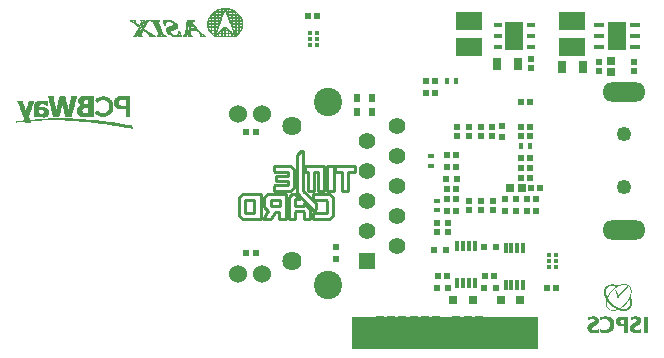
<source format=gbs>
G04*
G04 #@! TF.GenerationSoftware,Altium Limited,Altium Designer,24.8.2 (39)*
G04*
G04 Layer_Color=16711935*
%FSLAX44Y44*%
%MOMM*%
G71*
G04*
G04 #@! TF.SameCoordinates,B24E7647-DC98-4454-BF0C-B73D814473A7*
G04*
G04*
G04 #@! TF.FilePolarity,Negative*
G04*
G01*
G75*
%ADD30R,0.5000X0.6000*%
%ADD31R,0.5153X0.4725*%
%ADD32R,0.4725X0.5153*%
%ADD35R,0.5000X0.5500*%
%ADD36R,15.8500X2.8250*%
%ADD40R,0.6700X2.2450*%
%ADD41O,3.6600X1.6600*%
%ADD42C,1.2500*%
%ADD43C,1.6250*%
%ADD44C,2.4000*%
%ADD45C,1.5300*%
%ADD46C,1.4000*%
%ADD47R,1.4000X1.4000*%
%ADD48C,0.5000*%
%ADD60R,0.4000X0.3000*%
%ADD61R,0.6153X0.5725*%
%ADD62R,0.5000X0.4000*%
%ADD63R,0.6000X0.7500*%
%ADD64R,2.3062X1.5549*%
%ADD65R,0.6000X0.5000*%
%ADD66R,1.6500X2.4000*%
%ADD67O,0.7000X0.4000*%
%ADD68R,0.5621X0.5596*%
%ADD69R,0.6500X1.0500*%
%ADD70R,0.8000X0.8000*%
%ADD71R,0.6500X0.6500*%
%ADD72R,0.5500X0.5000*%
%ADD73R,0.6500X0.7000*%
%ADD74O,0.9000X0.4000*%
%ADD75R,0.3000X0.8500*%
%ADD76R,0.4000X0.5000*%
%ADD77R,0.5596X0.5621*%
%ADD78R,0.4725X0.5811*%
%ADD81C,0.0327*%
%ADD82C,0.2200*%
G36*
X444108Y710997D02*
X444141Y710975D01*
X444163Y710942D01*
X444171Y710903D01*
Y710659D01*
X445453D01*
X445492Y710651D01*
X445525Y710629D01*
X445547Y710596D01*
X445555Y710557D01*
Y710313D01*
X445799D01*
X445838Y710305D01*
X445871Y710283D01*
X445893Y710250D01*
X445901Y710211D01*
Y707096D01*
X445893Y707057D01*
X445871Y707024D01*
X445838Y707002D01*
X445799Y706994D01*
X444761D01*
X444722Y707002D01*
X444689Y707024D01*
X444667Y707057D01*
X444659Y707096D01*
Y707340D01*
X443723D01*
X443684Y707348D01*
X443651Y707370D01*
X443628Y707403D01*
X443621Y707442D01*
Y707686D01*
X442338D01*
X442299Y707694D01*
X442266Y707716D01*
X442244Y707749D01*
X442236Y707788D01*
Y708032D01*
X440364D01*
Y707788D01*
X440356Y707749D01*
X440334Y707716D01*
X440301Y707694D01*
X440262Y707686D01*
X439325D01*
Y707442D01*
X439318Y707403D01*
X439296Y707370D01*
X439262Y707348D01*
X439223Y707340D01*
X438979D01*
Y707096D01*
X438971Y707057D01*
X438949Y707024D01*
X438916Y707002D01*
X438877Y706994D01*
X438633D01*
Y706160D01*
X439916D01*
X439955Y706152D01*
X439988Y706130D01*
X440010Y706097D01*
X440018Y706058D01*
Y705814D01*
X442684D01*
X442723Y705806D01*
X442756Y705784D01*
X442779Y705751D01*
X442786Y705712D01*
Y705468D01*
X443723D01*
X443762Y705460D01*
X443795Y705438D01*
X443817Y705405D01*
X443825Y705366D01*
Y705122D01*
X444761D01*
X444800Y705114D01*
X444833Y705092D01*
X444855Y705059D01*
X444863Y705020D01*
Y704775D01*
X445107D01*
X445146Y704768D01*
X445179Y704745D01*
X445201Y704713D01*
X445209Y704673D01*
Y704429D01*
X445799D01*
X445838Y704421D01*
X445871Y704399D01*
X445893Y704366D01*
X445901Y704327D01*
Y703737D01*
X446145D01*
X446184Y703729D01*
X446217Y703707D01*
X446240Y703674D01*
X446247Y703635D01*
Y703391D01*
X446491D01*
X446530Y703383D01*
X446563Y703361D01*
X446586Y703328D01*
X446593Y703289D01*
Y702699D01*
X446838D01*
X446876Y702691D01*
X446910Y702669D01*
X446932Y702636D01*
X446939Y702597D01*
Y699828D01*
X446932Y699789D01*
X446910Y699756D01*
X446876Y699734D01*
X446838Y699726D01*
X446593D01*
Y698790D01*
X446586Y698751D01*
X446563Y698718D01*
X446530Y698696D01*
X446491Y698688D01*
X446247D01*
Y698444D01*
X446240Y698405D01*
X446217Y698372D01*
X446184Y698350D01*
X446145Y698342D01*
X445901D01*
Y698098D01*
X445893Y698059D01*
X445871Y698026D01*
X445838Y698003D01*
X445799Y697996D01*
X445555D01*
Y697752D01*
X445547Y697712D01*
X445525Y697680D01*
X445492Y697657D01*
X445453Y697650D01*
X445209D01*
Y697405D01*
X445201Y697366D01*
X445179Y697333D01*
X445146Y697311D01*
X445107Y697303D01*
X444517D01*
Y697059D01*
X444509Y697020D01*
X444487Y696987D01*
X444454Y696965D01*
X444415Y696957D01*
X443479D01*
Y696713D01*
X443471Y696674D01*
X443449Y696641D01*
X443415Y696619D01*
X443377Y696611D01*
X441646D01*
X441607Y696619D01*
X441574Y696641D01*
X441552Y696674D01*
X441544Y696713D01*
Y696957D01*
X440608D01*
X440569Y696965D01*
X440536Y696987D01*
X440514Y697020D01*
X440506Y697059D01*
Y697303D01*
X439916D01*
X439877Y697311D01*
X439843Y697333D01*
X439821Y697366D01*
X439814Y697405D01*
Y697650D01*
X439223D01*
X439184Y697657D01*
X439151Y697680D01*
X439129Y697712D01*
X439122Y697752D01*
Y697996D01*
X438877D01*
X438838Y698003D01*
X438805Y698026D01*
X438783Y698059D01*
X438775Y698098D01*
Y698342D01*
X438633D01*
Y697405D01*
X438625Y697366D01*
X438603Y697333D01*
X438570Y697311D01*
X438531Y697303D01*
X438287D01*
Y697059D01*
X438279Y697020D01*
X438257Y696987D01*
X438224Y696965D01*
X438185Y696957D01*
X434378D01*
X434339Y696965D01*
X434306Y696987D01*
X434284Y697020D01*
X434276Y697059D01*
Y708134D01*
X434284Y708173D01*
X434306Y708206D01*
X434339Y708229D01*
X434378Y708236D01*
X434622D01*
Y708827D01*
X434630Y708866D01*
X434652Y708899D01*
X434685Y708921D01*
X434724Y708929D01*
X434968D01*
Y709173D01*
X434976Y709212D01*
X434998Y709245D01*
X435031Y709267D01*
X435070Y709275D01*
X435314D01*
Y709519D01*
X435322Y709558D01*
X435344Y709591D01*
X435377Y709613D01*
X435416Y709621D01*
X435661D01*
Y709865D01*
X435668Y709904D01*
X435690Y709937D01*
X435723Y709959D01*
X435762Y709967D01*
X436007D01*
Y710211D01*
X436014Y710250D01*
X436036Y710283D01*
X436070Y710305D01*
X436109Y710313D01*
X436699D01*
Y710557D01*
X436707Y710596D01*
X436729Y710629D01*
X436762Y710651D01*
X436801Y710659D01*
X437737D01*
Y710903D01*
X437745Y710942D01*
X437767Y710975D01*
X437800Y710997D01*
X437839Y711005D01*
X444069D01*
X444108Y710997D01*
D02*
G37*
G36*
X470411Y715150D02*
X470444Y715128D01*
X470466Y715095D01*
X470474Y715056D01*
Y714364D01*
X470466Y714325D01*
X470444Y714292D01*
X470411Y714270D01*
X470372Y714262D01*
X470128D01*
Y712980D01*
X470120Y712941D01*
X470098Y712908D01*
X470065Y712886D01*
X470026Y712878D01*
X469782D01*
Y711595D01*
X469774Y711556D01*
X469752Y711523D01*
X469719Y711501D01*
X469680Y711493D01*
X469436D01*
Y710211D01*
X469428Y710172D01*
X469406Y710139D01*
X469373Y710117D01*
X469334Y710109D01*
X469089D01*
Y708827D01*
X469082Y708788D01*
X469060Y708755D01*
X469026Y708732D01*
X468988Y708725D01*
X468743D01*
Y707442D01*
X468736Y707403D01*
X468713Y707370D01*
X468680Y707348D01*
X468641Y707340D01*
X468397D01*
Y706058D01*
X468390Y706019D01*
X468367Y705986D01*
X468334Y705964D01*
X468295Y705956D01*
X468051D01*
Y705712D01*
Y705366D01*
Y704673D01*
X468043Y704634D01*
X468021Y704601D01*
X467988Y704579D01*
X467949Y704572D01*
X467705D01*
Y703289D01*
X467697Y703250D01*
X467675Y703217D01*
X467642Y703195D01*
X467603Y703187D01*
X467359D01*
Y701905D01*
X467351Y701866D01*
X467329Y701833D01*
X467296Y701811D01*
X467257Y701803D01*
X467013D01*
Y700520D01*
X467005Y700481D01*
X466983Y700448D01*
X466950Y700426D01*
X466911Y700418D01*
X466667D01*
Y699136D01*
X466659Y699097D01*
X466637Y699064D01*
X466604Y699042D01*
X466565Y699034D01*
X466321D01*
Y697752D01*
X466313Y697712D01*
X466291Y697680D01*
X466258Y697657D01*
X466219Y697650D01*
X465975D01*
Y697059D01*
X465967Y697020D01*
X465945Y696987D01*
X465912Y696965D01*
X465873Y696957D01*
X461027D01*
X460988Y696965D01*
X460955Y696987D01*
X460933Y697020D01*
X460925Y697059D01*
Y697303D01*
X460681D01*
X460642Y697311D01*
X460609Y697333D01*
X460587Y697366D01*
X460579Y697405D01*
Y698688D01*
X460335D01*
X460296Y698696D01*
X460263Y698718D01*
X460241Y698751D01*
X460233Y698790D01*
Y700072D01*
X459989D01*
X459950Y700080D01*
X459917Y700102D01*
X459895Y700135D01*
X459887Y700174D01*
Y701457D01*
X459643D01*
X459604Y701464D01*
X459571Y701487D01*
X459549Y701520D01*
X459541Y701559D01*
Y702841D01*
X459297D01*
X459258Y702849D01*
X459225Y702871D01*
X459203Y702904D01*
X459195Y702943D01*
Y704225D01*
X458951D01*
X458912Y704233D01*
X458879Y704255D01*
X458857Y704288D01*
X458849Y704327D01*
Y705610D01*
X458605D01*
X458566Y705618D01*
X458533Y705640D01*
X458511Y705673D01*
X458503Y705712D01*
Y706994D01*
X458259D01*
X458220Y707002D01*
X458186Y707024D01*
X458164Y707057D01*
X458157Y707096D01*
Y707686D01*
X458014D01*
Y706404D01*
X458007Y706365D01*
X457985Y706332D01*
X457952Y706310D01*
X457912Y706302D01*
X457668D01*
Y705020D01*
X457661Y704980D01*
X457639Y704948D01*
X457605Y704925D01*
X457566Y704918D01*
X457322D01*
Y703635D01*
X457314Y703596D01*
X457292Y703563D01*
X457259Y703541D01*
X457220Y703533D01*
X456976D01*
Y702597D01*
X456968Y702558D01*
X456946Y702525D01*
X456913Y702503D01*
X456874Y702495D01*
X456630D01*
Y701212D01*
X456622Y701173D01*
X456600Y701140D01*
X456567Y701118D01*
X456528Y701111D01*
X456284D01*
Y699828D01*
X456276Y699789D01*
X456254Y699756D01*
X456221Y699734D01*
X456182Y699726D01*
X455938D01*
Y698444D01*
X455930Y698405D01*
X455908Y698372D01*
X455875Y698350D01*
X455836Y698342D01*
X455592D01*
Y697405D01*
X455584Y697366D01*
X455562Y697333D01*
X455529Y697311D01*
X455490Y697303D01*
X455246D01*
Y697059D01*
X455238Y697020D01*
X455216Y696987D01*
X455183Y696965D01*
X455144Y696957D01*
X450298D01*
X450259Y696965D01*
X450226Y696987D01*
X450204Y697020D01*
X450196Y697059D01*
Y697996D01*
X449952D01*
X449913Y698003D01*
X449880Y698026D01*
X449858Y698059D01*
X449850Y698098D01*
Y699380D01*
X449606D01*
X449567Y699388D01*
X449534Y699410D01*
X449512Y699443D01*
X449504Y699482D01*
Y700764D01*
X449260D01*
X449221Y700772D01*
X449188Y700794D01*
X449166Y700827D01*
X449158Y700866D01*
Y702149D01*
X448914D01*
X448875Y702157D01*
X448842Y702179D01*
X448820Y702212D01*
X448812Y702251D01*
Y703533D01*
X448568D01*
X448529Y703541D01*
X448496Y703563D01*
X448474Y703596D01*
X448466Y703635D01*
Y704918D01*
X448222D01*
X448183Y704925D01*
X448150Y704948D01*
X448128Y704980D01*
X448120Y705020D01*
Y706302D01*
X447876D01*
X447837Y706310D01*
X447804Y706332D01*
X447782Y706365D01*
X447774Y706404D01*
Y707686D01*
X447530D01*
X447491Y707694D01*
X447458Y707716D01*
X447435Y707749D01*
X447428Y707788D01*
Y709071D01*
X447184D01*
X447145Y709079D01*
X447112Y709101D01*
X447089Y709134D01*
X447082Y709173D01*
Y710455D01*
X446838D01*
X446799Y710463D01*
X446765Y710485D01*
X446743Y710518D01*
X446735Y710557D01*
Y711839D01*
X446491D01*
X446452Y711847D01*
X446419Y711869D01*
X446397Y711902D01*
X446389Y711941D01*
Y713224D01*
X446145D01*
X446106Y713232D01*
X446073Y713254D01*
X446051Y713287D01*
X446043Y713326D01*
Y714608D01*
X445799D01*
X445760Y714616D01*
X445727Y714638D01*
X445705Y714671D01*
X445697Y714710D01*
Y715056D01*
X445705Y715095D01*
X445727Y715128D01*
X445760Y715150D01*
X445799Y715158D01*
X450298D01*
X450337Y715150D01*
X450370Y715128D01*
X450393Y715095D01*
X450400Y715056D01*
Y714812D01*
X450644D01*
X450684Y714804D01*
X450717Y714782D01*
X450739Y714749D01*
X450746Y714710D01*
Y713082D01*
X450991D01*
X451030Y713074D01*
X451063Y713052D01*
X451085Y713019D01*
X451093Y712980D01*
Y711697D01*
X451337D01*
X451376Y711690D01*
X451409Y711667D01*
X451431Y711634D01*
X451439Y711595D01*
Y709967D01*
X451683D01*
X451722Y709959D01*
X451755Y709937D01*
X451777Y709904D01*
X451785Y709865D01*
Y708236D01*
X452029D01*
X452068Y708229D01*
X452101Y708206D01*
X452123Y708173D01*
X452131Y708134D01*
Y706852D01*
X452375D01*
X452414Y706844D01*
X452447Y706822D01*
X452469Y706789D01*
X452477Y706750D01*
Y705122D01*
X452721D01*
X452760Y705114D01*
X452793Y705092D01*
X452815Y705059D01*
X452823Y705020D01*
Y703737D01*
X452965D01*
Y704327D01*
X452973Y704366D01*
X452995Y704399D01*
X453028Y704421D01*
X453067Y704429D01*
X453311D01*
Y705712D01*
X453319Y705751D01*
X453341Y705784D01*
X453374Y705806D01*
X453413Y705814D01*
X453657D01*
Y707096D01*
X453665Y707135D01*
X453687Y707168D01*
X453720Y707190D01*
X453759Y707198D01*
X454003D01*
Y708481D01*
X454011Y708520D01*
X454033Y708553D01*
X454066Y708575D01*
X454105Y708582D01*
X454350D01*
Y709865D01*
X454357Y709904D01*
X454380Y709937D01*
X454412Y709959D01*
X454451Y709967D01*
X454696D01*
Y711595D01*
X454703Y711634D01*
X454726Y711667D01*
X454759Y711690D01*
X454798Y711697D01*
X455042D01*
Y712980D01*
X455050Y713019D01*
X455072Y713052D01*
X455105Y713074D01*
X455144Y713082D01*
X455388D01*
Y714364D01*
X455396Y714403D01*
X455418Y714436D01*
X455451Y714458D01*
X455490Y714466D01*
X455734D01*
Y715056D01*
X455742Y715095D01*
X455764Y715128D01*
X455797Y715150D01*
X455836Y715158D01*
X460335D01*
X460374Y715150D01*
X460407Y715128D01*
X460429Y715095D01*
X460437Y715056D01*
Y714466D01*
X460681D01*
X460720Y714458D01*
X460753Y714436D01*
X460775Y714403D01*
X460783Y714364D01*
Y713082D01*
X461027D01*
X461066Y713074D01*
X461099Y713052D01*
X461121Y713019D01*
X461129Y712980D01*
Y711697D01*
X461373D01*
X461412Y711690D01*
X461446Y711667D01*
X461468Y711634D01*
X461475Y711595D01*
Y710313D01*
X461720D01*
X461758Y710305D01*
X461792Y710283D01*
X461814Y710250D01*
X461822Y710211D01*
Y708929D01*
X462066D01*
X462105Y708921D01*
X462138Y708899D01*
X462160Y708866D01*
X462168Y708827D01*
Y707544D01*
X462412D01*
X462451Y707536D01*
X462484Y707514D01*
X462506Y707481D01*
X462514Y707442D01*
Y706160D01*
X462758D01*
X462797Y706152D01*
X462830Y706130D01*
X462852Y706097D01*
X462860Y706058D01*
Y704775D01*
X463104D01*
X463143Y704768D01*
X463176Y704745D01*
X463198Y704713D01*
X463206Y704673D01*
Y703737D01*
X463348D01*
Y704673D01*
X463356Y704713D01*
X463378Y704745D01*
X463411Y704768D01*
X463450Y704775D01*
X463694D01*
Y706404D01*
X463702Y706443D01*
X463724Y706476D01*
X463757Y706498D01*
X463796Y706506D01*
X464040D01*
Y708134D01*
X464048Y708173D01*
X464070Y708206D01*
X464103Y708229D01*
X464142Y708236D01*
X464386D01*
Y709865D01*
X464394Y709904D01*
X464416Y709937D01*
X464449Y709959D01*
X464488Y709967D01*
X464732D01*
Y711595D01*
X464740Y711634D01*
X464762Y711667D01*
X464795Y711690D01*
X464834Y711697D01*
X465079D01*
Y713326D01*
X465086Y713365D01*
X465108Y713398D01*
X465141Y713420D01*
X465181Y713428D01*
X465425D01*
Y714710D01*
X465432Y714749D01*
X465454Y714782D01*
X465488Y714804D01*
X465527Y714812D01*
X465771D01*
Y715056D01*
X465778Y715095D01*
X465801Y715128D01*
X465834Y715150D01*
X465873Y715158D01*
X470372D01*
X470411Y715150D01*
D02*
G37*
G36*
X434417Y710651D02*
X434450Y710629D01*
X434472Y710596D01*
X434480Y710557D01*
Y709865D01*
X434472Y709826D01*
X434450Y709793D01*
X434417Y709771D01*
X434378Y709763D01*
X434134D01*
Y709173D01*
X434126Y709134D01*
X434104Y709101D01*
X434071Y709079D01*
X434032Y709071D01*
X433788D01*
Y708134D01*
X433780Y708095D01*
X433758Y708062D01*
X433725Y708040D01*
X433686Y708032D01*
X433442D01*
Y707442D01*
X433434Y707403D01*
X433412Y707370D01*
X433379Y707348D01*
X433340Y707340D01*
X433096D01*
Y706404D01*
X433088Y706365D01*
X433066Y706332D01*
X433033Y706310D01*
X432994Y706302D01*
X432750D01*
Y705366D01*
X432742Y705327D01*
X432720Y705294D01*
X432687Y705271D01*
X432648Y705264D01*
X432403D01*
Y704673D01*
X432396Y704634D01*
X432374Y704601D01*
X432341Y704579D01*
X432301Y704572D01*
X432057D01*
Y703635D01*
X432050Y703596D01*
X432028Y703563D01*
X431995Y703541D01*
X431955Y703533D01*
X431711D01*
Y702597D01*
X431703Y702558D01*
X431681Y702525D01*
X431648Y702503D01*
X431609Y702495D01*
X431365D01*
Y701905D01*
X431357Y701866D01*
X431335Y701833D01*
X431302Y701811D01*
X431263Y701803D01*
X431019D01*
Y700866D01*
X431011Y700827D01*
X430989Y700794D01*
X430956Y700772D01*
X430917Y700764D01*
X430673D01*
Y699828D01*
X430665Y699789D01*
X430643Y699756D01*
X430610Y699734D01*
X430571Y699726D01*
X430327D01*
Y699136D01*
X430319Y699097D01*
X430297Y699064D01*
X430264Y699042D01*
X430225Y699034D01*
X429981D01*
Y698098D01*
X429973Y698059D01*
X429951Y698026D01*
X429918Y698003D01*
X429879Y697996D01*
X429635D01*
Y697161D01*
X429879D01*
X429918Y697154D01*
X429951Y697132D01*
X429973Y697098D01*
X429981Y697059D01*
Y696123D01*
X430225D01*
X430264Y696115D01*
X430297Y696093D01*
X430319Y696060D01*
X430327Y696021D01*
Y695085D01*
X430571D01*
X430610Y695077D01*
X430643Y695055D01*
X430665Y695022D01*
X430673Y694983D01*
Y694739D01*
X431507D01*
Y694983D01*
X431515Y695022D01*
X431537Y695055D01*
X431570Y695077D01*
X431609Y695085D01*
X435314D01*
Y695329D01*
X435322Y695368D01*
X435344Y695401D01*
X435377Y695423D01*
X435416Y695431D01*
X439814D01*
Y695675D01*
X439821Y695714D01*
X439843Y695747D01*
X439877Y695769D01*
X439916Y695777D01*
X446043D01*
Y696021D01*
X446051Y696060D01*
X446073Y696093D01*
X446106Y696115D01*
X446145Y696123D01*
X466911D01*
X466950Y696115D01*
X466983Y696093D01*
X467005Y696060D01*
X467013Y696021D01*
Y695777D01*
X472448D01*
X472487Y695769D01*
X472520Y695747D01*
X472543Y695714D01*
X472550Y695675D01*
Y695431D01*
X478332D01*
X478371Y695423D01*
X478404Y695401D01*
X478426Y695368D01*
X478434Y695329D01*
Y695085D01*
X481793D01*
X481832Y695077D01*
X481865Y695055D01*
X481887Y695022D01*
X481895Y694983D01*
Y694739D01*
X485600D01*
X485639Y694731D01*
X485672Y694709D01*
X485694Y694676D01*
X485702Y694637D01*
Y694393D01*
X489061D01*
X489100Y694385D01*
X489133Y694363D01*
X489155Y694330D01*
X489163Y694291D01*
Y694046D01*
X492176D01*
X492215Y694039D01*
X492248Y694017D01*
X492270Y693984D01*
X492278Y693944D01*
Y693700D01*
X494944D01*
X494983Y693693D01*
X495017Y693671D01*
X495039Y693637D01*
X495047Y693598D01*
Y693354D01*
X497367D01*
X497406Y693346D01*
X497439Y693324D01*
X497461Y693291D01*
X497469Y693252D01*
Y693008D01*
X500136D01*
X500175Y693000D01*
X500208Y692978D01*
X500230Y692945D01*
X500238Y692906D01*
Y692662D01*
X502559D01*
X502598Y692654D01*
X502631Y692632D01*
X502653Y692599D01*
X502660Y692560D01*
Y692316D01*
X504981D01*
X505020Y692308D01*
X505053Y692286D01*
X505075Y692253D01*
X505083Y692214D01*
Y691970D01*
X507058D01*
X507097Y691962D01*
X507130Y691940D01*
X507152Y691907D01*
X507160Y691868D01*
Y691624D01*
X509134D01*
X509173Y691616D01*
X509206Y691594D01*
X509229Y691561D01*
X509236Y691522D01*
Y691278D01*
X511211D01*
X511250Y691270D01*
X511283Y691248D01*
X511305Y691215D01*
X511313Y691176D01*
Y690932D01*
X512941D01*
X512980Y690924D01*
X513013Y690902D01*
X513036Y690869D01*
X513043Y690830D01*
Y690586D01*
X515018D01*
X515057Y690578D01*
X515090Y690556D01*
X515112Y690523D01*
X515120Y690484D01*
Y690239D01*
X516748D01*
X516787Y690232D01*
X516820Y690210D01*
X516843Y690176D01*
X516850Y690137D01*
Y689893D01*
X517094D01*
X517133Y689886D01*
X517167Y689864D01*
X517189Y689830D01*
X517197Y689791D01*
Y688509D01*
X517441D01*
X517480Y688501D01*
X517513Y688479D01*
X517535Y688446D01*
X517543Y688407D01*
Y687369D01*
X517535Y687330D01*
X517513Y687297D01*
X517480Y687275D01*
X517441Y687267D01*
X516056D01*
X516017Y687275D01*
X515984Y687297D01*
X515962Y687330D01*
X515954Y687369D01*
Y687613D01*
X513980D01*
X513941Y687621D01*
X513908Y687643D01*
X513885Y687676D01*
X513878Y687715D01*
Y687959D01*
X512249D01*
X512210Y687967D01*
X512177Y687989D01*
X512155Y688022D01*
X512147Y688061D01*
Y688305D01*
X510519D01*
X510480Y688313D01*
X510447Y688335D01*
X510425Y688368D01*
X510417Y688407D01*
Y688651D01*
X508442D01*
X508403Y688659D01*
X508370Y688681D01*
X508348Y688714D01*
X508340Y688753D01*
Y688997D01*
X506366D01*
X506327Y689005D01*
X506293Y689027D01*
X506271Y689060D01*
X506264Y689099D01*
Y689343D01*
X504289D01*
X504250Y689351D01*
X504217Y689373D01*
X504195Y689406D01*
X504187Y689445D01*
Y689689D01*
X502559D01*
X502520Y689697D01*
X502486Y689719D01*
X502464Y689752D01*
X502457Y689791D01*
Y690036D01*
X500136D01*
X500097Y690043D01*
X500064Y690065D01*
X500042Y690098D01*
X500034Y690137D01*
Y690382D01*
X498059D01*
X498020Y690389D01*
X497987Y690412D01*
X497965Y690445D01*
X497957Y690484D01*
Y690728D01*
X495983D01*
X495944Y690735D01*
X495911Y690758D01*
X495889Y690791D01*
X495881Y690830D01*
Y691074D01*
X493560D01*
X493521Y691082D01*
X493488Y691104D01*
X493466Y691137D01*
X493458Y691176D01*
Y691420D01*
X491138D01*
X491099Y691428D01*
X491065Y691450D01*
X491043Y691483D01*
X491035Y691522D01*
Y691766D01*
X488715D01*
X488676Y691774D01*
X488643Y691796D01*
X488621Y691829D01*
X488613Y691868D01*
Y692112D01*
X485600D01*
X485561Y692120D01*
X485528Y692142D01*
X485506Y692175D01*
X485498Y692214D01*
Y692458D01*
X482831D01*
X482792Y692466D01*
X482759Y692488D01*
X482737Y692521D01*
X482729Y692560D01*
Y692804D01*
X479716D01*
X479677Y692812D01*
X479644Y692834D01*
X479622Y692867D01*
X479614Y692906D01*
Y693150D01*
X475909D01*
X475870Y693158D01*
X475837Y693180D01*
X475815Y693213D01*
X475807Y693252D01*
Y693496D01*
X472102D01*
X472063Y693504D01*
X472030Y693526D01*
X472008Y693559D01*
X472000Y693598D01*
Y693843D01*
X466911D01*
X466872Y693850D01*
X466839Y693873D01*
X466817Y693905D01*
X466809Y693944D01*
Y694189D01*
X460335D01*
X460296Y694196D01*
X460263Y694219D01*
X460241Y694252D01*
X460233Y694291D01*
Y694535D01*
X441056D01*
Y694291D01*
X441048Y694252D01*
X441026Y694219D01*
X440993Y694196D01*
X440954Y694189D01*
X435864D01*
Y693944D01*
X435857Y693905D01*
X435835Y693873D01*
X435802Y693850D01*
X435762Y693843D01*
X431711D01*
Y693598D01*
X431703Y693559D01*
X431681Y693526D01*
X431648Y693504D01*
X431609Y693496D01*
X431019D01*
Y693354D01*
X431263D01*
X431302Y693346D01*
X431335Y693324D01*
X431357Y693291D01*
X431365Y693252D01*
Y692662D01*
X431609D01*
X431648Y692654D01*
X431681Y692632D01*
X431703Y692599D01*
X431711Y692560D01*
Y692214D01*
X431703Y692175D01*
X431681Y692142D01*
X431648Y692120D01*
X431609Y692112D01*
X427110D01*
X427071Y692120D01*
X427038Y692142D01*
X427016Y692175D01*
X427008Y692214D01*
Y692458D01*
X426764D01*
X426725Y692466D01*
X426692Y692488D01*
X426670Y692521D01*
X426662Y692560D01*
Y693150D01*
X424097D01*
Y692906D01*
X424090Y692867D01*
X424067Y692834D01*
X424034Y692812D01*
X423995Y692804D01*
X419598D01*
Y692560D01*
X419590Y692521D01*
X419568Y692488D01*
X419535Y692466D01*
X419496Y692458D01*
X419150D01*
X419111Y692466D01*
X419078Y692488D01*
X419056Y692521D01*
X419048Y692560D01*
Y692804D01*
X418804D01*
X418765Y692812D01*
X418732Y692834D01*
X418710Y692867D01*
X418702Y692906D01*
Y693252D01*
X418710Y693291D01*
X418732Y693324D01*
X418765Y693346D01*
X418804Y693354D01*
X419048D01*
Y693598D01*
X419056Y693637D01*
X419078Y693671D01*
X419111Y693693D01*
X419150Y693700D01*
X422163D01*
Y693944D01*
X422171Y693984D01*
X422193Y694017D01*
X422226Y694039D01*
X422265Y694046D01*
X424932D01*
Y694291D01*
X424939Y694330D01*
X424962Y694363D01*
X424995Y694385D01*
X425034Y694393D01*
X425970D01*
Y695227D01*
X425726D01*
X425687Y695235D01*
X425654Y695257D01*
X425632Y695290D01*
X425624Y695329D01*
Y695919D01*
X425380D01*
X425341Y695927D01*
X425308Y695949D01*
X425285Y695982D01*
X425278Y696021D01*
Y696957D01*
X425034D01*
X424995Y696965D01*
X424962Y696987D01*
X424939Y697020D01*
X424932Y697059D01*
Y697996D01*
X424688D01*
X424649Y698003D01*
X424615Y698026D01*
X424593Y698059D01*
X424585Y698098D01*
Y698688D01*
X424341D01*
X424302Y698696D01*
X424269Y698718D01*
X424247Y698751D01*
X424239Y698790D01*
Y699726D01*
X423995D01*
X423956Y699734D01*
X423923Y699756D01*
X423901Y699789D01*
X423893Y699828D01*
Y700764D01*
X423649D01*
X423610Y700772D01*
X423577Y700794D01*
X423555Y700827D01*
X423547Y700866D01*
Y701803D01*
X423303D01*
X423264Y701811D01*
X423231Y701833D01*
X423209Y701866D01*
X423201Y701905D01*
Y702251D01*
Y702495D01*
X422957D01*
X422918Y702503D01*
X422885Y702525D01*
X422863Y702558D01*
X422855Y702597D01*
Y703533D01*
X422611D01*
X422572Y703541D01*
X422539Y703563D01*
X422517Y703596D01*
X422509Y703635D01*
Y704572D01*
X422265D01*
X422226Y704579D01*
X422193Y704601D01*
X422171Y704634D01*
X422163Y704673D01*
Y705264D01*
X421919D01*
X421880Y705271D01*
X421847Y705294D01*
X421825Y705327D01*
X421817Y705366D01*
Y706302D01*
X421573D01*
X421534Y706310D01*
X421501Y706332D01*
X421479Y706365D01*
X421471Y706404D01*
Y707340D01*
X421227D01*
X421188Y707348D01*
X421155Y707370D01*
X421132Y707403D01*
X421125Y707442D01*
Y708379D01*
X420880D01*
X420841Y708386D01*
X420808Y708408D01*
X420786Y708441D01*
X420779Y708481D01*
Y709071D01*
X420534D01*
X420495Y709079D01*
X420462Y709101D01*
X420440Y709134D01*
X420432Y709173D01*
Y710109D01*
X420188D01*
X420149Y710117D01*
X420116Y710139D01*
X420094Y710172D01*
X420086Y710211D01*
Y710557D01*
X420094Y710596D01*
X420116Y710629D01*
X420149Y710651D01*
X420188Y710659D01*
X424688D01*
X424726Y710651D01*
X424760Y710629D01*
X424782Y710596D01*
X424789Y710557D01*
Y709621D01*
X425034D01*
X425073Y709613D01*
X425106Y709591D01*
X425128Y709558D01*
X425135Y709519D01*
Y708582D01*
X425380D01*
X425419Y708575D01*
X425452Y708553D01*
X425474Y708520D01*
X425482Y708481D01*
Y707544D01*
X425726D01*
X425765Y707536D01*
X425798Y707514D01*
X425820Y707481D01*
X425828Y707442D01*
Y706506D01*
X426072D01*
X426111Y706498D01*
X426144Y706476D01*
X426166Y706443D01*
X426174Y706404D01*
Y705122D01*
X426418D01*
X426457Y705114D01*
X426490Y705092D01*
X426512Y705059D01*
X426520Y705020D01*
Y704083D01*
X426764D01*
X426803Y704075D01*
X426836Y704053D01*
X426858Y704020D01*
X426866Y703981D01*
Y703045D01*
X427110D01*
X427149Y703037D01*
X427182Y703015D01*
X427204Y702982D01*
X427212Y702943D01*
Y702699D01*
X427354D01*
Y703635D01*
X427362Y703674D01*
X427384Y703707D01*
X427417Y703729D01*
X427456Y703737D01*
X427700D01*
Y704673D01*
X427708Y704713D01*
X427730Y704745D01*
X427763Y704768D01*
X427802Y704775D01*
X428046D01*
Y705712D01*
X428054Y705751D01*
X428076Y705784D01*
X428109Y705806D01*
X428148Y705814D01*
X428393D01*
Y706750D01*
X428400Y706789D01*
X428422Y706822D01*
X428456Y706844D01*
X428494Y706852D01*
X428739D01*
Y707788D01*
X428746Y707827D01*
X428769Y707860D01*
X428802Y707883D01*
X428841Y707890D01*
X429085D01*
Y708827D01*
X429092Y708866D01*
X429115Y708899D01*
X429148Y708921D01*
X429187Y708929D01*
X429431D01*
Y709865D01*
X429439Y709904D01*
X429461Y709937D01*
X429494Y709959D01*
X429533Y709967D01*
X429777D01*
Y710557D01*
X429785Y710596D01*
X429807Y710629D01*
X429840Y710651D01*
X429879Y710659D01*
X434378D01*
X434417Y710651D01*
D02*
G37*
G36*
X493945Y714804D02*
X493978Y714782D01*
X494000Y714749D01*
X494008Y714710D01*
Y714466D01*
X495291D01*
X495330Y714458D01*
X495363Y714436D01*
X495385Y714403D01*
X495393Y714364D01*
Y714120D01*
X496329D01*
X496368Y714112D01*
X496401Y714090D01*
X496423Y714057D01*
X496431Y714018D01*
Y713774D01*
X497021D01*
X497060Y713766D01*
X497093Y713744D01*
X497115Y713711D01*
X497123Y713672D01*
Y713428D01*
X497367D01*
X497406Y713420D01*
X497439Y713398D01*
X497461Y713365D01*
X497469Y713326D01*
Y713082D01*
X498059D01*
X498098Y713074D01*
X498131Y713052D01*
X498153Y713019D01*
X498161Y712980D01*
Y712736D01*
X498405D01*
X498445Y712728D01*
X498478Y712706D01*
X498500Y712673D01*
X498507Y712634D01*
Y712390D01*
X498751D01*
X498791Y712382D01*
X498824Y712360D01*
X498846Y712327D01*
X498853Y712288D01*
Y712043D01*
X499098D01*
X499137Y712036D01*
X499170Y712013D01*
X499192Y711980D01*
X499200Y711941D01*
Y711697D01*
X499444D01*
X499483Y711690D01*
X499516Y711667D01*
X499538Y711634D01*
X499546Y711595D01*
Y711351D01*
X499790D01*
X499829Y711343D01*
X499862Y711321D01*
X499884Y711288D01*
X499892Y711249D01*
Y711005D01*
X500136D01*
X500175Y710997D01*
X500208Y710975D01*
X500230Y710942D01*
X500238Y710903D01*
Y710313D01*
X500482D01*
X500521Y710305D01*
X500554Y710283D01*
X500576Y710250D01*
X500584Y710211D01*
Y709621D01*
X500828D01*
X500867Y709613D01*
X500900Y709591D01*
X500922Y709558D01*
X500930Y709519D01*
Y708582D01*
X501174D01*
X501213Y708575D01*
X501246Y708553D01*
X501268Y708520D01*
X501276Y708481D01*
Y703635D01*
X501268Y703596D01*
X501246Y703563D01*
X501213Y703541D01*
X501174Y703533D01*
X500930D01*
Y702597D01*
X500922Y702558D01*
X500900Y702525D01*
X500867Y702503D01*
X500828Y702495D01*
X500584D01*
Y701905D01*
X500576Y701866D01*
X500554Y701833D01*
X500521Y701811D01*
X500482Y701803D01*
X500238D01*
Y701212D01*
X500230Y701173D01*
X500208Y701140D01*
X500175Y701118D01*
X500136Y701111D01*
X499892D01*
Y700866D01*
X499884Y700827D01*
X499862Y700794D01*
X499829Y700772D01*
X499790Y700764D01*
X499546D01*
Y700520D01*
X499538Y700481D01*
X499516Y700448D01*
X499483Y700426D01*
X499444Y700418D01*
X499200D01*
Y700174D01*
X499192Y700135D01*
X499170Y700102D01*
X499137Y700080D01*
X499098Y700072D01*
X498853D01*
Y699828D01*
X498846Y699789D01*
X498824Y699756D01*
X498791Y699734D01*
X498751Y699726D01*
X498507D01*
Y699482D01*
X498500Y699443D01*
X498478Y699410D01*
X498445Y699388D01*
X498405Y699380D01*
X498161D01*
Y699136D01*
X498153Y699097D01*
X498131Y699064D01*
X498098Y699042D01*
X498059Y699034D01*
X497815D01*
Y698790D01*
X497807Y698751D01*
X497785Y698718D01*
X497752Y698696D01*
X497713Y698688D01*
X497123D01*
Y698444D01*
X497115Y698405D01*
X497093Y698372D01*
X497060Y698350D01*
X497021Y698342D01*
X496431D01*
Y698098D01*
X496423Y698059D01*
X496401Y698026D01*
X496368Y698003D01*
X496329Y697996D01*
X495393D01*
Y697752D01*
X495385Y697712D01*
X495363Y697680D01*
X495330Y697657D01*
X495291Y697650D01*
X493316D01*
Y697405D01*
X493308Y697366D01*
X493286Y697333D01*
X493253Y697311D01*
X493214Y697303D01*
X492176D01*
X492137Y697311D01*
X492104Y697333D01*
X492082Y697366D01*
X492074Y697405D01*
Y697650D01*
X490099D01*
X490060Y697657D01*
X490027Y697680D01*
X490005Y697712D01*
X489997Y697752D01*
Y697996D01*
X489061D01*
X489022Y698003D01*
X488989Y698026D01*
X488967Y698059D01*
X488959Y698098D01*
Y698342D01*
X488369D01*
X488330Y698350D01*
X488297Y698372D01*
X488274Y698405D01*
X488267Y698444D01*
Y698688D01*
X487677D01*
X487637Y698696D01*
X487604Y698718D01*
X487582Y698751D01*
X487575Y698790D01*
Y699034D01*
X486984D01*
X486945Y699042D01*
X486912Y699064D01*
X486890Y699097D01*
X486882Y699136D01*
Y699380D01*
X486638D01*
X486599Y699388D01*
X486566Y699410D01*
X486544Y699443D01*
X486536Y699482D01*
Y699726D01*
X486292D01*
X486253Y699734D01*
X486220Y699756D01*
X486198Y699789D01*
X486190Y699828D01*
Y700072D01*
X485946D01*
X485907Y700080D01*
X485874Y700102D01*
X485852Y700135D01*
X485844Y700174D01*
Y700418D01*
X485600D01*
X485561Y700426D01*
X485528Y700448D01*
X485506Y700481D01*
X485498Y700520D01*
Y700866D01*
X485506Y700905D01*
X485528Y700938D01*
X485561Y700961D01*
X485600Y700968D01*
X485844D01*
Y701212D01*
X485852Y701252D01*
X485874Y701285D01*
X485907Y701307D01*
X485946Y701314D01*
X486190D01*
Y701559D01*
X486198Y701598D01*
X486220Y701631D01*
X486253Y701653D01*
X486292Y701661D01*
X486536D01*
Y701905D01*
X486544Y701944D01*
X486566Y701977D01*
X486599Y701999D01*
X486638Y702007D01*
X486882D01*
Y702251D01*
X486890Y702290D01*
X486912Y702323D01*
X486945Y702345D01*
X486984Y702353D01*
X487229D01*
Y702597D01*
X487236Y702636D01*
X487258Y702669D01*
X487291Y702691D01*
X487330Y702699D01*
X488023D01*
X488062Y702691D01*
X488095Y702669D01*
X488117Y702636D01*
X488125Y702597D01*
Y702353D01*
X488369D01*
X488408Y702345D01*
X488441Y702323D01*
X488463Y702290D01*
X488471Y702251D01*
Y702007D01*
X489061D01*
X489100Y701999D01*
X489133Y701977D01*
X489155Y701944D01*
X489163Y701905D01*
Y701661D01*
X489407D01*
X489446Y701653D01*
X489479Y701631D01*
X489501Y701598D01*
X489509Y701559D01*
Y701314D01*
X490099D01*
X490138Y701307D01*
X490171Y701285D01*
X490193Y701252D01*
X490201Y701212D01*
Y700968D01*
X491484D01*
X491523Y700961D01*
X491556Y700938D01*
X491578Y700905D01*
X491586Y700866D01*
Y700622D01*
X493804D01*
Y700866D01*
X493812Y700905D01*
X493834Y700938D01*
X493867Y700961D01*
X493906Y700968D01*
X494842D01*
Y701212D01*
X494850Y701252D01*
X494872Y701285D01*
X494906Y701307D01*
X494944Y701314D01*
X495535D01*
Y701559D01*
X495542Y701598D01*
X495565Y701631D01*
X495598Y701653D01*
X495637Y701661D01*
X495881D01*
Y701905D01*
X495889Y701944D01*
X495911Y701977D01*
X495944Y701999D01*
X495983Y702007D01*
X496573D01*
Y702251D01*
X496581Y702290D01*
X496603Y702323D01*
X496636Y702345D01*
X496675Y702353D01*
X496919D01*
Y702943D01*
X496927Y702982D01*
X496949Y703015D01*
X496982Y703037D01*
X497021Y703045D01*
X497265D01*
Y703289D01*
X497273Y703328D01*
X497295Y703361D01*
X497328Y703383D01*
X497367Y703391D01*
X497611D01*
Y704327D01*
X497619Y704366D01*
X497641Y704399D01*
X497674Y704421D01*
X497713Y704429D01*
X497957D01*
Y707686D01*
X497713D01*
X497674Y707694D01*
X497641Y707716D01*
X497619Y707749D01*
X497611Y707788D01*
Y708725D01*
X497367D01*
X497328Y708732D01*
X497295Y708755D01*
X497273Y708788D01*
X497265Y708827D01*
Y709071D01*
X497021D01*
X496982Y709079D01*
X496949Y709101D01*
X496927Y709134D01*
X496919Y709173D01*
Y709417D01*
X496675D01*
X496636Y709425D01*
X496603Y709447D01*
X496581Y709480D01*
X496573Y709519D01*
Y710109D01*
X495983D01*
X495944Y710117D01*
X495911Y710139D01*
X495889Y710172D01*
X495881Y710211D01*
Y710455D01*
X495637D01*
X495598Y710463D01*
X495565Y710485D01*
X495542Y710518D01*
X495535Y710557D01*
Y710801D01*
X494944D01*
X494906Y710809D01*
X494872Y710831D01*
X494850Y710864D01*
X494842Y710903D01*
Y711147D01*
X493906D01*
X493867Y711155D01*
X493834Y711177D01*
X493812Y711210D01*
X493804Y711249D01*
Y711493D01*
X491239D01*
Y711249D01*
X491232Y711210D01*
X491210Y711177D01*
X491176Y711155D01*
X491138Y711147D01*
X490201D01*
Y710903D01*
X490193Y710864D01*
X490171Y710831D01*
X490138Y710809D01*
X490099Y710801D01*
X489509D01*
Y710557D01*
X489501Y710518D01*
X489479Y710485D01*
X489446Y710463D01*
X489407Y710455D01*
X489163D01*
Y710211D01*
X489155Y710172D01*
X489133Y710139D01*
X489100Y710117D01*
X489061Y710109D01*
X488471D01*
Y709865D01*
X488463Y709826D01*
X488441Y709793D01*
X488408Y709771D01*
X488369Y709763D01*
X488125D01*
Y709519D01*
X488117Y709480D01*
X488095Y709447D01*
X488062Y709425D01*
X488023Y709417D01*
X487330D01*
X487291Y709425D01*
X487258Y709447D01*
X487236Y709480D01*
X487229Y709519D01*
Y709763D01*
X486638D01*
X486599Y709771D01*
X486566Y709793D01*
X486544Y709826D01*
X486536Y709865D01*
Y710109D01*
X486292D01*
X486253Y710117D01*
X486220Y710139D01*
X486198Y710172D01*
X486190Y710211D01*
Y710455D01*
X485946D01*
X485907Y710463D01*
X485874Y710485D01*
X485852Y710518D01*
X485844Y710557D01*
Y710801D01*
X485600D01*
X485561Y710809D01*
X485528Y710831D01*
X485506Y710864D01*
X485498Y710903D01*
Y711595D01*
X485506Y711634D01*
X485528Y711667D01*
X485561Y711690D01*
X485600Y711697D01*
X485844D01*
Y711941D01*
X485852Y711980D01*
X485874Y712013D01*
X485907Y712036D01*
X485946Y712043D01*
X486190D01*
Y712288D01*
X486198Y712327D01*
X486220Y712360D01*
X486253Y712382D01*
X486292Y712390D01*
X486536D01*
Y712634D01*
X486544Y712673D01*
X486566Y712706D01*
X486599Y712728D01*
X486638Y712736D01*
X486882D01*
Y712980D01*
X486890Y713019D01*
X486912Y713052D01*
X486945Y713074D01*
X486984Y713082D01*
X487575D01*
Y713326D01*
X487582Y713365D01*
X487604Y713398D01*
X487637Y713420D01*
X487677Y713428D01*
X488267D01*
Y713672D01*
X488274Y713711D01*
X488297Y713744D01*
X488330Y713766D01*
X488369Y713774D01*
X488959D01*
Y714018D01*
X488967Y714057D01*
X488989Y714090D01*
X489022Y714112D01*
X489061Y714120D01*
X489997D01*
Y714364D01*
X490005Y714403D01*
X490027Y714436D01*
X490060Y714458D01*
X490099Y714466D01*
X491728D01*
Y714710D01*
X491735Y714749D01*
X491758Y714782D01*
X491791Y714804D01*
X491830Y714812D01*
X493906D01*
X493945Y714804D01*
D02*
G37*
G36*
X515403D02*
X515436Y714782D01*
X515458Y714749D01*
X515466Y714710D01*
Y712288D01*
Y711941D01*
Y697059D01*
X515458Y697020D01*
X515436Y696987D01*
X515403Y696965D01*
X515364Y696957D01*
X511903D01*
X511864Y696965D01*
X511831Y696987D01*
X511809Y697020D01*
X511801Y697059D01*
Y703879D01*
X505673D01*
X505634Y703887D01*
X505601Y703909D01*
X505579Y703942D01*
X505572Y703981D01*
Y704225D01*
X504635D01*
X504596Y704233D01*
X504563Y704255D01*
X504541Y704288D01*
X504533Y704327D01*
Y704572D01*
X504289D01*
X504250Y704579D01*
X504217Y704601D01*
X504195Y704634D01*
X504187Y704673D01*
Y704918D01*
X503597D01*
X503558Y704925D01*
X503525Y704948D01*
X503503Y704980D01*
X503495Y705020D01*
Y705264D01*
X503251D01*
X503212Y705271D01*
X503179Y705294D01*
X503157Y705327D01*
X503149Y705366D01*
Y705956D01*
X502905D01*
X502866Y705964D01*
X502833Y705986D01*
X502811Y706019D01*
X502803Y706058D01*
Y706302D01*
X502559D01*
X502520Y706310D01*
X502486Y706332D01*
X502464Y706365D01*
X502457Y706404D01*
Y706994D01*
X502212D01*
X502174Y707002D01*
X502140Y707024D01*
X502118Y707057D01*
X502110Y707096D01*
Y708725D01*
X501866D01*
X501827Y708732D01*
X501794Y708755D01*
X501772Y708788D01*
X501764Y708827D01*
Y710211D01*
X501772Y710250D01*
X501794Y710283D01*
X501827Y710305D01*
X501866Y710313D01*
X502110D01*
Y711595D01*
X502118Y711634D01*
X502140Y711667D01*
X502174Y711690D01*
X502212Y711697D01*
X502457D01*
Y712288D01*
X502464Y712327D01*
X502486Y712360D01*
X502520Y712382D01*
X502559Y712390D01*
X502803D01*
Y712980D01*
X502811Y713019D01*
X502833Y713052D01*
X502866Y713074D01*
X502905Y713082D01*
X503149D01*
Y713326D01*
X503157Y713365D01*
X503179Y713398D01*
X503212Y713420D01*
X503251Y713428D01*
X503841D01*
Y713672D01*
X503849Y713711D01*
X503871Y713744D01*
X503904Y713766D01*
X503943Y713774D01*
X504187D01*
Y714018D01*
X504195Y714057D01*
X504217Y714090D01*
X504250Y714112D01*
X504289Y714120D01*
X504879D01*
Y714364D01*
X504887Y714403D01*
X504909Y714436D01*
X504942Y714458D01*
X504981Y714466D01*
X505572D01*
Y714710D01*
X505579Y714749D01*
X505601Y714782D01*
X505634Y714804D01*
X505673Y714812D01*
X515364D01*
X515403Y714804D01*
D02*
G37*
G36*
X484601Y715150D02*
X484634Y715128D01*
X484656Y715095D01*
X484664Y715056D01*
Y697059D01*
X484656Y697020D01*
X484634Y696987D01*
X484601Y696965D01*
X484562Y696957D01*
X475909D01*
X475870Y696965D01*
X475837Y696987D01*
X475815Y697020D01*
X475807Y697059D01*
Y697303D01*
X474179D01*
X474140Y697311D01*
X474107Y697333D01*
X474085Y697366D01*
X474077Y697405D01*
Y697650D01*
X473141D01*
X473102Y697657D01*
X473069Y697680D01*
X473046Y697712D01*
X473039Y697752D01*
Y697996D01*
X472794D01*
X472756Y698003D01*
X472722Y698026D01*
X472700Y698059D01*
X472693Y698098D01*
Y698342D01*
X472102D01*
X472063Y698350D01*
X472030Y698372D01*
X472008Y698405D01*
X472000Y698444D01*
Y698688D01*
X471756D01*
X471717Y698696D01*
X471684Y698718D01*
X471662Y698751D01*
X471654Y698790D01*
Y699034D01*
X471410D01*
X471371Y699042D01*
X471338Y699064D01*
X471316Y699097D01*
X471308Y699136D01*
Y699380D01*
X471064D01*
X471025Y699388D01*
X470992Y699410D01*
X470970Y699443D01*
X470962Y699482D01*
Y700072D01*
X470718D01*
X470679Y700080D01*
X470646Y700102D01*
X470624Y700135D01*
X470616Y700174D01*
Y704673D01*
X470624Y704713D01*
X470646Y704745D01*
X470679Y704768D01*
X470718Y704775D01*
X470962D01*
Y705366D01*
X470970Y705405D01*
X470992Y705438D01*
X471025Y705460D01*
X471064Y705468D01*
X471308D01*
Y705712D01*
X471316Y705751D01*
X471338Y705784D01*
X471371Y705806D01*
X471410Y705814D01*
X471654D01*
Y706058D01*
X471662Y706097D01*
X471684Y706130D01*
X471717Y706152D01*
X471756Y706160D01*
X472000D01*
Y706404D01*
X472008Y706443D01*
X472030Y706476D01*
X472063Y706498D01*
X472102Y706506D01*
X472693D01*
Y706750D01*
X472700Y706789D01*
X472722Y706822D01*
X472756Y706844D01*
X472794Y706852D01*
X473731D01*
Y706994D01*
X473487D01*
X473448Y707002D01*
X473415Y707024D01*
X473392Y707057D01*
X473385Y707096D01*
Y707340D01*
X473141D01*
X473102Y707348D01*
X473069Y707370D01*
X473046Y707403D01*
X473039Y707442D01*
Y707686D01*
X472794D01*
X472756Y707694D01*
X472722Y707716D01*
X472700Y707749D01*
X472693Y707788D01*
Y708032D01*
X472448D01*
X472409Y708040D01*
X472376Y708062D01*
X472354Y708095D01*
X472346Y708134D01*
Y708379D01*
X472102D01*
X472063Y708386D01*
X472030Y708408D01*
X472008Y708441D01*
X472000Y708481D01*
Y709071D01*
X471756D01*
X471717Y709079D01*
X471684Y709101D01*
X471662Y709134D01*
X471654Y709173D01*
Y710109D01*
X471410D01*
X471371Y710117D01*
X471338Y710139D01*
X471316Y710172D01*
X471308Y710211D01*
Y710903D01*
Y711249D01*
Y711595D01*
X471316Y711634D01*
X471338Y711667D01*
X471371Y711690D01*
X471410Y711697D01*
X471654D01*
Y712634D01*
X471662Y712673D01*
X471684Y712706D01*
X471717Y712728D01*
X471756Y712736D01*
X472000D01*
Y713326D01*
X472008Y713365D01*
X472030Y713398D01*
X472063Y713420D01*
X472102Y713428D01*
X472346D01*
Y713672D01*
X472354Y713711D01*
X472376Y713744D01*
X472409Y713766D01*
X472448Y713774D01*
X472693D01*
Y714018D01*
X472700Y714057D01*
X472722Y714090D01*
X472756Y714112D01*
X472794Y714120D01*
X473385D01*
Y714364D01*
X473392Y714403D01*
X473415Y714436D01*
X473448Y714458D01*
X473487Y714466D01*
X474077D01*
Y714710D01*
X474085Y714749D01*
X474107Y714782D01*
X474140Y714804D01*
X474179Y714812D01*
X475807D01*
Y715056D01*
X475815Y715095D01*
X475837Y715128D01*
X475870Y715150D01*
X475909Y715158D01*
X484562D01*
X484601Y715150D01*
D02*
G37*
G36*
X934947Y555914D02*
X934980Y555892D01*
X935003Y555859D01*
X935010Y555820D01*
Y555737D01*
X935834D01*
X935873Y555729D01*
X935906Y555707D01*
X935928Y555674D01*
X935936Y555635D01*
Y555552D01*
X936389D01*
X936428Y555544D01*
X936461Y555522D01*
X936483Y555489D01*
X936491Y555450D01*
Y555367D01*
X936759D01*
X936798Y555359D01*
X936831Y555337D01*
X936853Y555304D01*
X936861Y555265D01*
Y555182D01*
X937129D01*
X937168Y555174D01*
X937201Y555152D01*
X937223Y555119D01*
X937231Y555080D01*
Y554997D01*
X937499D01*
X937538Y554989D01*
X937571Y554967D01*
X937593Y554934D01*
X937601Y554895D01*
Y554812D01*
X937684D01*
X937723Y554804D01*
X937756Y554782D01*
X937778Y554749D01*
X937786Y554710D01*
Y554627D01*
X937869D01*
X937908Y554619D01*
X937941Y554597D01*
X937963Y554564D01*
X937971Y554525D01*
Y554442D01*
X938054D01*
X938093Y554434D01*
X938126Y554412D01*
X938148Y554379D01*
X938156Y554340D01*
Y554257D01*
X938239D01*
X938278Y554249D01*
X938311Y554227D01*
X938334Y554194D01*
X938341Y554155D01*
Y554072D01*
X938424D01*
X938463Y554064D01*
X938496Y554042D01*
X938519Y554009D01*
X938526Y553970D01*
Y553887D01*
X938609D01*
X938648Y553879D01*
X938681Y553857D01*
X938704Y553824D01*
X938711Y553785D01*
Y553702D01*
X938794D01*
X938833Y553694D01*
X938867Y553672D01*
X938889Y553639D01*
X938896Y553600D01*
Y553331D01*
X938979D01*
X939018Y553324D01*
X939052Y553302D01*
X939074Y553269D01*
X939081Y553229D01*
Y553146D01*
X939165D01*
X939204Y553139D01*
X939237Y553116D01*
X939259Y553083D01*
X939267Y553045D01*
Y552776D01*
X939350D01*
X939389Y552769D01*
X939422Y552746D01*
X939444Y552713D01*
X939452Y552674D01*
Y552221D01*
X939535D01*
X939574Y552213D01*
X939607Y552191D01*
X939629Y552158D01*
X939637Y552119D01*
Y551666D01*
X939720D01*
X939759Y551658D01*
X939792Y551636D01*
X939814Y551603D01*
X939822Y551564D01*
Y550741D01*
X939905D01*
X939944Y550733D01*
X939977Y550711D01*
X939999Y550678D01*
X940007Y550639D01*
Y548233D01*
X939999Y548194D01*
X939977Y548161D01*
X939944Y548139D01*
X939905Y548131D01*
X939822D01*
Y547308D01*
X939814Y547269D01*
X939792Y547236D01*
X939759Y547214D01*
X939720Y547206D01*
X939637D01*
Y546382D01*
X939629Y546343D01*
X939607Y546311D01*
X939574Y546288D01*
X939535Y546281D01*
X939452D01*
Y545827D01*
X939444Y545788D01*
X939422Y545755D01*
X939389Y545733D01*
X939350Y545725D01*
X939267D01*
Y545272D01*
X939259Y545233D01*
X939237Y545200D01*
X939204Y545178D01*
X939165Y545170D01*
X939081D01*
Y544819D01*
X939165D01*
X939204Y544811D01*
X939237Y544789D01*
X939259Y544756D01*
X939267Y544717D01*
Y544449D01*
X939350D01*
X939389Y544441D01*
X939422Y544419D01*
X939444Y544386D01*
X939452Y544347D01*
Y544079D01*
X939535D01*
X939574Y544071D01*
X939607Y544049D01*
X939629Y544016D01*
X939637Y543977D01*
Y543524D01*
X939720D01*
X939759Y543516D01*
X939792Y543494D01*
X939814Y543461D01*
X939822Y543422D01*
Y542968D01*
X939905D01*
X939944Y542961D01*
X939977Y542939D01*
X939999Y542906D01*
X940007Y542867D01*
Y542228D01*
X940090D01*
X940129Y542220D01*
X940162Y542198D01*
X940184Y542165D01*
X940192Y542126D01*
Y541488D01*
X940275D01*
X940314Y541480D01*
X940347Y541458D01*
X940369Y541425D01*
X940377Y541386D01*
Y538425D01*
X940369Y538386D01*
X940347Y538353D01*
X940314Y538331D01*
X940275Y538323D01*
X940192D01*
Y537685D01*
X940184Y537646D01*
X940162Y537613D01*
X940129Y537591D01*
X940090Y537583D01*
X940007D01*
Y537130D01*
X939999Y537091D01*
X939977Y537058D01*
X939944Y537036D01*
X939905Y537028D01*
X939822D01*
Y536760D01*
X939814Y536721D01*
X939792Y536688D01*
X939759Y536666D01*
X939720Y536658D01*
X939637D01*
Y536390D01*
X939629Y536351D01*
X939607Y536318D01*
X939574Y536296D01*
X939535Y536288D01*
X939452D01*
Y536205D01*
X939444Y536166D01*
X939422Y536133D01*
X939389Y536110D01*
X939350Y536103D01*
X939267D01*
Y535835D01*
X939259Y535796D01*
X939237Y535762D01*
X939204Y535740D01*
X939165Y535733D01*
X939081D01*
Y535649D01*
X939074Y535610D01*
X939052Y535577D01*
X939018Y535555D01*
X938979Y535547D01*
X938896D01*
Y535464D01*
X938889Y535425D01*
X938867Y535392D01*
X938833Y535370D01*
X938794Y535363D01*
X938711D01*
Y535279D01*
X938704Y535240D01*
X938681Y535207D01*
X938648Y535185D01*
X938609Y535177D01*
X938526D01*
Y535094D01*
X938519Y535055D01*
X938496Y535022D01*
X938463Y535000D01*
X938424Y534992D01*
X938341D01*
Y534909D01*
X938334Y534870D01*
X938311Y534837D01*
X938278Y534815D01*
X938239Y534807D01*
X938156D01*
Y534724D01*
X938148Y534685D01*
X938126Y534652D01*
X938093Y534630D01*
X938054Y534622D01*
X937971D01*
Y534539D01*
X937963Y534500D01*
X937941Y534467D01*
X937908Y534445D01*
X937869Y534437D01*
X937786D01*
Y534354D01*
X937778Y534315D01*
X937756Y534282D01*
X937723Y534260D01*
X937684Y534252D01*
X937416D01*
Y534169D01*
X937408Y534130D01*
X937386Y534097D01*
X937353Y534075D01*
X937314Y534067D01*
X937231D01*
Y533984D01*
X937223Y533945D01*
X937201Y533912D01*
X937168Y533890D01*
X937129Y533882D01*
X936861D01*
Y533799D01*
X936853Y533760D01*
X936831Y533727D01*
X936798Y533705D01*
X936759Y533697D01*
X936306D01*
Y533614D01*
X936298Y533575D01*
X936276Y533542D01*
X936243Y533520D01*
X936204Y533512D01*
X935751D01*
Y533429D01*
X935743Y533390D01*
X935721Y533357D01*
X935688Y533335D01*
X935649Y533327D01*
X935010D01*
Y533244D01*
X935003Y533205D01*
X934980Y533172D01*
X934947Y533150D01*
X934908Y533142D01*
X931577D01*
X931538Y533150D01*
X931505Y533172D01*
X931483Y533205D01*
X931475Y533244D01*
Y533327D01*
X930652D01*
X930613Y533335D01*
X930580Y533357D01*
X930558Y533390D01*
X930550Y533429D01*
Y533512D01*
X929912D01*
X929873Y533520D01*
X929840Y533542D01*
X929818Y533575D01*
X929810Y533614D01*
Y533697D01*
X929357D01*
X929318Y533705D01*
X929285Y533727D01*
X929263Y533760D01*
X929255Y533799D01*
Y533882D01*
X928987D01*
X928948Y533890D01*
X928915Y533912D01*
X928893Y533945D01*
X928885Y533984D01*
Y534067D01*
X928348D01*
Y533984D01*
X928341Y533945D01*
X928318Y533912D01*
X928285Y533890D01*
X928246Y533882D01*
X927793D01*
Y533799D01*
X927785Y533760D01*
X927763Y533727D01*
X927730Y533705D01*
X927691Y533697D01*
X927238D01*
Y533614D01*
X927230Y533575D01*
X927208Y533542D01*
X927175Y533520D01*
X927136Y533512D01*
X926498D01*
Y533429D01*
X926490Y533390D01*
X926468Y533357D01*
X926435Y533335D01*
X926396Y533327D01*
X925387D01*
Y533244D01*
X925380Y533205D01*
X925358Y533172D01*
X925325Y533150D01*
X925286Y533142D01*
X923620D01*
X923581Y533150D01*
X923548Y533172D01*
X923526Y533205D01*
X923518Y533244D01*
Y533327D01*
X922695D01*
X922656Y533335D01*
X922623Y533357D01*
X922601Y533390D01*
X922593Y533429D01*
Y533512D01*
X921955D01*
X921916Y533520D01*
X921882Y533542D01*
X921860Y533575D01*
X921853Y533614D01*
Y533697D01*
X921584D01*
X921545Y533705D01*
X921512Y533727D01*
X921490Y533760D01*
X921483Y533799D01*
Y533882D01*
X921214D01*
X921175Y533890D01*
X921142Y533912D01*
X921120Y533945D01*
X921113Y533984D01*
Y534067D01*
X920844D01*
X920805Y534075D01*
X920772Y534097D01*
X920750Y534130D01*
X920742Y534169D01*
Y534252D01*
X920659D01*
X920620Y534260D01*
X920587Y534282D01*
X920565Y534315D01*
X920557Y534354D01*
Y534437D01*
X920474D01*
X920435Y534445D01*
X920402Y534467D01*
X920380Y534500D01*
X920372Y534539D01*
Y534622D01*
X920289D01*
X920250Y534630D01*
X920217Y534652D01*
X920195Y534685D01*
X920187Y534724D01*
Y534807D01*
X920104D01*
X920065Y534815D01*
X920032Y534837D01*
X920010Y534870D01*
X920002Y534909D01*
Y534992D01*
X919919D01*
X919880Y535000D01*
X919847Y535022D01*
X919825Y535055D01*
X919817Y535094D01*
Y535177D01*
X919734D01*
X919695Y535185D01*
X919662Y535207D01*
X919640Y535240D01*
X919632Y535279D01*
Y535363D01*
X919549D01*
X919510Y535370D01*
X919477Y535392D01*
X919455Y535425D01*
X919447Y535464D01*
Y535547D01*
X919364D01*
X919325Y535555D01*
X919292Y535577D01*
X919270Y535610D01*
X919262Y535649D01*
Y535918D01*
X919179D01*
X919140Y535925D01*
X919107Y535947D01*
X919085Y535980D01*
X919077Y536020D01*
Y536288D01*
X918994D01*
X918955Y536296D01*
X918922Y536318D01*
X918900Y536351D01*
X918892Y536390D01*
Y536658D01*
X918809D01*
X918770Y536666D01*
X918737Y536688D01*
X918715Y536721D01*
X918707Y536760D01*
Y537213D01*
X918624D01*
X918585Y537221D01*
X918552Y537243D01*
X918530Y537276D01*
X918522Y537315D01*
Y537953D01*
X918439D01*
X918400Y537961D01*
X918366Y537983D01*
X918344Y538016D01*
X918337Y538055D01*
Y541386D01*
X918344Y541425D01*
X918366Y541458D01*
X918400Y541480D01*
X918439Y541488D01*
X918522D01*
Y542311D01*
X918530Y542350D01*
X918552Y542383D01*
X918585Y542406D01*
X918624Y542413D01*
X918707D01*
Y542579D01*
X918624D01*
X918585Y542587D01*
X918552Y542609D01*
X918530Y542643D01*
X918522Y542682D01*
Y542950D01*
X918439D01*
X918400Y542957D01*
X918366Y542980D01*
X918344Y543013D01*
X918337Y543052D01*
Y543320D01*
X918254D01*
X918214Y543327D01*
X918182Y543350D01*
X918159Y543383D01*
X918152Y543422D01*
Y543690D01*
X918068D01*
X918029Y543698D01*
X917996Y543720D01*
X917974Y543753D01*
X917967Y543792D01*
Y544060D01*
X917883D01*
X917844Y544068D01*
X917811Y544090D01*
X917789Y544123D01*
X917782Y544162D01*
Y544430D01*
X917698D01*
X917659Y544438D01*
X917626Y544460D01*
X917604Y544493D01*
X917596Y544532D01*
Y544985D01*
X917513D01*
X917474Y544993D01*
X917441Y545015D01*
X917419Y545048D01*
X917411Y545087D01*
Y545540D01*
X917328D01*
X917289Y545548D01*
X917256Y545570D01*
X917234Y545603D01*
X917226Y545642D01*
Y546096D01*
X917143D01*
X917104Y546103D01*
X917071Y546125D01*
X917049Y546158D01*
X917041Y546198D01*
Y546836D01*
X916958D01*
X916919Y546843D01*
X916886Y546866D01*
X916864Y546899D01*
X916856Y546938D01*
Y548131D01*
X916773D01*
X916734Y548139D01*
X916701Y548161D01*
X916679Y548194D01*
X916671Y548233D01*
Y549714D01*
X916679Y549753D01*
X916701Y549786D01*
X916734Y549808D01*
X916773Y549815D01*
X916856D01*
Y550824D01*
X916864Y550863D01*
X916886Y550896D01*
X916919Y550918D01*
X916958Y550926D01*
X917041D01*
Y551379D01*
X917049Y551418D01*
X917071Y551451D01*
X917104Y551473D01*
X917143Y551481D01*
X917226D01*
Y551934D01*
X917234Y551973D01*
X917256Y552006D01*
X917289Y552028D01*
X917328Y552036D01*
X917411D01*
Y552304D01*
X917419Y552343D01*
X917441Y552376D01*
X917474Y552398D01*
X917513Y552406D01*
X917596D01*
Y552674D01*
X917604Y552713D01*
X917626Y552746D01*
X917659Y552769D01*
X917698Y552776D01*
X917782D01*
Y552859D01*
X917789Y552898D01*
X917811Y552932D01*
X917844Y552954D01*
X917883Y552961D01*
X917967D01*
Y553045D01*
X917974Y553083D01*
X917996Y553116D01*
X918029Y553139D01*
X918068Y553146D01*
X918152D01*
Y553415D01*
X918159Y553454D01*
X918182Y553487D01*
X918214Y553509D01*
X918254Y553517D01*
X918337D01*
Y553600D01*
X918344Y553639D01*
X918366Y553672D01*
X918400Y553694D01*
X918439Y553702D01*
X918522D01*
Y553785D01*
X918530Y553824D01*
X918552Y553857D01*
X918585Y553879D01*
X918624Y553887D01*
X918892D01*
Y553970D01*
X918900Y554009D01*
X918922Y554042D01*
X918955Y554064D01*
X918994Y554072D01*
X919077D01*
Y554155D01*
X919085Y554194D01*
X919107Y554227D01*
X919140Y554249D01*
X919179Y554257D01*
X919262D01*
Y554340D01*
X919270Y554379D01*
X919292Y554412D01*
X919325Y554434D01*
X919364Y554442D01*
X919632D01*
Y554525D01*
X919640Y554564D01*
X919662Y554597D01*
X919695Y554619D01*
X919734Y554627D01*
X919817D01*
Y554710D01*
X919825Y554749D01*
X919847Y554782D01*
X919880Y554804D01*
X919919Y554812D01*
X920372D01*
Y554895D01*
X920380Y554934D01*
X920402Y554967D01*
X920435Y554989D01*
X920474Y554997D01*
X920927D01*
Y555080D01*
X920935Y555119D01*
X920957Y555152D01*
X920990Y555174D01*
X921029Y555182D01*
X921483D01*
Y555265D01*
X921490Y555304D01*
X921512Y555337D01*
X921545Y555359D01*
X921584Y555367D01*
X922593D01*
Y555450D01*
X922601Y555489D01*
X922623Y555522D01*
X922656Y555544D01*
X922695Y555552D01*
X924730D01*
X924769Y555544D01*
X924802Y555522D01*
X924825Y555489D01*
X924832Y555450D01*
Y555367D01*
X926211D01*
X926250Y555359D01*
X926283Y555337D01*
X926305Y555304D01*
X926313Y555265D01*
Y555182D01*
X926951D01*
X926990Y555174D01*
X927023Y555152D01*
X927045Y555119D01*
X927053Y555080D01*
Y554997D01*
X927691D01*
X927730Y554989D01*
X927763Y554967D01*
X927785Y554934D01*
X927793Y554895D01*
Y554812D01*
X928246D01*
X928285Y554804D01*
X928318Y554782D01*
X928341Y554749D01*
X928348Y554710D01*
Y554627D01*
X928885D01*
Y554710D01*
X928893Y554749D01*
X928915Y554782D01*
X928948Y554804D01*
X928987Y554812D01*
X929440D01*
Y554895D01*
X929448Y554934D01*
X929470Y554967D01*
X929503Y554989D01*
X929542Y554997D01*
X929810D01*
Y555080D01*
X929818Y555119D01*
X929840Y555152D01*
X929873Y555174D01*
X929912Y555182D01*
X930180D01*
Y555265D01*
X930188Y555304D01*
X930210Y555337D01*
X930243Y555359D01*
X930282Y555367D01*
X930920D01*
Y555450D01*
X930928Y555489D01*
X930950Y555522D01*
X930983Y555544D01*
X931022Y555552D01*
X931475D01*
Y555635D01*
X931483Y555674D01*
X931505Y555707D01*
X931538Y555729D01*
X931577Y555737D01*
X932586D01*
Y555820D01*
X932594Y555859D01*
X932616Y555892D01*
X932649Y555914D01*
X932688Y555922D01*
X934908D01*
X934947Y555914D01*
D02*
G37*
G36*
X919588Y528527D02*
X919621Y528504D01*
X919643Y528471D01*
X919651Y528432D01*
Y528349D01*
X920474D01*
X920513Y528341D01*
X920546Y528319D01*
X920568Y528286D01*
X920576Y528247D01*
Y528164D01*
X921214D01*
X921253Y528156D01*
X921286Y528134D01*
X921309Y528101D01*
X921316Y528062D01*
Y527979D01*
X921584D01*
X921624Y527971D01*
X921657Y527949D01*
X921679Y527916D01*
X921686Y527877D01*
Y527794D01*
X921955D01*
X921994Y527786D01*
X922027Y527764D01*
X922049Y527731D01*
X922057Y527692D01*
Y527609D01*
X922325D01*
X922364Y527601D01*
X922397Y527579D01*
X922419Y527546D01*
X922427Y527507D01*
Y527424D01*
X922695D01*
X922734Y527416D01*
X922767Y527394D01*
X922789Y527361D01*
X922797Y527322D01*
Y527239D01*
X922880D01*
X922919Y527231D01*
X922952Y527209D01*
X922974Y527176D01*
X922982Y527137D01*
Y527054D01*
X923250D01*
X923289Y527046D01*
X923322Y527024D01*
X923344Y526991D01*
X923352Y526952D01*
Y526869D01*
X923435D01*
X923474Y526861D01*
X923507Y526839D01*
X923529Y526806D01*
X923537Y526767D01*
Y526684D01*
X923620D01*
X923659Y526676D01*
X923692Y526654D01*
X923714Y526621D01*
X923722Y526582D01*
Y526499D01*
X923805D01*
X923844Y526491D01*
X923877Y526469D01*
X923899Y526436D01*
X923907Y526397D01*
Y526314D01*
X923990D01*
X924029Y526306D01*
X924062Y526284D01*
X924084Y526251D01*
X924092Y526212D01*
Y525944D01*
X924175D01*
X924214Y525936D01*
X924247Y525914D01*
X924269Y525881D01*
X924277Y525842D01*
Y525759D01*
X924360D01*
X924399Y525751D01*
X924432Y525729D01*
X924454Y525696D01*
X924462Y525657D01*
Y525574D01*
X924545D01*
X924584Y525566D01*
X924617Y525544D01*
X924640Y525510D01*
X924647Y525471D01*
Y525203D01*
X924730D01*
X924769Y525196D01*
X924802Y525173D01*
X924825Y525140D01*
X924832Y525101D01*
Y524833D01*
X924915D01*
X924955Y524826D01*
X924988Y524803D01*
X925010Y524770D01*
X925017Y524731D01*
Y524278D01*
X925100D01*
X925139Y524270D01*
X925173Y524248D01*
X925195Y524215D01*
X925202Y524176D01*
Y523723D01*
X925286D01*
X925325Y523715D01*
X925358Y523693D01*
X925380Y523660D01*
X925387Y523621D01*
Y522613D01*
X925471D01*
X925510Y522605D01*
X925543Y522583D01*
X925565Y522550D01*
X925573Y522511D01*
Y520290D01*
X925565Y520251D01*
X925543Y520218D01*
X925510Y520196D01*
X925471Y520188D01*
X925387D01*
Y519365D01*
X925380Y519326D01*
X925358Y519293D01*
X925325Y519271D01*
X925286Y519263D01*
X925202D01*
Y518810D01*
X925195Y518771D01*
X925173Y518737D01*
X925139Y518715D01*
X925100Y518708D01*
X925017D01*
Y518254D01*
X925010Y518215D01*
X924988Y518182D01*
X924955Y518160D01*
X924915Y518153D01*
X924832D01*
Y517884D01*
X924825Y517845D01*
X924802Y517812D01*
X924769Y517790D01*
X924730Y517782D01*
X924647D01*
Y517514D01*
X924640Y517475D01*
X924617Y517442D01*
X924584Y517420D01*
X924545Y517412D01*
X924462D01*
Y517329D01*
X924454Y517290D01*
X924432Y517257D01*
X924399Y517235D01*
X924360Y517227D01*
X924277D01*
Y516959D01*
X924269Y516920D01*
X924247Y516887D01*
X924214Y516865D01*
X924175Y516857D01*
X924092D01*
Y516774D01*
X924084Y516735D01*
X924062Y516702D01*
X924029Y516680D01*
X923990Y516672D01*
X923907D01*
Y516589D01*
X923899Y516550D01*
X923877Y516517D01*
X923844Y516495D01*
X923805Y516487D01*
X923722D01*
Y516404D01*
X923714Y516365D01*
X923692Y516332D01*
X923659Y516310D01*
X923620Y516302D01*
X923537D01*
Y516219D01*
X923529Y516180D01*
X923507Y516147D01*
X923474Y516125D01*
X923435Y516117D01*
X923352D01*
Y516034D01*
X923344Y515995D01*
X923322Y515962D01*
X923289Y515940D01*
X923250Y515932D01*
X923167D01*
Y515849D01*
X923159Y515810D01*
X923137Y515777D01*
X923104Y515755D01*
X923065Y515747D01*
X922797D01*
Y515664D01*
X922789Y515625D01*
X922767Y515592D01*
X922734Y515569D01*
X922695Y515562D01*
X922427D01*
Y515479D01*
X922419Y515440D01*
X922397Y515407D01*
X922364Y515384D01*
X922325Y515377D01*
X922242D01*
Y515294D01*
X922234Y515255D01*
X922212Y515221D01*
X922179Y515199D01*
X922140Y515192D01*
X921686D01*
Y515108D01*
X921679Y515070D01*
X921657Y515036D01*
X921624Y515014D01*
X921584Y515007D01*
X921316D01*
Y514924D01*
X921309Y514884D01*
X921286Y514851D01*
X921253Y514829D01*
X921214Y514822D01*
X920576D01*
Y514738D01*
X920568Y514699D01*
X920546Y514666D01*
X920513Y514644D01*
X920474Y514636D01*
X919651D01*
Y514553D01*
X919643Y514514D01*
X919621Y514481D01*
X919588Y514459D01*
X919549Y514451D01*
X916773D01*
X916734Y514459D01*
X916701Y514481D01*
X916679Y514514D01*
X916671Y514553D01*
Y514636D01*
X915293D01*
X915254Y514644D01*
X915221Y514666D01*
X915199Y514699D01*
X915191Y514738D01*
Y514822D01*
X914367D01*
X914328Y514829D01*
X914295Y514851D01*
X914273Y514884D01*
X914266Y514924D01*
Y515007D01*
X913812D01*
X913773Y515014D01*
X913740Y515036D01*
X913718Y515070D01*
X913710Y515108D01*
Y515192D01*
X913442D01*
X913403Y515199D01*
X913370Y515221D01*
X913348Y515255D01*
X913340Y515294D01*
Y517514D01*
X913348Y517553D01*
X913370Y517586D01*
X913403Y517608D01*
X913442Y517616D01*
X913997D01*
X914036Y517608D01*
X914069Y517586D01*
X914091Y517553D01*
X914099Y517514D01*
Y517431D01*
X914367D01*
X914407Y517423D01*
X914439Y517401D01*
X914462Y517368D01*
X914469Y517329D01*
Y517246D01*
X915108D01*
X915147Y517238D01*
X915180Y517216D01*
X915202Y517183D01*
X915210Y517144D01*
Y517061D01*
X915663D01*
X915702Y517053D01*
X915735Y517031D01*
X915757Y516998D01*
X915765Y516959D01*
Y516876D01*
X918522D01*
Y516959D01*
X918530Y516998D01*
X918552Y517031D01*
X918585Y517053D01*
X918624Y517061D01*
X919077D01*
Y517144D01*
X919085Y517183D01*
X919107Y517216D01*
X919140Y517238D01*
X919179Y517246D01*
X919447D01*
Y517329D01*
X919455Y517368D01*
X919477Y517401D01*
X919510Y517423D01*
X919549Y517431D01*
X919817D01*
Y517514D01*
X919825Y517553D01*
X919847Y517586D01*
X919880Y517608D01*
X919919Y517616D01*
X920187D01*
Y517699D01*
X920195Y517738D01*
X920217Y517771D01*
X920250Y517794D01*
X920289Y517801D01*
X920372D01*
Y517884D01*
X920380Y517923D01*
X920402Y517956D01*
X920435Y517979D01*
X920474Y517986D01*
X920557D01*
Y518069D01*
X920565Y518108D01*
X920587Y518142D01*
X920620Y518164D01*
X920659Y518171D01*
X920742D01*
Y518439D01*
X920750Y518479D01*
X920772Y518512D01*
X920805Y518534D01*
X920844Y518541D01*
X920927D01*
Y518624D01*
X920935Y518664D01*
X920957Y518697D01*
X920990Y518719D01*
X921029Y518727D01*
X921113D01*
Y518995D01*
X921120Y519034D01*
X921142Y519067D01*
X921175Y519089D01*
X921214Y519097D01*
X921298D01*
Y519550D01*
X921305Y519589D01*
X921327Y519622D01*
X921360Y519644D01*
X921400Y519652D01*
X921483D01*
Y520290D01*
X921490Y520329D01*
X921512Y520362D01*
X921545Y520384D01*
X921584Y520392D01*
X921668D01*
Y522779D01*
X921584D01*
X921545Y522787D01*
X921512Y522809D01*
X921490Y522842D01*
X921483Y522881D01*
Y523519D01*
X921400D01*
X921360Y523527D01*
X921327Y523549D01*
X921305Y523582D01*
X921298Y523621D01*
Y524074D01*
X921214D01*
X921175Y524082D01*
X921142Y524104D01*
X921120Y524137D01*
X921113Y524176D01*
Y524259D01*
X921029D01*
X920990Y524267D01*
X920957Y524289D01*
X920935Y524322D01*
X920927Y524361D01*
Y524629D01*
X920844D01*
X920805Y524637D01*
X920772Y524659D01*
X920750Y524692D01*
X920742Y524731D01*
Y524814D01*
X920659D01*
X920620Y524822D01*
X920587Y524844D01*
X920565Y524877D01*
X920557Y524916D01*
Y525000D01*
X920474D01*
X920435Y525007D01*
X920402Y525029D01*
X920380Y525062D01*
X920372Y525101D01*
Y525185D01*
X920289D01*
X920250Y525192D01*
X920217Y525214D01*
X920195Y525247D01*
X920187Y525286D01*
Y525370D01*
X920104D01*
X920065Y525377D01*
X920032Y525399D01*
X920010Y525433D01*
X920002Y525471D01*
Y525555D01*
X919734D01*
X919695Y525562D01*
X919662Y525584D01*
X919640Y525618D01*
X919632Y525657D01*
Y525740D01*
X919364D01*
X919325Y525747D01*
X919292Y525770D01*
X919270Y525803D01*
X919262Y525842D01*
Y525925D01*
X918809D01*
X918770Y525933D01*
X918737Y525955D01*
X918715Y525988D01*
X918707Y526027D01*
Y526110D01*
X916135D01*
Y526027D01*
X916127Y525988D01*
X916105Y525955D01*
X916072Y525933D01*
X916033Y525925D01*
X915395D01*
Y525842D01*
X915387Y525803D01*
X915365Y525770D01*
X915332Y525747D01*
X915293Y525740D01*
X914654D01*
Y525657D01*
X914647Y525618D01*
X914625Y525584D01*
X914592Y525562D01*
X914553Y525555D01*
X914099D01*
Y525471D01*
X914091Y525433D01*
X914069Y525399D01*
X914036Y525377D01*
X913997Y525370D01*
X913627D01*
X913588Y525377D01*
X913555Y525399D01*
X913533Y525433D01*
X913525Y525471D01*
Y527877D01*
X913533Y527916D01*
X913555Y527949D01*
X913588Y527971D01*
X913627Y527979D01*
X913710D01*
Y528062D01*
X913718Y528101D01*
X913740Y528134D01*
X913773Y528156D01*
X913812Y528164D01*
X914636D01*
Y528247D01*
X914643Y528286D01*
X914666Y528319D01*
X914698Y528341D01*
X914737Y528349D01*
X916301D01*
Y528432D01*
X916309Y528471D01*
X916331Y528504D01*
X916364Y528527D01*
X916403Y528534D01*
X919549D01*
X919588Y528527D01*
D02*
G37*
G36*
X954193Y528156D02*
X954226Y528134D01*
X954248Y528101D01*
X954256Y528062D01*
Y514924D01*
X954248Y514884D01*
X954226Y514851D01*
X954193Y514829D01*
X954154Y514822D01*
X950638D01*
X950599Y514829D01*
X950566Y514851D01*
X950544Y514884D01*
X950536Y514924D01*
Y519550D01*
Y519735D01*
Y528062D01*
X950544Y528101D01*
X950566Y528134D01*
X950599Y528156D01*
X950638Y528164D01*
X954154D01*
X954193Y528156D01*
D02*
G37*
G36*
X936798D02*
X936831Y528134D01*
X936853Y528101D01*
X936861Y528062D01*
Y514924D01*
X936853Y514884D01*
X936831Y514851D01*
X936798Y514829D01*
X936759Y514822D01*
X933428D01*
X933389Y514829D01*
X933356Y514851D01*
X933334Y514884D01*
X933326Y514924D01*
Y520003D01*
X930282D01*
X930243Y520011D01*
X930210Y520033D01*
X930188Y520066D01*
X930180Y520105D01*
Y520188D01*
X929542D01*
X929503Y520196D01*
X929470Y520218D01*
X929448Y520251D01*
X929440Y520290D01*
Y520373D01*
X929172D01*
X929133Y520381D01*
X929100Y520403D01*
X929078Y520436D01*
X929070Y520475D01*
Y520558D01*
X928802D01*
X928763Y520566D01*
X928729Y520588D01*
X928707Y520621D01*
X928700Y520660D01*
Y520743D01*
X928616D01*
X928577Y520751D01*
X928544Y520773D01*
X928522Y520806D01*
X928515Y520845D01*
Y520928D01*
X928431D01*
X928392Y520936D01*
X928359Y520958D01*
X928337Y520991D01*
X928329Y521030D01*
Y521113D01*
X928246D01*
X928207Y521121D01*
X928174Y521143D01*
X928152Y521176D01*
X928145Y521215D01*
Y521298D01*
X928061D01*
X928022Y521306D01*
X927989Y521328D01*
X927967Y521361D01*
X927959Y521400D01*
Y521483D01*
X927876D01*
X927837Y521491D01*
X927804Y521513D01*
X927782Y521546D01*
X927774Y521585D01*
Y521669D01*
X927691D01*
X927652Y521676D01*
X927619Y521698D01*
X927597Y521731D01*
X927589Y521771D01*
Y522039D01*
X927506D01*
X927467Y522046D01*
X927434Y522068D01*
X927412Y522102D01*
X927404Y522141D01*
Y522409D01*
X927321D01*
X927282Y522416D01*
X927249Y522439D01*
X927227Y522472D01*
X927219Y522511D01*
Y522779D01*
X927136D01*
X927097Y522787D01*
X927064Y522809D01*
X927042Y522842D01*
X927034Y522881D01*
Y523704D01*
X926951D01*
X926912Y523712D01*
X926879Y523734D01*
X926857Y523767D01*
X926849Y523806D01*
Y525286D01*
X926857Y525326D01*
X926879Y525359D01*
X926912Y525381D01*
X926951Y525388D01*
X927034D01*
Y526027D01*
X927042Y526066D01*
X927064Y526099D01*
X927097Y526121D01*
X927136Y526129D01*
X927219D01*
Y526582D01*
X927227Y526621D01*
X927249Y526654D01*
X927282Y526676D01*
X927321Y526684D01*
X927404D01*
Y526767D01*
X927412Y526806D01*
X927434Y526839D01*
X927467Y526861D01*
X927506Y526869D01*
X927589D01*
Y526952D01*
X927597Y526991D01*
X927619Y527024D01*
X927652Y527046D01*
X927691Y527054D01*
X927774D01*
Y527137D01*
X927782Y527176D01*
X927804Y527209D01*
X927837Y527231D01*
X927876Y527239D01*
X927959D01*
Y527322D01*
X927967Y527361D01*
X927989Y527394D01*
X928022Y527416D01*
X928061Y527424D01*
X928145D01*
Y527507D01*
X928152Y527546D01*
X928174Y527579D01*
X928207Y527601D01*
X928246Y527609D01*
X928515D01*
Y527692D01*
X928522Y527731D01*
X928544Y527764D01*
X928577Y527786D01*
X928616Y527794D01*
X928885D01*
Y527877D01*
X928893Y527916D01*
X928915Y527949D01*
X928948Y527971D01*
X928987Y527979D01*
X929810D01*
Y528062D01*
X929818Y528101D01*
X929840Y528134D01*
X929873Y528156D01*
X929912Y528164D01*
X936759D01*
X936798Y528156D01*
D02*
G37*
G36*
X944570Y528527D02*
X944603Y528504D01*
X944625Y528471D01*
X944633Y528432D01*
Y528349D01*
X945456D01*
X945495Y528341D01*
X945528Y528319D01*
X945551Y528286D01*
X945558Y528247D01*
Y528164D01*
X945826D01*
X945865Y528156D01*
X945899Y528134D01*
X945921Y528101D01*
X945928Y528062D01*
Y527979D01*
X946382D01*
X946421Y527971D01*
X946454Y527949D01*
X946476Y527916D01*
X946484Y527877D01*
Y527794D01*
X946567D01*
X946606Y527786D01*
X946639Y527764D01*
X946661Y527731D01*
X946669Y527692D01*
Y527609D01*
X946937D01*
X946976Y527601D01*
X947009Y527579D01*
X947031Y527546D01*
X947039Y527507D01*
Y527424D01*
X947122D01*
X947161Y527416D01*
X947194Y527394D01*
X947216Y527361D01*
X947224Y527322D01*
Y527239D01*
X947307D01*
X947346Y527231D01*
X947379Y527209D01*
X947401Y527176D01*
X947409Y527137D01*
Y527054D01*
X947492D01*
X947531Y527046D01*
X947564Y527024D01*
X947586Y526991D01*
X947594Y526952D01*
Y526869D01*
X947677D01*
X947716Y526861D01*
X947749Y526839D01*
X947771Y526806D01*
X947779Y526767D01*
Y526499D01*
X947862D01*
X947901Y526491D01*
X947934Y526469D01*
X947956Y526436D01*
X947964Y526397D01*
Y526129D01*
X948047D01*
X948086Y526121D01*
X948119Y526099D01*
X948141Y526066D01*
X948149Y526027D01*
Y525388D01*
X948232D01*
X948271Y525381D01*
X948304Y525359D01*
X948326Y525326D01*
X948334Y525286D01*
Y523991D01*
X948326Y523952D01*
X948304Y523919D01*
X948271Y523897D01*
X948232Y523889D01*
X948149D01*
Y523436D01*
X948141Y523397D01*
X948119Y523364D01*
X948086Y523342D01*
X948047Y523334D01*
X947964D01*
Y522881D01*
X947956Y522842D01*
X947934Y522809D01*
X947901Y522787D01*
X947862Y522779D01*
X947779D01*
Y522696D01*
X947771Y522657D01*
X947749Y522624D01*
X947716Y522602D01*
X947677Y522594D01*
X947594D01*
Y522326D01*
X947586Y522287D01*
X947564Y522253D01*
X947531Y522231D01*
X947492Y522224D01*
X947409D01*
Y522141D01*
X947401Y522102D01*
X947379Y522068D01*
X947346Y522046D01*
X947307Y522039D01*
X947224D01*
Y521955D01*
X947216Y521917D01*
X947194Y521883D01*
X947161Y521861D01*
X947122Y521853D01*
X947039D01*
Y521771D01*
X947031Y521731D01*
X947009Y521698D01*
X946976Y521676D01*
X946937Y521669D01*
X946854D01*
Y521585D01*
X946846Y521546D01*
X946824Y521513D01*
X946791Y521491D01*
X946752Y521483D01*
X946484D01*
Y521400D01*
X946476Y521361D01*
X946454Y521328D01*
X946421Y521306D01*
X946382Y521298D01*
X946299D01*
Y521215D01*
X946291Y521176D01*
X946269Y521143D01*
X946236Y521121D01*
X946197Y521113D01*
X946114D01*
Y521030D01*
X946106Y520991D01*
X946084Y520958D01*
X946051Y520936D01*
X946012Y520928D01*
X945743D01*
Y520845D01*
X945736Y520806D01*
X945714Y520773D01*
X945680Y520751D01*
X945641Y520743D01*
X945373D01*
Y520660D01*
X945366Y520621D01*
X945343Y520588D01*
X945310Y520566D01*
X945271Y520558D01*
X945188D01*
Y520475D01*
X945181Y520436D01*
X945158Y520403D01*
X945125Y520381D01*
X945086Y520373D01*
X944818D01*
Y520290D01*
X944810Y520251D01*
X944788Y520218D01*
X944755Y520196D01*
X944716Y520188D01*
X944448D01*
Y520105D01*
X944440Y520066D01*
X944418Y520033D01*
X944385Y520011D01*
X944346Y520003D01*
X944078D01*
Y519920D01*
X944070Y519881D01*
X944048Y519848D01*
X944015Y519826D01*
X943976Y519818D01*
X943708D01*
Y519735D01*
X943700Y519696D01*
X943678Y519663D01*
X943645Y519641D01*
X943606Y519633D01*
X943523D01*
Y519550D01*
X943515Y519511D01*
X943493Y519478D01*
X943460Y519456D01*
X943421Y519448D01*
X943153D01*
Y519365D01*
X943145Y519326D01*
X943123Y519293D01*
X943090Y519271D01*
X943051Y519263D01*
X942968D01*
Y519180D01*
X942960Y519141D01*
X942938Y519108D01*
X942905Y519086D01*
X942866Y519078D01*
X942783D01*
Y518995D01*
X942775Y518956D01*
X942753Y518923D01*
X942720Y518900D01*
X942681Y518893D01*
X942598D01*
Y518624D01*
X942590Y518586D01*
X942568Y518553D01*
X942535Y518530D01*
X942495Y518523D01*
X942412D01*
Y517616D01*
X942495D01*
X942535Y517608D01*
X942568Y517586D01*
X942590Y517553D01*
X942598Y517514D01*
Y517431D01*
X942681D01*
X942720Y517423D01*
X942753Y517401D01*
X942775Y517368D01*
X942783Y517329D01*
Y517246D01*
X942866D01*
X942905Y517238D01*
X942938Y517216D01*
X942960Y517183D01*
X942968Y517144D01*
Y517061D01*
X943421D01*
X943460Y517053D01*
X943493Y517031D01*
X943515Y516998D01*
X943523Y516959D01*
Y516876D01*
X946095D01*
Y516959D01*
X946102Y516998D01*
X946124Y517031D01*
X946158Y517053D01*
X946197Y517061D01*
X946835D01*
Y517144D01*
X946843Y517183D01*
X946865Y517216D01*
X946898Y517238D01*
X946937Y517246D01*
X947390D01*
Y517329D01*
X947398Y517368D01*
X947420Y517401D01*
X947453Y517423D01*
X947492Y517431D01*
X948047D01*
X948086Y517423D01*
X948119Y517401D01*
X948141Y517368D01*
X948149Y517329D01*
Y514924D01*
X948141Y514884D01*
X948119Y514851D01*
X948086Y514829D01*
X948047Y514822D01*
X947594D01*
Y514738D01*
X947586Y514699D01*
X947564Y514666D01*
X947531Y514644D01*
X947492Y514636D01*
X945928D01*
Y514553D01*
X945921Y514514D01*
X945899Y514481D01*
X945865Y514459D01*
X945826Y514451D01*
X942866D01*
X942827Y514459D01*
X942794Y514481D01*
X942772Y514514D01*
X942764Y514553D01*
Y514636D01*
X941755D01*
X941716Y514644D01*
X941683Y514666D01*
X941661Y514699D01*
X941653Y514738D01*
Y514822D01*
X941200D01*
X941161Y514829D01*
X941128Y514851D01*
X941106Y514884D01*
X941098Y514924D01*
Y515007D01*
X940830D01*
X940791Y515014D01*
X940758Y515036D01*
X940736Y515070D01*
X940728Y515108D01*
Y515192D01*
X940460D01*
X940421Y515199D01*
X940388Y515221D01*
X940366Y515255D01*
X940358Y515294D01*
Y515377D01*
X940090D01*
X940051Y515384D01*
X940018Y515407D01*
X939996Y515440D01*
X939988Y515479D01*
Y515562D01*
X939905D01*
X939866Y515569D01*
X939833Y515592D01*
X939811Y515625D01*
X939803Y515664D01*
Y515747D01*
X939720D01*
X939681Y515755D01*
X939648Y515777D01*
X939626Y515810D01*
X939618Y515849D01*
Y515932D01*
X939535D01*
X939496Y515940D01*
X939463Y515962D01*
X939441Y515995D01*
X939433Y516034D01*
Y516117D01*
X939350D01*
X939311Y516125D01*
X939277Y516147D01*
X939255Y516180D01*
X939248Y516219D01*
Y516302D01*
X939165D01*
X939126Y516310D01*
X939092Y516332D01*
X939070Y516365D01*
X939063Y516404D01*
Y516672D01*
X938979D01*
X938941Y516680D01*
X938907Y516702D01*
X938885Y516735D01*
X938878Y516774D01*
Y517042D01*
X938794D01*
X938755Y517050D01*
X938722Y517072D01*
X938700Y517105D01*
X938692Y517144D01*
Y517782D01*
X938609D01*
X938570Y517790D01*
X938537Y517812D01*
X938515Y517845D01*
X938508Y517884D01*
Y519180D01*
X938515Y519219D01*
X938537Y519252D01*
X938570Y519274D01*
X938609Y519282D01*
X938692D01*
Y519920D01*
X938700Y519959D01*
X938722Y519992D01*
X938755Y520014D01*
X938794Y520022D01*
X938878D01*
Y520290D01*
X938885Y520329D01*
X938907Y520362D01*
X938941Y520384D01*
X938979Y520392D01*
X939063D01*
Y520660D01*
X939070Y520699D01*
X939092Y520732D01*
X939126Y520754D01*
X939165Y520762D01*
X939248D01*
Y520845D01*
X939255Y520884D01*
X939277Y520917D01*
X939311Y520939D01*
X939350Y520947D01*
X939433D01*
Y521030D01*
X939441Y521069D01*
X939463Y521102D01*
X939496Y521124D01*
X939535Y521132D01*
X939618D01*
Y521215D01*
X939626Y521254D01*
X939648Y521287D01*
X939681Y521310D01*
X939720Y521317D01*
X939803D01*
Y521400D01*
X939811Y521439D01*
X939833Y521472D01*
X939866Y521494D01*
X939905Y521502D01*
X939988D01*
Y521585D01*
X939996Y521624D01*
X940018Y521657D01*
X940051Y521680D01*
X940090Y521687D01*
X940173D01*
Y521771D01*
X940181Y521810D01*
X940203Y521842D01*
X940236Y521865D01*
X940275Y521872D01*
X940358D01*
Y521955D01*
X940366Y521995D01*
X940388Y522028D01*
X940421Y522050D01*
X940460Y522057D01*
X940543D01*
Y522141D01*
X940551Y522180D01*
X940573Y522213D01*
X940606Y522235D01*
X940645Y522243D01*
X940913D01*
Y522326D01*
X940921Y522365D01*
X940943Y522398D01*
X940976Y522420D01*
X941015Y522428D01*
X941098D01*
Y522511D01*
X941106Y522550D01*
X941128Y522583D01*
X941161Y522605D01*
X941200Y522613D01*
X941468D01*
Y522696D01*
X941476Y522735D01*
X941498Y522768D01*
X941531Y522790D01*
X941570Y522798D01*
X941838D01*
Y522881D01*
X941846Y522920D01*
X941868Y522953D01*
X941901Y522975D01*
X941940Y522983D01*
X942208D01*
Y523066D01*
X942216Y523105D01*
X942238Y523138D01*
X942271Y523160D01*
X942310Y523168D01*
X942579D01*
Y523251D01*
X942586Y523290D01*
X942608Y523323D01*
X942642Y523345D01*
X942681Y523353D01*
X942949D01*
Y523436D01*
X942956Y523475D01*
X942979Y523508D01*
X943012Y523530D01*
X943051Y523538D01*
X943134D01*
Y523621D01*
X943142Y523660D01*
X943164Y523693D01*
X943197Y523715D01*
X943236Y523723D01*
X943504D01*
Y523806D01*
X943512Y523845D01*
X943534Y523878D01*
X943567Y523900D01*
X943606Y523908D01*
X943874D01*
Y523991D01*
X943882Y524030D01*
X943904Y524063D01*
X943937Y524085D01*
X943976Y524093D01*
X944059D01*
Y524176D01*
X944067Y524215D01*
X944089Y524248D01*
X944122Y524270D01*
X944161Y524278D01*
X944244D01*
Y524361D01*
X944252Y524400D01*
X944274Y524433D01*
X944307Y524455D01*
X944346Y524463D01*
X944429D01*
Y524546D01*
X944437Y524585D01*
X944459Y524618D01*
X944492Y524640D01*
X944531Y524648D01*
X944614D01*
Y524916D01*
Y525101D01*
Y525370D01*
X944531D01*
X944492Y525377D01*
X944459Y525399D01*
X944437Y525433D01*
X944429Y525471D01*
Y525740D01*
X944161D01*
X944122Y525747D01*
X944089Y525770D01*
X944067Y525803D01*
X944059Y525842D01*
Y525925D01*
X943791D01*
X943752Y525933D01*
X943719Y525955D01*
X943697Y525988D01*
X943689Y526027D01*
Y526110D01*
X941857D01*
Y526027D01*
X941850Y525988D01*
X941827Y525955D01*
X941794Y525933D01*
X941755Y525925D01*
X940932D01*
Y525842D01*
X940924Y525803D01*
X940902Y525770D01*
X940869Y525747D01*
X940830Y525740D01*
X940377D01*
Y525657D01*
X940369Y525618D01*
X940347Y525584D01*
X940314Y525562D01*
X940275Y525555D01*
X939535D01*
X939496Y525562D01*
X939463Y525584D01*
X939441Y525618D01*
X939433Y525657D01*
Y527877D01*
X939441Y527916D01*
X939463Y527949D01*
X939496Y527971D01*
X939535Y527979D01*
X939618D01*
Y528062D01*
X939626Y528101D01*
X939648Y528134D01*
X939681Y528156D01*
X939720Y528164D01*
X940358D01*
Y528247D01*
X940366Y528286D01*
X940388Y528319D01*
X940421Y528341D01*
X940460Y528349D01*
X942023D01*
Y528432D01*
X942031Y528471D01*
X942053Y528504D01*
X942086Y528527D01*
X942125Y528534D01*
X944531D01*
X944570Y528527D01*
D02*
G37*
G36*
X908670D02*
X908703Y528504D01*
X908725Y528471D01*
X908733Y528432D01*
Y528349D01*
X909556D01*
X909595Y528341D01*
X909628Y528319D01*
X909650Y528286D01*
X909658Y528247D01*
Y528164D01*
X909926D01*
X909965Y528156D01*
X909998Y528134D01*
X910020Y528101D01*
X910028Y528062D01*
Y527979D01*
X910481D01*
X910520Y527971D01*
X910553Y527949D01*
X910575Y527916D01*
X910583Y527877D01*
Y527794D01*
X910666D01*
X910705Y527786D01*
X910738Y527764D01*
X910760Y527731D01*
X910768Y527692D01*
Y527609D01*
X911037D01*
X911076Y527601D01*
X911108Y527579D01*
X911131Y527546D01*
X911138Y527507D01*
Y527424D01*
X911221D01*
X911261Y527416D01*
X911294Y527394D01*
X911316Y527361D01*
X911323Y527322D01*
Y527239D01*
X911407D01*
X911446Y527231D01*
X911479Y527209D01*
X911501Y527176D01*
X911508Y527137D01*
Y527054D01*
X911592D01*
X911631Y527046D01*
X911664Y527024D01*
X911686Y526991D01*
X911694Y526952D01*
Y526869D01*
X911777D01*
X911816Y526861D01*
X911849Y526839D01*
X911871Y526806D01*
X911879Y526767D01*
Y526499D01*
X911962D01*
X912001Y526491D01*
X912034Y526469D01*
X912056Y526436D01*
X912064Y526397D01*
Y526129D01*
X912147D01*
X912186Y526121D01*
X912219Y526099D01*
X912241Y526066D01*
X912249Y526027D01*
Y525388D01*
X912332D01*
X912371Y525381D01*
X912404Y525359D01*
X912426Y525326D01*
X912434Y525286D01*
Y523991D01*
X912426Y523952D01*
X912404Y523919D01*
X912371Y523897D01*
X912332Y523889D01*
X912249D01*
Y523436D01*
X912241Y523397D01*
X912219Y523364D01*
X912186Y523342D01*
X912147Y523334D01*
X912064D01*
Y522881D01*
X912056Y522842D01*
X912034Y522809D01*
X912001Y522787D01*
X911962Y522779D01*
X911879D01*
Y522696D01*
X911871Y522657D01*
X911849Y522624D01*
X911816Y522602D01*
X911777Y522594D01*
X911694D01*
Y522326D01*
X911686Y522287D01*
X911664Y522253D01*
X911631Y522231D01*
X911592Y522224D01*
X911508D01*
Y522141D01*
X911501Y522102D01*
X911479Y522068D01*
X911446Y522046D01*
X911407Y522039D01*
X911323D01*
Y521955D01*
X911316Y521917D01*
X911294Y521883D01*
X911261Y521861D01*
X911221Y521853D01*
X911138D01*
Y521771D01*
X911131Y521731D01*
X911108Y521698D01*
X911076Y521676D01*
X911037Y521669D01*
X910953D01*
Y521585D01*
X910946Y521546D01*
X910923Y521513D01*
X910890Y521491D01*
X910851Y521483D01*
X910583D01*
Y521400D01*
X910575Y521361D01*
X910553Y521328D01*
X910520Y521306D01*
X910481Y521298D01*
X910398D01*
Y521215D01*
X910390Y521176D01*
X910368Y521143D01*
X910335Y521121D01*
X910296Y521113D01*
X910213D01*
Y521030D01*
X910205Y520991D01*
X910183Y520958D01*
X910150Y520936D01*
X910111Y520928D01*
X909843D01*
Y520845D01*
X909835Y520806D01*
X909813Y520773D01*
X909780Y520751D01*
X909741Y520743D01*
X909473D01*
Y520660D01*
X909465Y520621D01*
X909443Y520588D01*
X909410Y520566D01*
X909371Y520558D01*
X909288D01*
Y520475D01*
X909280Y520436D01*
X909258Y520403D01*
X909225Y520381D01*
X909186Y520373D01*
X908918D01*
Y520290D01*
X908910Y520251D01*
X908888Y520218D01*
X908855Y520196D01*
X908816Y520188D01*
X908548D01*
Y520105D01*
X908540Y520066D01*
X908518Y520033D01*
X908485Y520011D01*
X908446Y520003D01*
X908178D01*
Y519920D01*
X908170Y519881D01*
X908148Y519848D01*
X908115Y519826D01*
X908076Y519818D01*
X907807D01*
Y519735D01*
X907800Y519696D01*
X907778Y519663D01*
X907745Y519641D01*
X907706Y519633D01*
X907622D01*
Y519550D01*
X907615Y519511D01*
X907592Y519478D01*
X907560Y519456D01*
X907521Y519448D01*
X907252D01*
Y519365D01*
X907244Y519326D01*
X907222Y519293D01*
X907189Y519271D01*
X907150Y519263D01*
X907067D01*
Y519180D01*
X907059Y519141D01*
X907037Y519108D01*
X907004Y519086D01*
X906965Y519078D01*
X906882D01*
Y518995D01*
X906874Y518956D01*
X906852Y518923D01*
X906819Y518900D01*
X906780Y518893D01*
X906697D01*
Y518624D01*
X906689Y518586D01*
X906667Y518553D01*
X906634Y518530D01*
X906595Y518523D01*
X906512D01*
Y517616D01*
X906595D01*
X906634Y517608D01*
X906667Y517586D01*
X906689Y517553D01*
X906697Y517514D01*
Y517431D01*
X906780D01*
X906819Y517423D01*
X906852Y517401D01*
X906874Y517368D01*
X906882Y517329D01*
Y517246D01*
X906965D01*
X907004Y517238D01*
X907037Y517216D01*
X907059Y517183D01*
X907067Y517144D01*
Y517061D01*
X907521D01*
X907560Y517053D01*
X907592Y517031D01*
X907615Y516998D01*
X907622Y516959D01*
Y516876D01*
X910194D01*
Y516959D01*
X910202Y516998D01*
X910224Y517031D01*
X910257Y517053D01*
X910296Y517061D01*
X910935D01*
Y517144D01*
X910942Y517183D01*
X910964Y517216D01*
X910997Y517238D01*
X911037Y517246D01*
X911490D01*
Y517329D01*
X911497Y517368D01*
X911519Y517401D01*
X911553Y517423D01*
X911592Y517431D01*
X912147D01*
X912186Y517423D01*
X912219Y517401D01*
X912241Y517368D01*
X912249Y517329D01*
Y514924D01*
X912241Y514884D01*
X912219Y514851D01*
X912186Y514829D01*
X912147Y514822D01*
X911694D01*
Y514738D01*
X911686Y514699D01*
X911664Y514666D01*
X911631Y514644D01*
X911592Y514636D01*
X910028D01*
Y514553D01*
X910020Y514514D01*
X909998Y514481D01*
X909965Y514459D01*
X909926Y514451D01*
X906965D01*
X906926Y514459D01*
X906893Y514481D01*
X906871Y514514D01*
X906863Y514553D01*
Y514636D01*
X905855D01*
X905816Y514644D01*
X905783Y514666D01*
X905761Y514699D01*
X905753Y514738D01*
Y514822D01*
X905300D01*
X905261Y514829D01*
X905228Y514851D01*
X905206Y514884D01*
X905198Y514924D01*
Y515007D01*
X904930D01*
X904891Y515014D01*
X904858Y515036D01*
X904836Y515070D01*
X904828Y515108D01*
Y515192D01*
X904560D01*
X904521Y515199D01*
X904488Y515221D01*
X904465Y515255D01*
X904458Y515294D01*
Y515377D01*
X904190D01*
X904150Y515384D01*
X904117Y515407D01*
X904095Y515440D01*
X904088Y515479D01*
Y515562D01*
X904004D01*
X903965Y515569D01*
X903932Y515592D01*
X903910Y515625D01*
X903903Y515664D01*
Y515747D01*
X903819D01*
X903780Y515755D01*
X903747Y515777D01*
X903725Y515810D01*
X903717Y515849D01*
Y515932D01*
X903634D01*
X903595Y515940D01*
X903562Y515962D01*
X903540Y515995D01*
X903532Y516034D01*
Y516117D01*
X903449D01*
X903410Y516125D01*
X903377Y516147D01*
X903355Y516180D01*
X903347Y516219D01*
Y516302D01*
X903264D01*
X903225Y516310D01*
X903192Y516332D01*
X903170Y516365D01*
X903162Y516404D01*
Y516672D01*
X903079D01*
X903040Y516680D01*
X903007Y516702D01*
X902985Y516735D01*
X902977Y516774D01*
Y517042D01*
X902894D01*
X902855Y517050D01*
X902822Y517072D01*
X902800Y517105D01*
X902792Y517144D01*
Y517782D01*
X902709D01*
X902670Y517790D01*
X902637Y517812D01*
X902615Y517845D01*
X902607Y517884D01*
Y519180D01*
X902615Y519219D01*
X902637Y519252D01*
X902670Y519274D01*
X902709Y519282D01*
X902792D01*
Y519920D01*
X902800Y519959D01*
X902822Y519992D01*
X902855Y520014D01*
X902894Y520022D01*
X902977D01*
Y520290D01*
X902985Y520329D01*
X903007Y520362D01*
X903040Y520384D01*
X903079Y520392D01*
X903162D01*
Y520660D01*
X903170Y520699D01*
X903192Y520732D01*
X903225Y520754D01*
X903264Y520762D01*
X903347D01*
Y520845D01*
X903355Y520884D01*
X903377Y520917D01*
X903410Y520939D01*
X903449Y520947D01*
X903532D01*
Y521030D01*
X903540Y521069D01*
X903562Y521102D01*
X903595Y521124D01*
X903634Y521132D01*
X903717D01*
Y521215D01*
X903725Y521254D01*
X903747Y521287D01*
X903780Y521310D01*
X903819Y521317D01*
X903903D01*
Y521400D01*
X903910Y521439D01*
X903932Y521472D01*
X903965Y521494D01*
X904004Y521502D01*
X904088D01*
Y521585D01*
X904095Y521624D01*
X904117Y521657D01*
X904150Y521680D01*
X904190Y521687D01*
X904273D01*
Y521771D01*
X904280Y521810D01*
X904303Y521842D01*
X904335Y521865D01*
X904374Y521872D01*
X904458D01*
Y521955D01*
X904465Y521995D01*
X904488Y522028D01*
X904521Y522050D01*
X904560Y522057D01*
X904643D01*
Y522141D01*
X904650Y522180D01*
X904673Y522213D01*
X904706Y522235D01*
X904745Y522243D01*
X905013D01*
Y522326D01*
X905021Y522365D01*
X905043Y522398D01*
X905076Y522420D01*
X905115Y522428D01*
X905198D01*
Y522511D01*
X905206Y522550D01*
X905228Y522583D01*
X905261Y522605D01*
X905300Y522613D01*
X905568D01*
Y522696D01*
X905576Y522735D01*
X905598Y522768D01*
X905631Y522790D01*
X905670Y522798D01*
X905938D01*
Y522881D01*
X905946Y522920D01*
X905968Y522953D01*
X906001Y522975D01*
X906040Y522983D01*
X906308D01*
Y523066D01*
X906316Y523105D01*
X906338Y523138D01*
X906371Y523160D01*
X906410Y523168D01*
X906678D01*
Y523251D01*
X906686Y523290D01*
X906708Y523323D01*
X906741Y523345D01*
X906780Y523353D01*
X907048D01*
Y523436D01*
X907056Y523475D01*
X907078Y523508D01*
X907111Y523530D01*
X907150Y523538D01*
X907233D01*
Y523621D01*
X907241Y523660D01*
X907263Y523693D01*
X907296Y523715D01*
X907335Y523723D01*
X907604D01*
Y523806D01*
X907611Y523845D01*
X907633Y523878D01*
X907666Y523900D01*
X907706Y523908D01*
X907974D01*
Y523991D01*
X907981Y524030D01*
X908003Y524063D01*
X908037Y524085D01*
X908076Y524093D01*
X908159D01*
Y524176D01*
X908167Y524215D01*
X908189Y524248D01*
X908222Y524270D01*
X908261Y524278D01*
X908344D01*
Y524361D01*
X908352Y524400D01*
X908374Y524433D01*
X908407Y524455D01*
X908446Y524463D01*
X908529D01*
Y524546D01*
X908537Y524585D01*
X908559Y524618D01*
X908592Y524640D01*
X908631Y524648D01*
X908714D01*
Y525370D01*
X908631D01*
X908592Y525377D01*
X908559Y525399D01*
X908537Y525433D01*
X908529Y525471D01*
Y525740D01*
X908261D01*
X908222Y525747D01*
X908189Y525770D01*
X908167Y525803D01*
X908159Y525842D01*
Y525925D01*
X907891D01*
X907851Y525933D01*
X907819Y525955D01*
X907796Y525988D01*
X907789Y526027D01*
Y526110D01*
X905957D01*
Y526027D01*
X905949Y525988D01*
X905927Y525955D01*
X905894Y525933D01*
X905855Y525925D01*
X905032D01*
Y525842D01*
X905024Y525803D01*
X905002Y525770D01*
X904969Y525747D01*
X904930Y525740D01*
X904476D01*
Y525657D01*
X904469Y525618D01*
X904447Y525584D01*
X904414Y525562D01*
X904374Y525555D01*
X903634D01*
X903595Y525562D01*
X903562Y525584D01*
X903540Y525618D01*
X903532Y525657D01*
Y527877D01*
X903540Y527916D01*
X903562Y527949D01*
X903595Y527971D01*
X903634Y527979D01*
X903717D01*
Y528062D01*
X903725Y528101D01*
X903747Y528134D01*
X903780Y528156D01*
X903819Y528164D01*
X904458D01*
Y528247D01*
X904465Y528286D01*
X904488Y528319D01*
X904521Y528341D01*
X904560Y528349D01*
X906123D01*
Y528432D01*
X906131Y528471D01*
X906153Y528504D01*
X906186Y528527D01*
X906225Y528534D01*
X908631D01*
X908670Y528527D01*
D02*
G37*
%LPC*%
G36*
X440852Y703187D02*
X438633D01*
Y700622D01*
X438877D01*
X438916Y700614D01*
X438949Y700592D01*
X438971Y700559D01*
X438979Y700520D01*
Y700276D01*
X439570D01*
X439608Y700268D01*
X439642Y700246D01*
X439664Y700213D01*
X439672Y700174D01*
Y699930D01*
X441544D01*
Y700174D01*
X441552Y700213D01*
X441574Y700246D01*
X441607Y700268D01*
X441646Y700276D01*
X442236D01*
Y700866D01*
X442244Y700905D01*
X442266Y700938D01*
X442299Y700961D01*
X442338Y700968D01*
X442582D01*
Y701803D01*
X442338D01*
X442299Y701811D01*
X442266Y701833D01*
X442244Y701866D01*
X442236Y701905D01*
Y702495D01*
X441646D01*
X441607Y702503D01*
X441574Y702525D01*
X441552Y702558D01*
X441544Y702597D01*
Y702841D01*
X440954D01*
X440915Y702849D01*
X440882Y702871D01*
X440860Y702904D01*
X440852Y702943D01*
Y703187D01*
D02*
G37*
G36*
X511801Y711493D02*
X507160D01*
Y711249D01*
X507152Y711210D01*
X507130Y711177D01*
X507097Y711155D01*
X507058Y711147D01*
X506468D01*
Y710903D01*
X506460Y710864D01*
X506438Y710831D01*
X506405Y710809D01*
X506366Y710801D01*
X506121D01*
Y710211D01*
X506114Y710172D01*
X506092Y710139D01*
X506059Y710117D01*
X506020Y710109D01*
X505775D01*
Y708582D01*
X506020D01*
X506059Y708575D01*
X506092Y708553D01*
X506114Y708520D01*
X506121Y708481D01*
Y707890D01*
X506366D01*
X506405Y707883D01*
X506438Y707860D01*
X506460Y707827D01*
X506468Y707788D01*
Y707544D01*
X506712D01*
X506751Y707536D01*
X506784Y707514D01*
X506806Y707481D01*
X506814Y707442D01*
Y707198D01*
X507750D01*
X507789Y707190D01*
X507822Y707168D01*
X507844Y707135D01*
X507852Y707096D01*
Y706852D01*
X511801D01*
Y711493D01*
D02*
G37*
G36*
X479961D02*
X477050D01*
Y711249D01*
X477042Y711210D01*
X477020Y711177D01*
X476987Y711155D01*
X476948Y711147D01*
X476703D01*
Y710903D01*
X476696Y710864D01*
X476674Y710831D01*
X476641Y710809D01*
X476601Y710801D01*
X476357D01*
Y708929D01*
X476601D01*
X476641Y708921D01*
X476674Y708899D01*
X476696Y708866D01*
X476703Y708827D01*
Y708582D01*
X476948D01*
X476987Y708575D01*
X477020Y708553D01*
X477042Y708520D01*
X477050Y708481D01*
Y708236D01*
X479961D01*
Y711493D01*
D02*
G37*
G36*
Y704918D02*
X477396D01*
Y704673D01*
X477388Y704634D01*
X477366Y704601D01*
X477333Y704579D01*
X477294Y704572D01*
X476011D01*
Y704327D01*
X476003Y704288D01*
X475981Y704255D01*
X475948Y704233D01*
X475909Y704225D01*
X475665D01*
Y703981D01*
X475657Y703942D01*
X475635Y703909D01*
X475602Y703887D01*
X475563Y703879D01*
X475319D01*
Y703289D01*
X475311Y703250D01*
X475289Y703217D01*
X475256Y703195D01*
X475217Y703187D01*
X474973D01*
Y702353D01*
X475217D01*
X475256Y702345D01*
X475289Y702323D01*
X475311Y702290D01*
X475319Y702251D01*
Y701314D01*
X475563D01*
X475602Y701307D01*
X475635Y701285D01*
X475657Y701252D01*
X475665Y701212D01*
Y700968D01*
X476601D01*
X476641Y700961D01*
X476674Y700938D01*
X476696Y700905D01*
X476703Y700866D01*
Y700622D01*
X479961D01*
Y704918D01*
D02*
G37*
G36*
X925184Y554053D02*
X922057D01*
Y553970D01*
X922049Y553931D01*
X922027Y553898D01*
X921994Y553876D01*
X921955Y553868D01*
X921316D01*
Y553785D01*
X921309Y553746D01*
X921286Y553713D01*
X921253Y553690D01*
X921214Y553683D01*
X920946D01*
Y553600D01*
X920938Y553561D01*
X920916Y553527D01*
X920883Y553505D01*
X920844Y553498D01*
X920576D01*
Y553415D01*
X920568Y553376D01*
X920546Y553343D01*
X920513Y553320D01*
X920474Y553313D01*
X920206D01*
Y553229D01*
X920198Y553190D01*
X920176Y553157D01*
X920143Y553135D01*
X920104Y553128D01*
X920021D01*
Y553045D01*
X920013Y553005D01*
X919991Y552972D01*
X919958Y552950D01*
X919919Y552943D01*
X919651D01*
Y552859D01*
X919643Y552820D01*
X919621Y552787D01*
X919588Y552765D01*
X919549Y552757D01*
X919466D01*
Y552489D01*
X919458Y552450D01*
X919436Y552417D01*
X919403Y552395D01*
X919364Y552387D01*
X919281D01*
Y552304D01*
X919273Y552265D01*
X919251Y552232D01*
X919218Y552210D01*
X919179Y552202D01*
X919096D01*
Y552119D01*
X919088Y552080D01*
X919066Y552047D01*
X919033Y552025D01*
X918994Y552017D01*
X918911D01*
Y551564D01*
X918903Y551525D01*
X918881Y551492D01*
X918848Y551470D01*
X918809Y551462D01*
X918726D01*
Y551194D01*
X918718Y551155D01*
X918696Y551122D01*
X918663Y551100D01*
X918624Y551092D01*
X918541D01*
Y550269D01*
X918533Y550230D01*
X918511Y550197D01*
X918478Y550174D01*
X918439Y550167D01*
X918355D01*
Y548335D01*
X918439D01*
X918478Y548327D01*
X918511Y548305D01*
X918533Y548272D01*
X918541Y548233D01*
Y547225D01*
X918624D01*
X918663Y547217D01*
X918696Y547195D01*
X918718Y547162D01*
X918726Y547123D01*
Y546670D01*
X918809D01*
X918848Y546662D01*
X918881Y546640D01*
X918903Y546607D01*
X918911Y546568D01*
Y546114D01*
X918994D01*
X919033Y546107D01*
X919066Y546085D01*
X919088Y546051D01*
X919096Y546012D01*
Y545559D01*
X919179D01*
X919218Y545551D01*
X919251Y545529D01*
X919273Y545496D01*
X919281Y545457D01*
Y545004D01*
X919364D01*
X919403Y544996D01*
X919436Y544974D01*
X919447Y544958D01*
Y545087D01*
X919455Y545126D01*
X919477Y545159D01*
X919510Y545181D01*
X919549Y545189D01*
X919632D01*
Y545457D01*
X919640Y545496D01*
X919662Y545529D01*
X919695Y545551D01*
X919734Y545559D01*
X919817D01*
Y545827D01*
X919825Y545866D01*
X919847Y545900D01*
X919880Y545922D01*
X919919Y545929D01*
X920002D01*
Y546198D01*
X920010Y546236D01*
X920032Y546270D01*
X920065Y546292D01*
X920104Y546299D01*
X920187D01*
Y546568D01*
X920195Y546607D01*
X920217Y546640D01*
X920250Y546662D01*
X920289Y546670D01*
X920372D01*
Y546753D01*
X920380Y546792D01*
X920402Y546825D01*
X920435Y546847D01*
X920474Y546855D01*
X920557D01*
Y547123D01*
X920565Y547162D01*
X920587Y547195D01*
X920620Y547217D01*
X920659Y547225D01*
X920742D01*
Y547308D01*
X920750Y547347D01*
X920772Y547380D01*
X920805Y547402D01*
X920844Y547410D01*
X920927D01*
Y547678D01*
X920935Y547717D01*
X920957Y547750D01*
X920990Y547772D01*
X921029Y547780D01*
X921113D01*
Y548048D01*
X921120Y548087D01*
X921142Y548120D01*
X921175Y548142D01*
X921214Y548150D01*
X921298D01*
Y548233D01*
X921305Y548272D01*
X921327Y548305D01*
X921360Y548327D01*
X921400Y548335D01*
X921483D01*
Y548418D01*
X921490Y548457D01*
X921512Y548490D01*
X921545Y548512D01*
X921584Y548520D01*
X921668D01*
Y548788D01*
X921675Y548827D01*
X921697Y548860D01*
X921730Y548882D01*
X921770Y548890D01*
X921853D01*
Y548973D01*
X921860Y549012D01*
X921882Y549045D01*
X921916Y549067D01*
X921955Y549075D01*
X922038D01*
Y549158D01*
X922046Y549197D01*
X922068Y549230D01*
X922101Y549253D01*
X922140Y549260D01*
X922223D01*
Y549343D01*
X922231Y549382D01*
X922253Y549416D01*
X922286Y549438D01*
X922325Y549445D01*
X922408D01*
Y549714D01*
X922416Y549753D01*
X922438Y549786D01*
X922471Y549808D01*
X922510Y549815D01*
X922593D01*
Y549899D01*
X922601Y549938D01*
X922623Y549971D01*
X922656Y549993D01*
X922695Y550000D01*
X922778D01*
Y550084D01*
X922786Y550123D01*
X922808Y550156D01*
X922841Y550178D01*
X922880Y550186D01*
X922963D01*
Y550269D01*
X922971Y550308D01*
X922993Y550341D01*
X923026Y550363D01*
X923065Y550371D01*
X923148D01*
Y550454D01*
X923156Y550493D01*
X923178Y550526D01*
X923211Y550548D01*
X923250Y550556D01*
X923333D01*
Y550639D01*
X923341Y550678D01*
X923363Y550711D01*
X923396Y550733D01*
X923435Y550741D01*
X923518D01*
Y550824D01*
X923526Y550863D01*
X923548Y550896D01*
X923581Y550918D01*
X923620Y550926D01*
X923703D01*
Y551009D01*
X923711Y551048D01*
X923733Y551081D01*
X923766Y551103D01*
X923805Y551111D01*
X923888D01*
Y551194D01*
X923896Y551233D01*
X923918Y551266D01*
X923951Y551288D01*
X923990Y551296D01*
X924073D01*
Y551379D01*
X924081Y551418D01*
X924103Y551451D01*
X924136Y551473D01*
X924175Y551481D01*
X924258D01*
Y551564D01*
X924266Y551603D01*
X924288Y551636D01*
X924321Y551658D01*
X924360Y551666D01*
X924443D01*
Y551749D01*
X924451Y551788D01*
X924473Y551821D01*
X924506Y551843D01*
X924545Y551851D01*
X924814D01*
Y551934D01*
X924821Y551973D01*
X924843Y552006D01*
X924876Y552028D01*
X924915Y552036D01*
X924999D01*
Y552119D01*
X925006Y552158D01*
X925028Y552191D01*
X925061Y552213D01*
X925100Y552221D01*
X925184D01*
Y552304D01*
X925191Y552343D01*
X925213Y552376D01*
X925247Y552398D01*
X925286Y552406D01*
X925369D01*
Y552489D01*
X925377Y552528D01*
X925399Y552561D01*
X925432Y552584D01*
X925471Y552591D01*
X925554D01*
Y552674D01*
X925562Y552713D01*
X925584Y552746D01*
X925617Y552769D01*
X925656Y552776D01*
X925924D01*
Y552859D01*
X925932Y552898D01*
X925954Y552932D01*
X925987Y552954D01*
X926026Y552961D01*
X926109D01*
Y553045D01*
X926117Y553083D01*
X926139Y553116D01*
X926172Y553139D01*
X926211Y553146D01*
X926294D01*
Y553229D01*
X926302Y553269D01*
X926324Y553302D01*
X926357Y553324D01*
X926396Y553331D01*
X926664D01*
Y553415D01*
X926672Y553454D01*
X926694Y553487D01*
X926724Y553507D01*
X926694Y553527D01*
X926672Y553561D01*
X926664Y553600D01*
Y553683D01*
X926026D01*
X925987Y553690D01*
X925954Y553713D01*
X925932Y553746D01*
X925924Y553785D01*
Y553868D01*
X925286D01*
X925247Y553876D01*
X925213Y553898D01*
X925191Y553931D01*
X925184Y553970D01*
Y554053D01*
D02*
G37*
G36*
X934066Y555348D02*
X933715D01*
Y555265D01*
X933707Y555226D01*
X933685Y555193D01*
X933652Y555171D01*
X933613Y555163D01*
X932234D01*
Y555080D01*
X932227Y555041D01*
X932205Y555008D01*
X932172Y554986D01*
X932133Y554978D01*
X931494D01*
Y554895D01*
X931487Y554856D01*
X931464Y554823D01*
X931431Y554801D01*
X931392Y554793D01*
X930754D01*
Y554710D01*
X930746Y554671D01*
X930724Y554638D01*
X930691Y554616D01*
X930652Y554608D01*
X930384D01*
Y554525D01*
X930376Y554486D01*
X930354Y554453D01*
X930321Y554431D01*
X930282Y554423D01*
X929829D01*
Y554340D01*
X929821Y554301D01*
X929799Y554268D01*
X929766Y554246D01*
X929727Y554238D01*
X929459D01*
Y554155D01*
X929451Y554116D01*
X929429Y554083D01*
X929396Y554061D01*
X929357Y554053D01*
X929089D01*
Y553970D01*
X929081Y553931D01*
X929059Y553898D01*
X929026Y553876D01*
X928987Y553868D01*
X928718D01*
Y553785D01*
X928711Y553746D01*
X928689Y553713D01*
X928655Y553690D01*
X928616Y553683D01*
X928348D01*
Y553600D01*
X928341Y553561D01*
X928318Y553527D01*
X928285Y553505D01*
X928246Y553498D01*
X927978D01*
Y553415D01*
X927971Y553376D01*
X927948Y553343D01*
X927915Y553320D01*
X927876Y553313D01*
X927793D01*
Y553229D01*
X927785Y553190D01*
X927763Y553157D01*
X927730Y553135D01*
X927691Y553128D01*
X927423D01*
Y553045D01*
X927415Y553005D01*
X927393Y552972D01*
X927360Y552950D01*
X927321Y552943D01*
X927238D01*
Y552859D01*
X927230Y552820D01*
X927208Y552787D01*
X927175Y552765D01*
X927136Y552757D01*
X926868D01*
Y552674D01*
X926860Y552635D01*
X926838Y552602D01*
X926805Y552580D01*
X926766Y552572D01*
X926683D01*
Y552489D01*
X926675Y552450D01*
X926653Y552417D01*
X926620Y552395D01*
X926581Y552387D01*
X926313D01*
Y552304D01*
X926305Y552265D01*
X926283Y552232D01*
X926250Y552210D01*
X926211Y552202D01*
X926128D01*
Y552119D01*
X926120Y552080D01*
X926098Y552047D01*
X926065Y552025D01*
X926026Y552017D01*
X925943D01*
Y551934D01*
X925935Y551895D01*
X925913Y551862D01*
X925880Y551840D01*
X925841Y551832D01*
X925573D01*
Y551749D01*
X925565Y551710D01*
X925543Y551677D01*
X925510Y551655D01*
X925471Y551647D01*
X925387D01*
Y551564D01*
X925380Y551525D01*
X925358Y551492D01*
X925325Y551470D01*
X925286Y551462D01*
X925202D01*
Y551379D01*
X925195Y551340D01*
X925173Y551307D01*
X925139Y551285D01*
X925100Y551277D01*
X925017D01*
Y551194D01*
X925010Y551155D01*
X924988Y551122D01*
X924955Y551100D01*
X924915Y551092D01*
X924832D01*
Y551009D01*
X924825Y550970D01*
X924802Y550937D01*
X924769Y550915D01*
X924730Y550907D01*
X924647D01*
Y550824D01*
X924640Y550785D01*
X924617Y550752D01*
X924584Y550730D01*
X924545Y550722D01*
X924462D01*
Y550639D01*
X924454Y550600D01*
X924432Y550567D01*
X924399Y550545D01*
X924360Y550537D01*
X924277D01*
Y550454D01*
X924269Y550415D01*
X924247Y550382D01*
X924214Y550359D01*
X924175Y550352D01*
X924092D01*
Y550269D01*
X924084Y550230D01*
X924062Y550197D01*
X924029Y550174D01*
X923990Y550167D01*
X923907D01*
Y550084D01*
X923899Y550045D01*
X923877Y550011D01*
X923844Y549989D01*
X923805Y549982D01*
X923722D01*
Y549899D01*
X923714Y549860D01*
X923692Y549827D01*
X923659Y549804D01*
X923620Y549797D01*
X923537D01*
Y549714D01*
X923529Y549674D01*
X923507Y549641D01*
X923474Y549619D01*
X923435Y549612D01*
X923352D01*
Y549343D01*
X923344Y549304D01*
X923322Y549271D01*
X923289Y549249D01*
X923250Y549241D01*
X923167D01*
Y549158D01*
X923159Y549119D01*
X923137Y549086D01*
X923104Y549064D01*
X923065Y549056D01*
X922982D01*
Y548973D01*
X922974Y548934D01*
X922952Y548901D01*
X922919Y548879D01*
X922880Y548871D01*
X922797D01*
Y548788D01*
X922789Y548749D01*
X922767Y548716D01*
X922734Y548694D01*
X922695Y548686D01*
X922612D01*
Y548603D01*
X922604Y548564D01*
X922582Y548531D01*
X922549Y548509D01*
X922510Y548501D01*
X922427D01*
Y548233D01*
X922419Y548194D01*
X922397Y548161D01*
X922364Y548139D01*
X922325Y548131D01*
X922242D01*
Y548048D01*
X922234Y548009D01*
X922212Y547976D01*
X922179Y547954D01*
X922140Y547946D01*
X922057D01*
Y547863D01*
X922049Y547824D01*
X922027Y547791D01*
X921994Y547769D01*
X921955Y547761D01*
X921871D01*
Y547493D01*
X921864Y547454D01*
X921842Y547421D01*
X921809Y547399D01*
X921770Y547391D01*
X921686D01*
Y547308D01*
X921679Y547269D01*
X921657Y547236D01*
X921624Y547214D01*
X921584Y547206D01*
X921501D01*
Y546938D01*
X921494Y546899D01*
X921471Y546866D01*
X921439Y546843D01*
X921400Y546836D01*
X921316D01*
Y546568D01*
X921309Y546529D01*
X921286Y546496D01*
X921253Y546473D01*
X921214Y546466D01*
X921131D01*
Y546382D01*
X921124Y546343D01*
X921101Y546311D01*
X921068Y546288D01*
X921029Y546281D01*
X920946D01*
Y546012D01*
X920938Y545973D01*
X920916Y545940D01*
X920883Y545918D01*
X920844Y545910D01*
X920761D01*
Y545642D01*
X920753Y545603D01*
X920731Y545570D01*
X920698Y545548D01*
X920659Y545540D01*
X920576D01*
Y545272D01*
X920568Y545233D01*
X920546Y545200D01*
X920513Y545178D01*
X920474Y545170D01*
X920391D01*
Y544902D01*
X920383Y544863D01*
X920361Y544830D01*
X920328Y544808D01*
X920289Y544800D01*
X920206D01*
Y544532D01*
X920198Y544493D01*
X920176Y544460D01*
X920143Y544438D01*
X920104Y544430D01*
X920021D01*
Y543709D01*
X920104D01*
X920143Y543701D01*
X920176Y543679D01*
X920198Y543646D01*
X920206Y543607D01*
Y543339D01*
X920289D01*
X920328Y543331D01*
X920361Y543309D01*
X920383Y543276D01*
X920391Y543237D01*
Y542968D01*
X920474D01*
X920513Y542961D01*
X920546Y542939D01*
X920568Y542906D01*
X920576Y542867D01*
Y542783D01*
X920659D01*
X920698Y542776D01*
X920731Y542754D01*
X920753Y542720D01*
X920761Y542682D01*
Y542413D01*
X920844D01*
X920883Y542406D01*
X920916Y542383D01*
X920938Y542350D01*
X920946Y542311D01*
Y542228D01*
X921029D01*
X921068Y542220D01*
X921101Y542198D01*
X921124Y542165D01*
X921131Y542126D01*
Y542043D01*
X921214D01*
X921253Y542035D01*
X921286Y542013D01*
X921309Y541980D01*
X921316Y541941D01*
Y541673D01*
X921400D01*
X921439Y541665D01*
X921471Y541643D01*
X921494Y541610D01*
X921501Y541571D01*
Y541488D01*
X921584D01*
X921624Y541480D01*
X921657Y541458D01*
X921679Y541425D01*
X921686Y541386D01*
Y541303D01*
X921770D01*
X921809Y541295D01*
X921842Y541273D01*
X921864Y541240D01*
X921871Y541201D01*
Y540933D01*
X921955D01*
X921994Y540925D01*
X922027Y540903D01*
X922049Y540870D01*
X922057Y540831D01*
Y540748D01*
X922140D01*
X922179Y540740D01*
X922212Y540718D01*
X922234Y540685D01*
X922242Y540646D01*
Y540563D01*
X922325D01*
X922364Y540555D01*
X922397Y540533D01*
X922419Y540500D01*
X922427Y540461D01*
Y540378D01*
X922510D01*
X922549Y540370D01*
X922582Y540348D01*
X922604Y540315D01*
X922612Y540276D01*
Y540193D01*
X922695D01*
X922734Y540185D01*
X922767Y540163D01*
X922789Y540130D01*
X922797Y540091D01*
Y540008D01*
X922880D01*
X922919Y540000D01*
X922952Y539978D01*
X922974Y539945D01*
X922982Y539906D01*
Y539823D01*
X923065D01*
X923104Y539815D01*
X923137Y539793D01*
X923159Y539760D01*
X923167Y539721D01*
Y539637D01*
X923250D01*
X923289Y539630D01*
X923322Y539608D01*
X923344Y539575D01*
X923352Y539536D01*
Y539453D01*
X923435D01*
X923474Y539445D01*
X923507Y539423D01*
X923529Y539389D01*
X923537Y539351D01*
Y539267D01*
X923620D01*
X923659Y539260D01*
X923692Y539238D01*
X923714Y539204D01*
X923722Y539165D01*
Y539082D01*
X923805D01*
X923844Y539075D01*
X923877Y539053D01*
X923899Y539019D01*
X923907Y538980D01*
Y538897D01*
X923990D01*
X924029Y538890D01*
X924062Y538867D01*
X924084Y538834D01*
X924092Y538795D01*
Y538712D01*
X924175D01*
X924214Y538704D01*
X924247Y538682D01*
X924269Y538649D01*
X924277Y538610D01*
Y538527D01*
X924360D01*
X924399Y538519D01*
X924432Y538497D01*
X924454Y538464D01*
X924462Y538425D01*
Y538342D01*
X924730D01*
X924769Y538334D01*
X924802Y538312D01*
X924825Y538279D01*
X924832Y538240D01*
Y538157D01*
X924915D01*
X924955Y538149D01*
X924988Y538127D01*
X925010Y538094D01*
X925017Y538055D01*
Y537972D01*
X925100D01*
X925139Y537964D01*
X925173Y537942D01*
X925195Y537909D01*
X925202Y537870D01*
Y537787D01*
X925471D01*
X925510Y537779D01*
X925543Y537757D01*
X925565Y537724D01*
X925573Y537685D01*
Y537602D01*
X925656D01*
X925695Y537594D01*
X925728Y537572D01*
X925750Y537539D01*
X925758Y537500D01*
Y537417D01*
X926026D01*
X926065Y537409D01*
X926098Y537387D01*
X926120Y537354D01*
X926128Y537315D01*
Y537232D01*
X926211D01*
X926250Y537224D01*
X926283Y537202D01*
X926305Y537169D01*
X926313Y537130D01*
Y537047D01*
X926396D01*
X926435Y537039D01*
X926468Y537017D01*
X926490Y536984D01*
X926498Y536945D01*
Y536862D01*
X926766D01*
X926805Y536854D01*
X926838Y536832D01*
X926860Y536799D01*
X926868Y536760D01*
Y536677D01*
X927136D01*
X927175Y536669D01*
X927208Y536647D01*
X927230Y536614D01*
X927238Y536575D01*
Y536492D01*
X927321D01*
X927360Y536484D01*
X927393Y536462D01*
X927415Y536429D01*
X927423Y536390D01*
Y536307D01*
X927691D01*
X927730Y536299D01*
X927763Y536277D01*
X927785Y536244D01*
X927793Y536205D01*
Y536121D01*
X928061D01*
X928100Y536114D01*
X928133Y536092D01*
X928156Y536059D01*
X928163Y536020D01*
Y535937D01*
X928431D01*
X928471Y535929D01*
X928504Y535907D01*
X928526Y535873D01*
X928533Y535835D01*
Y535751D01*
X928802D01*
X928841Y535744D01*
X928874Y535722D01*
X928896Y535689D01*
X928904Y535649D01*
Y535566D01*
X929357D01*
X929396Y535559D01*
X929429Y535536D01*
X929451Y535503D01*
X929459Y535464D01*
Y535381D01*
X929625D01*
Y535464D01*
X929633Y535503D01*
X929655Y535536D01*
X929688Y535559D01*
X929727Y535566D01*
X929995D01*
Y535649D01*
X930003Y535689D01*
X930025Y535722D01*
X930058Y535744D01*
X930097Y535751D01*
X930365D01*
Y535835D01*
X930373Y535873D01*
X930395Y535907D01*
X930428Y535929D01*
X930467Y535937D01*
X930735D01*
Y536020D01*
X930743Y536059D01*
X930765Y536092D01*
X930798Y536114D01*
X930837Y536121D01*
X930920D01*
Y536205D01*
X930928Y536244D01*
X930950Y536277D01*
X930983Y536299D01*
X931022Y536307D01*
X931290D01*
Y536390D01*
X931298Y536429D01*
X931320Y536462D01*
X931353Y536484D01*
X931392Y536492D01*
X931475D01*
Y536575D01*
X931483Y536614D01*
X931505Y536647D01*
X931538Y536669D01*
X931577Y536677D01*
X931661D01*
Y536760D01*
X931668Y536799D01*
X931690Y536832D01*
X931723Y536854D01*
X931762Y536862D01*
X932031D01*
Y536945D01*
X932038Y536984D01*
X932060Y537017D01*
X932094Y537039D01*
X932133Y537047D01*
X932216D01*
Y537130D01*
X932223Y537169D01*
X932245Y537202D01*
X932279Y537224D01*
X932318Y537232D01*
X932401D01*
Y537315D01*
X932409Y537354D01*
X932431Y537387D01*
X932464Y537409D01*
X932503Y537417D01*
X932771D01*
Y537500D01*
X932779Y537539D01*
X932801Y537572D01*
X932834Y537594D01*
X932873Y537602D01*
X932956D01*
Y537685D01*
X932964Y537724D01*
X932986Y537757D01*
X933019Y537779D01*
X933058Y537787D01*
X933141D01*
Y537870D01*
X933149Y537909D01*
X933171Y537942D01*
X933204Y537964D01*
X933243Y537972D01*
X933326D01*
Y538055D01*
X933334Y538094D01*
X933356Y538127D01*
X933389Y538149D01*
X933428Y538157D01*
X933511D01*
Y538240D01*
X933519Y538279D01*
X933541Y538312D01*
X933574Y538334D01*
X933613Y538342D01*
X933696D01*
Y538425D01*
X933704Y538464D01*
X933726Y538497D01*
X933759Y538519D01*
X933798Y538527D01*
X933881D01*
Y538610D01*
X933889Y538649D01*
X933911Y538682D01*
X933944Y538704D01*
X933983Y538712D01*
X934066D01*
Y538795D01*
X934074Y538834D01*
X934096Y538867D01*
X934129Y538890D01*
X934168Y538897D01*
X934251D01*
Y538980D01*
X934259Y539019D01*
X934281Y539053D01*
X934314Y539075D01*
X934353Y539082D01*
X934436D01*
Y539165D01*
X934444Y539204D01*
X934466Y539238D01*
X934499Y539260D01*
X934538Y539267D01*
X934621D01*
Y539351D01*
X934629Y539389D01*
X934651Y539423D01*
X934684Y539445D01*
X934723Y539453D01*
X934806D01*
Y539536D01*
X934814Y539575D01*
X934836Y539608D01*
X934869Y539630D01*
X934908Y539637D01*
X934991D01*
Y539721D01*
X934999Y539760D01*
X935021Y539793D01*
X935054Y539815D01*
X935093Y539823D01*
X935176D01*
Y539906D01*
X935184Y539945D01*
X935206Y539978D01*
X935239Y540000D01*
X935278Y540008D01*
X935362D01*
Y540091D01*
X935369Y540130D01*
X935391Y540163D01*
X935424Y540185D01*
X935463Y540193D01*
X935547D01*
Y540276D01*
X935554Y540315D01*
X935576Y540348D01*
X935610Y540370D01*
X935649Y540378D01*
X935732D01*
Y540646D01*
X935739Y540685D01*
X935761Y540718D01*
X935795Y540740D01*
X935834Y540748D01*
X935917D01*
Y540831D01*
X935925Y540870D01*
X935947Y540903D01*
X935980Y540925D01*
X936019Y540933D01*
X936102D01*
Y541016D01*
X936109Y541055D01*
X936132Y541088D01*
X936165Y541110D01*
X936204Y541118D01*
X936287D01*
Y541386D01*
X936295Y541425D01*
X936317Y541458D01*
X936350Y541480D01*
X936389Y541488D01*
X936472D01*
Y541571D01*
X936480Y541610D01*
X936502Y541643D01*
X936535Y541665D01*
X936574Y541673D01*
X936657D01*
Y541941D01*
X936665Y541980D01*
X936687Y542013D01*
X936720Y542035D01*
X936759Y542043D01*
X936842D01*
Y542126D01*
X936850Y542165D01*
X936872Y542198D01*
X936905Y542220D01*
X936944Y542228D01*
X937027D01*
Y542496D01*
X937035Y542535D01*
X937057Y542569D01*
X937090Y542591D01*
X937129Y542598D01*
X937212D01*
Y542867D01*
X937220Y542906D01*
X937242Y542939D01*
X937275Y542961D01*
X937314Y542968D01*
X937397D01*
Y543052D01*
X937405Y543091D01*
X937427Y543124D01*
X937460Y543146D01*
X937499Y543153D01*
X937582D01*
Y543422D01*
X937590Y543461D01*
X937612Y543494D01*
X937645Y543516D01*
X937684Y543524D01*
X937767D01*
Y543792D01*
X937775Y543831D01*
X937797Y543864D01*
X937830Y543886D01*
X937869Y543894D01*
X937952D01*
Y544162D01*
X937960Y544201D01*
X937982Y544234D01*
X938015Y544256D01*
X938054Y544264D01*
X938137D01*
Y544717D01*
X938145Y544756D01*
X938167Y544789D01*
X938200Y544811D01*
X938239Y544819D01*
X938322D01*
Y545087D01*
X938330Y545126D01*
X938352Y545159D01*
X938385Y545181D01*
X938424Y545189D01*
X938508D01*
Y545642D01*
X938515Y545681D01*
X938537Y545714D01*
X938570Y545737D01*
X938609Y545744D01*
X938692D01*
Y546198D01*
X938700Y546236D01*
X938722Y546270D01*
X938755Y546292D01*
X938794Y546299D01*
X938878D01*
Y546753D01*
X938885Y546792D01*
X938907Y546825D01*
X938941Y546847D01*
X938979Y546855D01*
X939063D01*
Y547678D01*
X939070Y547717D01*
X939092Y547750D01*
X939126Y547772D01*
X939165Y547780D01*
X939248D01*
Y551092D01*
X939165D01*
X939126Y551100D01*
X939092Y551122D01*
X939070Y551155D01*
X939063Y551194D01*
Y551832D01*
X938979D01*
X938941Y551840D01*
X938907Y551862D01*
X938885Y551895D01*
X938878Y551934D01*
Y552202D01*
X938794D01*
X938755Y552210D01*
X938722Y552232D01*
X938700Y552265D01*
X938692Y552304D01*
Y552572D01*
X938609D01*
X938570Y552580D01*
X938537Y552602D01*
X938515Y552635D01*
X938508Y552674D01*
Y552943D01*
X938424D01*
X938385Y552950D01*
X938352Y552972D01*
X938330Y553005D01*
X938322Y553045D01*
Y553128D01*
X938239D01*
X938200Y553135D01*
X938167Y553157D01*
X938145Y553190D01*
X938137Y553229D01*
Y553498D01*
X938054D01*
X938015Y553505D01*
X937982Y553527D01*
X937960Y553561D01*
X937952Y553600D01*
Y553683D01*
X937869D01*
X937830Y553690D01*
X937797Y553713D01*
X937775Y553746D01*
X937767Y553785D01*
Y553868D01*
X937684D01*
X937645Y553876D01*
X937612Y553898D01*
X937590Y553931D01*
X937582Y553970D01*
Y554053D01*
X937314D01*
X937275Y554061D01*
X937242Y554083D01*
X937220Y554116D01*
X937212Y554155D01*
Y554238D01*
X937129D01*
X937090Y554246D01*
X937057Y554268D01*
X937035Y554301D01*
X937027Y554340D01*
Y554423D01*
X936759D01*
X936720Y554431D01*
X936687Y554453D01*
X936665Y554486D01*
X936657Y554525D01*
Y554608D01*
X936574D01*
X936535Y554616D01*
X936502Y554638D01*
X936480Y554671D01*
X936472Y554710D01*
Y554793D01*
X936019D01*
X935980Y554801D01*
X935947Y554823D01*
X935925Y554856D01*
X935917Y554895D01*
Y554978D01*
X935463D01*
X935424Y554986D01*
X935391Y555008D01*
X935369Y555041D01*
X935362Y555080D01*
Y555163D01*
X934168D01*
X934129Y555171D01*
X934096Y555193D01*
X934074Y555226D01*
X934066Y555265D01*
Y555348D01*
D02*
G37*
G36*
X938137Y542811D02*
X938126Y542794D01*
X938093Y542772D01*
X938054Y542765D01*
X937971D01*
Y542496D01*
X937963Y542457D01*
X937941Y542424D01*
X937908Y542402D01*
X937869Y542394D01*
X937786D01*
Y542126D01*
X937778Y542087D01*
X937756Y542054D01*
X937723Y542032D01*
X937684Y542024D01*
X937601D01*
Y541941D01*
X937593Y541902D01*
X937571Y541869D01*
X937538Y541847D01*
X937499Y541839D01*
X937416D01*
Y541571D01*
X937408Y541532D01*
X937386Y541499D01*
X937353Y541477D01*
X937314Y541469D01*
X937231D01*
Y541386D01*
X937223Y541347D01*
X937201Y541314D01*
X937168Y541292D01*
X937129Y541284D01*
X937046D01*
Y541016D01*
X937038Y540977D01*
X937016Y540944D01*
X936983Y540922D01*
X936944Y540914D01*
X936861D01*
Y540831D01*
X936853Y540792D01*
X936831Y540759D01*
X936798Y540737D01*
X936759Y540729D01*
X936676D01*
Y540461D01*
X936668Y540422D01*
X936646Y540389D01*
X936613Y540367D01*
X936574Y540359D01*
X936491D01*
Y540276D01*
X936483Y540237D01*
X936461Y540204D01*
X936428Y540182D01*
X936389Y540174D01*
X936306D01*
Y540091D01*
X936298Y540052D01*
X936276Y540019D01*
X936243Y539997D01*
X936204Y539989D01*
X936121D01*
Y539906D01*
X936113Y539867D01*
X936091Y539834D01*
X936058Y539812D01*
X936019Y539804D01*
X935936D01*
Y539536D01*
X935928Y539497D01*
X935906Y539464D01*
X935873Y539441D01*
X935834Y539434D01*
X935751D01*
Y539351D01*
X935743Y539311D01*
X935721Y539278D01*
X935688Y539256D01*
X935649Y539249D01*
X935565D01*
Y539165D01*
X935558Y539127D01*
X935536Y539093D01*
X935502Y539071D01*
X935463Y539063D01*
X935380D01*
Y538980D01*
X935373Y538941D01*
X935351Y538908D01*
X935318Y538886D01*
X935278Y538878D01*
X935195D01*
Y538795D01*
X935188Y538756D01*
X935165Y538723D01*
X935132Y538701D01*
X935093Y538693D01*
X935010D01*
Y538425D01*
X935003Y538386D01*
X934980Y538353D01*
X934947Y538331D01*
X934908Y538323D01*
X934825D01*
Y538240D01*
X934818Y538201D01*
X934795Y538168D01*
X934762Y538146D01*
X934723Y538138D01*
X934640D01*
Y538055D01*
X934632Y538016D01*
X934610Y537983D01*
X934577Y537961D01*
X934538Y537953D01*
X934455D01*
Y537870D01*
X934447Y537831D01*
X934425Y537798D01*
X934392Y537776D01*
X934353Y537768D01*
X934085D01*
Y537685D01*
X934077Y537646D01*
X934055Y537613D01*
X934022Y537591D01*
X933983Y537583D01*
X933900D01*
Y537500D01*
X933892Y537461D01*
X933870Y537428D01*
X933837Y537406D01*
X933798Y537398D01*
X933715D01*
Y537315D01*
X933707Y537276D01*
X933685Y537243D01*
X933652Y537221D01*
X933613Y537213D01*
X933530D01*
Y537130D01*
X933522Y537091D01*
X933500Y537058D01*
X933467Y537036D01*
X933428Y537028D01*
X933345D01*
Y536945D01*
X933337Y536906D01*
X933315Y536873D01*
X933282Y536851D01*
X933243Y536843D01*
X933160D01*
Y536760D01*
X933152Y536721D01*
X933130Y536688D01*
X933097Y536666D01*
X933058Y536658D01*
X932975D01*
Y536575D01*
X932967Y536536D01*
X932945Y536503D01*
X932912Y536480D01*
X932873Y536473D01*
X932605D01*
Y536390D01*
X932597Y536351D01*
X932575Y536318D01*
X932542Y536296D01*
X932503Y536288D01*
X932420D01*
Y536205D01*
X932412Y536166D01*
X932390Y536133D01*
X932357Y536110D01*
X932318Y536103D01*
X932234D01*
Y536020D01*
X932227Y535980D01*
X932205Y535947D01*
X932172Y535925D01*
X932133Y535918D01*
X931864D01*
Y535835D01*
X931857Y535796D01*
X931834Y535762D01*
X931802Y535740D01*
X931762Y535733D01*
X931679D01*
Y535649D01*
X931672Y535610D01*
X931649Y535577D01*
X931616Y535555D01*
X931577Y535547D01*
X931309D01*
Y535464D01*
X931301Y535425D01*
X931279Y535392D01*
X931246Y535370D01*
X931207Y535363D01*
X931124D01*
Y535279D01*
X931116Y535240D01*
X931094Y535207D01*
X931061Y535185D01*
X931022Y535177D01*
X930754D01*
Y535094D01*
X930746Y535055D01*
X930724Y535022D01*
X930708Y535011D01*
X930837D01*
X930876Y535003D01*
X930909Y534981D01*
X930931Y534948D01*
X930939Y534909D01*
Y534826D01*
X931577D01*
X931616Y534818D01*
X931649Y534796D01*
X931672Y534763D01*
X931679Y534724D01*
Y534641D01*
X932688D01*
X932727Y534633D01*
X932760Y534611D01*
X932782Y534578D01*
X932790Y534539D01*
Y534456D01*
X934251D01*
Y534539D01*
X934259Y534578D01*
X934281Y534611D01*
X934314Y534633D01*
X934353Y534641D01*
X935362D01*
Y534724D01*
X935369Y534763D01*
X935391Y534796D01*
X935424Y534818D01*
X935463Y534826D01*
X935732D01*
Y534909D01*
X935739Y534948D01*
X935761Y534981D01*
X935795Y535003D01*
X935834Y535011D01*
X936287D01*
Y535094D01*
X936295Y535133D01*
X936317Y535166D01*
X936350Y535188D01*
X936389Y535196D01*
X936472D01*
Y535279D01*
X936480Y535318D01*
X936502Y535351D01*
X936535Y535373D01*
X936574Y535381D01*
X936842D01*
Y535464D01*
X936850Y535503D01*
X936872Y535536D01*
X936905Y535559D01*
X936944Y535566D01*
X937027D01*
Y535649D01*
X937035Y535689D01*
X937057Y535722D01*
X937090Y535744D01*
X937129Y535751D01*
X937212D01*
Y535835D01*
X937220Y535873D01*
X937242Y535907D01*
X937275Y535929D01*
X937314Y535937D01*
X937397D01*
Y536020D01*
X937405Y536059D01*
X937427Y536092D01*
X937460Y536114D01*
X937499Y536121D01*
X937582D01*
Y536205D01*
X937590Y536244D01*
X937612Y536277D01*
X937645Y536299D01*
X937684Y536307D01*
X937767D01*
Y536390D01*
X937775Y536429D01*
X937797Y536462D01*
X937830Y536484D01*
X937869Y536492D01*
X937952D01*
Y536760D01*
X937960Y536799D01*
X937982Y536832D01*
X938015Y536854D01*
X938054Y536862D01*
X938137D01*
Y537130D01*
X938145Y537169D01*
X938167Y537202D01*
X938200Y537224D01*
X938239Y537232D01*
X938322D01*
Y537500D01*
X938330Y537539D01*
X938352Y537572D01*
X938385Y537594D01*
X938424Y537602D01*
X938508D01*
Y538055D01*
X938515Y538094D01*
X938537Y538127D01*
X938570Y538149D01*
X938609Y538157D01*
X938692D01*
Y539165D01*
Y539351D01*
Y541099D01*
X938609D01*
X938570Y541107D01*
X938537Y541129D01*
X938515Y541162D01*
X938508Y541201D01*
Y541839D01*
X938424D01*
X938385Y541847D01*
X938352Y541869D01*
X938330Y541902D01*
X938322Y541941D01*
Y542394D01*
X938239D01*
X938200Y542402D01*
X938167Y542424D01*
X938145Y542457D01*
X938137Y542496D01*
Y542811D01*
D02*
G37*
G36*
X919271Y541530D02*
X919251Y541499D01*
X919218Y541477D01*
X919179Y541469D01*
X919096D01*
Y537972D01*
X919179D01*
X919218Y537964D01*
X919251Y537942D01*
X919273Y537909D01*
X919281Y537870D01*
Y537417D01*
X919364D01*
X919403Y537409D01*
X919436Y537387D01*
X919458Y537354D01*
X919466Y537315D01*
Y536862D01*
X919549D01*
X919588Y536854D01*
X919621Y536832D01*
X919643Y536799D01*
X919651Y536760D01*
Y536575D01*
Y536492D01*
X919734D01*
X919773Y536484D01*
X919806Y536462D01*
X919828Y536429D01*
X919836Y536390D01*
Y536307D01*
X919919D01*
X919958Y536299D01*
X919991Y536277D01*
X920013Y536244D01*
X920021Y536205D01*
Y535937D01*
X920104D01*
X920143Y535929D01*
X920176Y535907D01*
X920198Y535873D01*
X920206Y535835D01*
Y535751D01*
X920289D01*
X920328Y535744D01*
X920361Y535722D01*
X920383Y535689D01*
X920391Y535649D01*
Y535566D01*
X920474D01*
X920513Y535559D01*
X920546Y535536D01*
X920568Y535503D01*
X920576Y535464D01*
Y535381D01*
X920659D01*
X920698Y535373D01*
X920731Y535351D01*
X920753Y535318D01*
X920761Y535279D01*
Y535196D01*
X920844D01*
X920883Y535188D01*
X920916Y535166D01*
X920938Y535133D01*
X920946Y535094D01*
Y535011D01*
X921029D01*
X921068Y535003D01*
X921101Y534981D01*
X921124Y534948D01*
X921131Y534909D01*
Y534826D01*
X921400D01*
X921439Y534818D01*
X921471Y534796D01*
X921494Y534763D01*
X921501Y534724D01*
Y534641D01*
X921584D01*
X921624Y534633D01*
X921657Y534611D01*
X921679Y534578D01*
X921686Y534539D01*
Y534456D01*
X921955D01*
X921994Y534448D01*
X922027Y534426D01*
X922049Y534393D01*
X922057Y534354D01*
Y534271D01*
X922510D01*
X922549Y534263D01*
X922582Y534241D01*
X922604Y534208D01*
X922612Y534169D01*
Y534086D01*
X923435D01*
X923474Y534078D01*
X923507Y534056D01*
X923529Y534023D01*
X923537Y533984D01*
Y533901D01*
X925369D01*
Y533984D01*
X925377Y534023D01*
X925399Y534056D01*
X925432Y534078D01*
X925471Y534086D01*
X926479D01*
Y534169D01*
X926487Y534208D01*
X926509Y534241D01*
X926542Y534263D01*
X926581Y534271D01*
X927219D01*
Y534354D01*
X927227Y534393D01*
X927249Y534426D01*
X927282Y534448D01*
X927321Y534456D01*
X927451D01*
X927434Y534467D01*
X927412Y534500D01*
X927404Y534539D01*
Y534622D01*
X927136D01*
X927097Y534630D01*
X927064Y534652D01*
X927042Y534685D01*
X927034Y534724D01*
Y534807D01*
X926766D01*
X926727Y534815D01*
X926694Y534837D01*
X926672Y534870D01*
X926664Y534909D01*
Y534992D01*
X926581D01*
X926542Y535000D01*
X926509Y535022D01*
X926487Y535055D01*
X926479Y535094D01*
Y535177D01*
X926211D01*
X926172Y535185D01*
X926139Y535207D01*
X926117Y535240D01*
X926109Y535279D01*
Y535363D01*
X925841D01*
X925802Y535370D01*
X925769Y535392D01*
X925747Y535425D01*
X925739Y535464D01*
Y535547D01*
X925471D01*
X925432Y535555D01*
X925399Y535577D01*
X925377Y535610D01*
X925369Y535649D01*
Y535733D01*
X925286D01*
X925247Y535740D01*
X925213Y535762D01*
X925191Y535796D01*
X925184Y535835D01*
Y535918D01*
X924915D01*
X924876Y535925D01*
X924843Y535947D01*
X924821Y535980D01*
X924814Y536020D01*
Y536103D01*
X924730D01*
X924691Y536110D01*
X924658Y536133D01*
X924636Y536166D01*
X924629Y536205D01*
Y536288D01*
X924545D01*
X924506Y536296D01*
X924473Y536318D01*
X924451Y536351D01*
X924443Y536390D01*
Y536473D01*
X924175D01*
X924136Y536480D01*
X924103Y536503D01*
X924081Y536536D01*
X924073Y536575D01*
Y536658D01*
X923990D01*
X923951Y536666D01*
X923918Y536688D01*
X923896Y536721D01*
X923888Y536760D01*
Y536843D01*
X923805D01*
X923766Y536851D01*
X923733Y536873D01*
X923711Y536906D01*
X923703Y536945D01*
Y537028D01*
X923435D01*
X923396Y537036D01*
X923363Y537058D01*
X923341Y537091D01*
X923333Y537130D01*
Y537213D01*
X923250D01*
X923211Y537221D01*
X923178Y537243D01*
X923156Y537276D01*
X923148Y537315D01*
Y537398D01*
X923065D01*
X923026Y537406D01*
X922993Y537428D01*
X922971Y537461D01*
X922963Y537500D01*
Y537583D01*
X922880D01*
X922841Y537591D01*
X922808Y537613D01*
X922786Y537646D01*
X922778Y537685D01*
Y537768D01*
X922695D01*
X922656Y537776D01*
X922623Y537798D01*
X922601Y537831D01*
X922593Y537870D01*
Y537953D01*
X922510D01*
X922471Y537961D01*
X922438Y537983D01*
X922416Y538016D01*
X922408Y538055D01*
Y538138D01*
X922325D01*
X922286Y538146D01*
X922253Y538168D01*
X922231Y538201D01*
X922223Y538240D01*
Y538323D01*
X922140D01*
X922101Y538331D01*
X922068Y538353D01*
X922046Y538386D01*
X922038Y538425D01*
Y538508D01*
X921955D01*
X921916Y538516D01*
X921882Y538538D01*
X921860Y538571D01*
X921853Y538610D01*
Y538693D01*
X921770D01*
X921730Y538701D01*
X921697Y538723D01*
X921675Y538756D01*
X921668Y538795D01*
Y538878D01*
X921584D01*
X921545Y538886D01*
X921512Y538908D01*
X921490Y538941D01*
X921483Y538980D01*
Y539063D01*
X921400D01*
X921360Y539071D01*
X921327Y539093D01*
X921305Y539127D01*
X921298Y539165D01*
Y539249D01*
X921214D01*
X921175Y539256D01*
X921142Y539278D01*
X921120Y539311D01*
X921113Y539351D01*
Y539434D01*
X921029D01*
X920990Y539441D01*
X920957Y539464D01*
X920935Y539497D01*
X920927Y539536D01*
Y539619D01*
X920844D01*
X920805Y539627D01*
X920772Y539649D01*
X920750Y539682D01*
X920742Y539721D01*
Y539804D01*
X920659D01*
X920620Y539812D01*
X920587Y539834D01*
X920565Y539867D01*
X920557Y539906D01*
Y539989D01*
X920474D01*
X920435Y539997D01*
X920402Y540019D01*
X920380Y540052D01*
X920372Y540091D01*
Y540174D01*
X920289D01*
X920250Y540182D01*
X920217Y540204D01*
X920195Y540237D01*
X920187Y540276D01*
Y540544D01*
X920104D01*
X920065Y540552D01*
X920032Y540574D01*
X920010Y540607D01*
X920002Y540646D01*
Y540729D01*
X919919D01*
X919880Y540737D01*
X919847Y540759D01*
X919825Y540792D01*
X919817Y540831D01*
Y540914D01*
X919734D01*
X919695Y540922D01*
X919662Y540944D01*
X919640Y540977D01*
X919632Y541016D01*
Y541284D01*
X919549D01*
X919510Y541292D01*
X919477Y541314D01*
X919455Y541347D01*
X919447Y541386D01*
Y541469D01*
X919364D01*
X919325Y541477D01*
X919292Y541499D01*
X919271Y541530D01*
D02*
G37*
%LPD*%
G36*
X936613Y554064D02*
X936646Y554042D01*
X936668Y554009D01*
X936676Y553970D01*
Y553702D01*
X936759D01*
X936798Y553694D01*
X936831Y553672D01*
X936853Y553639D01*
X936861Y553600D01*
Y553045D01*
X936853Y553005D01*
X936831Y552972D01*
X936798Y552950D01*
X936759Y552943D01*
X936676D01*
Y552859D01*
X936668Y552820D01*
X936646Y552787D01*
X936613Y552765D01*
X936574Y552757D01*
X936491D01*
Y552674D01*
X936483Y552635D01*
X936461Y552602D01*
X936428Y552580D01*
X936389Y552572D01*
X936306D01*
Y552489D01*
X936298Y552450D01*
X936276Y552417D01*
X936243Y552395D01*
X936204Y552387D01*
X936121D01*
Y552304D01*
X936113Y552265D01*
X936091Y552232D01*
X936058Y552210D01*
X936019Y552202D01*
X935936D01*
Y552119D01*
X935928Y552080D01*
X935906Y552047D01*
X935873Y552025D01*
X935834Y552017D01*
X935751D01*
Y551934D01*
X935743Y551895D01*
X935721Y551862D01*
X935688Y551840D01*
X935649Y551832D01*
X935565D01*
Y551749D01*
X935558Y551710D01*
X935536Y551677D01*
X935502Y551655D01*
X935463Y551647D01*
X935380D01*
Y551564D01*
X935373Y551525D01*
X935351Y551492D01*
X935318Y551470D01*
X935278Y551462D01*
X935195D01*
Y551379D01*
X935188Y551340D01*
X935165Y551307D01*
X935132Y551285D01*
X935093Y551277D01*
X935010D01*
Y551194D01*
X935003Y551155D01*
X934980Y551122D01*
X934947Y551100D01*
X934908Y551092D01*
X934825D01*
Y550824D01*
X934818Y550785D01*
X934795Y550752D01*
X934762Y550730D01*
X934723Y550722D01*
X934640D01*
Y550639D01*
X934632Y550600D01*
X934610Y550567D01*
X934577Y550545D01*
X934538Y550537D01*
X934455D01*
Y550454D01*
X934447Y550415D01*
X934425Y550382D01*
X934392Y550359D01*
X934353Y550352D01*
X934270D01*
Y550269D01*
X934262Y550230D01*
X934240Y550197D01*
X934207Y550174D01*
X934168Y550167D01*
X934085D01*
Y550084D01*
X934077Y550045D01*
X934055Y550011D01*
X934022Y549989D01*
X933983Y549982D01*
X933900D01*
Y549899D01*
X933892Y549860D01*
X933870Y549827D01*
X933837Y549804D01*
X933798Y549797D01*
X933715D01*
Y549714D01*
X933707Y549674D01*
X933685Y549641D01*
X933652Y549619D01*
X933613Y549612D01*
X933530D01*
Y549529D01*
X933522Y549490D01*
X933500Y549456D01*
X933467Y549434D01*
X933428Y549426D01*
X933345D01*
Y549343D01*
X933337Y549304D01*
X933315Y549271D01*
X933282Y549249D01*
X933243Y549241D01*
X933160D01*
Y549158D01*
X933152Y549119D01*
X933130Y549086D01*
X933097Y549064D01*
X933058Y549056D01*
X932975D01*
Y548973D01*
X932967Y548934D01*
X932945Y548901D01*
X932912Y548879D01*
X932873Y548871D01*
X932790D01*
Y548788D01*
X932782Y548749D01*
X932760Y548716D01*
X932727Y548694D01*
X932688Y548686D01*
X932605D01*
Y548603D01*
X932597Y548564D01*
X932575Y548531D01*
X932542Y548509D01*
X932503Y548501D01*
X932420D01*
Y548418D01*
X932412Y548379D01*
X932390Y548346D01*
X932357Y548324D01*
X932318Y548316D01*
X932234D01*
Y548233D01*
X932227Y548194D01*
X932205Y548161D01*
X932172Y548139D01*
X932133Y548131D01*
X932049D01*
Y548048D01*
X932042Y548009D01*
X932020Y547976D01*
X931986Y547954D01*
X931947Y547946D01*
X931864D01*
Y547863D01*
X931857Y547824D01*
X931834Y547791D01*
X931802Y547769D01*
X931762Y547761D01*
X931679D01*
Y547678D01*
X931672Y547639D01*
X931649Y547606D01*
X931616Y547584D01*
X931577Y547576D01*
X931494D01*
Y547493D01*
X931487Y547454D01*
X931464Y547421D01*
X931431Y547399D01*
X931392Y547391D01*
X931309D01*
Y547308D01*
X931301Y547269D01*
X931279Y547236D01*
X931246Y547214D01*
X931207Y547206D01*
X931124D01*
Y547123D01*
X931116Y547084D01*
X931094Y547051D01*
X931061Y547029D01*
X931022Y547021D01*
X930939D01*
Y546938D01*
X930931Y546899D01*
X930909Y546866D01*
X930876Y546843D01*
X930837Y546836D01*
X930754D01*
Y546753D01*
X930746Y546714D01*
X930724Y546681D01*
X930691Y546659D01*
X930652Y546651D01*
X930569D01*
Y546568D01*
X930561Y546529D01*
X930539Y546496D01*
X930506Y546473D01*
X930467Y546466D01*
X930384D01*
Y546382D01*
X930376Y546343D01*
X930354Y546311D01*
X930321Y546288D01*
X930282Y546281D01*
X930199D01*
Y546198D01*
X930191Y546158D01*
X930169Y546125D01*
X930136Y546103D01*
X930097Y546096D01*
X930014D01*
Y545827D01*
X930006Y545788D01*
X929984Y545755D01*
X929951Y545733D01*
X929912Y545725D01*
X929829D01*
Y545642D01*
X929821Y545603D01*
X929799Y545570D01*
X929766Y545548D01*
X929727Y545540D01*
X929644D01*
Y545272D01*
X929636Y545233D01*
X929614Y545200D01*
X929581Y545178D01*
X929542Y545170D01*
X929459D01*
Y544902D01*
X929451Y544863D01*
X929429Y544830D01*
X929396Y544808D01*
X929357Y544800D01*
X929274D01*
Y544717D01*
X929266Y544678D01*
X929244Y544645D01*
X929211Y544623D01*
X929172Y544615D01*
X929089D01*
Y544532D01*
X929081Y544493D01*
X929059Y544460D01*
X929026Y544438D01*
X928987Y544430D01*
X928904D01*
Y544347D01*
X928896Y544308D01*
X928874Y544275D01*
X928841Y544253D01*
X928802Y544245D01*
X928348D01*
Y544162D01*
X928341Y544123D01*
X928318Y544090D01*
X928285Y544068D01*
X928246Y544060D01*
X928061D01*
X928022Y544068D01*
X927989Y544090D01*
X927967Y544123D01*
X927959Y544162D01*
Y544245D01*
X927691D01*
X927652Y544253D01*
X927619Y544275D01*
X927597Y544308D01*
X927589Y544347D01*
Y544615D01*
X927506D01*
X927467Y544623D01*
X927434Y544645D01*
X927412Y544678D01*
X927404Y544717D01*
Y545087D01*
X927412Y545126D01*
X927434Y545159D01*
X927467Y545181D01*
X927506Y545189D01*
X927589D01*
Y545642D01*
X927597Y545681D01*
X927619Y545714D01*
X927652Y545737D01*
X927691Y545744D01*
X927774D01*
Y545827D01*
X927782Y545866D01*
X927804Y545900D01*
X927835Y545920D01*
X927804Y545940D01*
X927782Y545973D01*
X927774Y546012D01*
Y546466D01*
X927691D01*
X927652Y546473D01*
X927619Y546496D01*
X927597Y546529D01*
X927589Y546568D01*
Y546753D01*
Y547021D01*
X927506D01*
X927467Y547029D01*
X927434Y547051D01*
X927412Y547084D01*
X927404Y547123D01*
Y547391D01*
X927321D01*
X927282Y547399D01*
X927249Y547421D01*
X927227Y547454D01*
X927219Y547493D01*
Y547946D01*
X927136D01*
X927097Y547954D01*
X927064Y547976D01*
X927042Y548009D01*
X927034Y548048D01*
Y548501D01*
X926951D01*
X926912Y548509D01*
X926879Y548531D01*
X926857Y548564D01*
X926849Y548603D01*
Y548871D01*
X926766D01*
X926727Y548879D01*
X926694Y548901D01*
X926672Y548934D01*
X926664Y548973D01*
Y549426D01*
X926581D01*
X926542Y549434D01*
X926509Y549456D01*
X926487Y549490D01*
X926479Y549529D01*
Y549982D01*
X926396D01*
X926357Y549989D01*
X926324Y550011D01*
X926302Y550045D01*
X926294Y550084D01*
Y550352D01*
X926211D01*
X926172Y550359D01*
X926139Y550382D01*
X926117Y550415D01*
X926109Y550454D01*
Y550824D01*
X926117Y550863D01*
X926139Y550896D01*
X926172Y550918D01*
X926211Y550926D01*
X926766D01*
X926805Y550918D01*
X926838Y550896D01*
X926860Y550863D01*
X926868Y550824D01*
Y550741D01*
X927136D01*
X927175Y550733D01*
X927208Y550711D01*
X927230Y550678D01*
X927238Y550639D01*
Y550371D01*
X927321D01*
X927360Y550363D01*
X927393Y550341D01*
X927415Y550308D01*
X927423Y550269D01*
Y549815D01*
X927506D01*
X927545Y549808D01*
X927578Y549786D01*
X927600Y549753D01*
X927608Y549714D01*
Y549260D01*
X927691D01*
X927730Y549253D01*
X927763Y549230D01*
X927785Y549197D01*
X927793Y549158D01*
Y548890D01*
X927876D01*
X927915Y548882D01*
X927948Y548860D01*
X927971Y548827D01*
X927978Y548788D01*
Y548335D01*
X928061D01*
X928100Y548327D01*
X928133Y548305D01*
X928156Y548272D01*
X928163Y548233D01*
Y547780D01*
X928246D01*
X928285Y547772D01*
X928318Y547750D01*
X928341Y547717D01*
X928348Y547678D01*
Y547410D01*
X928431D01*
X928471Y547402D01*
X928504Y547380D01*
X928526Y547347D01*
X928533Y547308D01*
Y546855D01*
X928616D01*
X928655Y546847D01*
X928689Y546825D01*
X928711Y546792D01*
X928718Y546753D01*
Y546484D01*
X928802D01*
X928841Y546477D01*
X928874Y546455D01*
X928896Y546422D01*
X928904Y546382D01*
Y546299D01*
X929070D01*
Y546382D01*
X929078Y546422D01*
X929100Y546455D01*
X929133Y546477D01*
X929172Y546484D01*
X929255D01*
Y546568D01*
X929263Y546607D01*
X929285Y546640D01*
X929318Y546662D01*
X929357Y546670D01*
X929440D01*
Y546753D01*
X929448Y546792D01*
X929470Y546825D01*
X929503Y546847D01*
X929542Y546855D01*
X929625D01*
Y546938D01*
X929633Y546977D01*
X929655Y547010D01*
X929688Y547032D01*
X929727Y547040D01*
X929810D01*
Y547123D01*
X929818Y547162D01*
X929840Y547195D01*
X929873Y547217D01*
X929912Y547225D01*
X929995D01*
Y547493D01*
X930003Y547532D01*
X930025Y547565D01*
X930058Y547587D01*
X930097Y547595D01*
X930180D01*
Y547678D01*
X930188Y547717D01*
X930210Y547750D01*
X930243Y547772D01*
X930282Y547780D01*
X930365D01*
Y547863D01*
X930373Y547902D01*
X930395Y547935D01*
X930428Y547957D01*
X930467Y547965D01*
X930550D01*
Y548048D01*
X930558Y548087D01*
X930580Y548120D01*
X930613Y548142D01*
X930652Y548150D01*
X930735D01*
Y548233D01*
X930743Y548272D01*
X930765Y548305D01*
X930798Y548327D01*
X930837Y548335D01*
X930920D01*
Y548418D01*
X930928Y548457D01*
X930950Y548490D01*
X930983Y548512D01*
X931022Y548520D01*
X931105D01*
Y548603D01*
X931113Y548642D01*
X931135Y548675D01*
X931168Y548697D01*
X931207Y548705D01*
X931290D01*
Y548788D01*
X931298Y548827D01*
X931320Y548860D01*
X931353Y548882D01*
X931392Y548890D01*
X931475D01*
Y548973D01*
X931483Y549012D01*
X931505Y549045D01*
X931538Y549067D01*
X931577Y549075D01*
X931661D01*
Y549158D01*
X931668Y549197D01*
X931690Y549230D01*
X931723Y549253D01*
X931762Y549260D01*
X931845D01*
Y549343D01*
X931853Y549382D01*
X931875Y549416D01*
X931908Y549438D01*
X931947Y549445D01*
X932031D01*
Y549529D01*
X932038Y549567D01*
X932060Y549601D01*
X932094Y549623D01*
X932133Y549630D01*
X932216D01*
Y549714D01*
X932223Y549753D01*
X932245Y549786D01*
X932279Y549808D01*
X932318Y549815D01*
X932401D01*
Y549899D01*
X932409Y549938D01*
X932431Y549971D01*
X932464Y549993D01*
X932503Y550000D01*
X932586D01*
Y550084D01*
X932594Y550123D01*
X932616Y550156D01*
X932649Y550178D01*
X932688Y550186D01*
X932771D01*
Y550269D01*
X932779Y550308D01*
X932801Y550341D01*
X932834Y550363D01*
X932873Y550371D01*
X932956D01*
Y550454D01*
X932964Y550493D01*
X932986Y550526D01*
X933019Y550548D01*
X933058Y550556D01*
X933141D01*
Y550639D01*
X933149Y550678D01*
X933171Y550711D01*
X933204Y550733D01*
X933243Y550741D01*
X933326D01*
Y550824D01*
X933334Y550863D01*
X933356Y550896D01*
X933389Y550918D01*
X933428Y550926D01*
X933511D01*
Y551009D01*
X933519Y551048D01*
X933541Y551081D01*
X933574Y551103D01*
X933613Y551111D01*
X933696D01*
Y551194D01*
X933704Y551233D01*
X933726Y551266D01*
X933759Y551288D01*
X933798Y551296D01*
X933881D01*
Y551379D01*
X933889Y551418D01*
X933911Y551451D01*
X933944Y551473D01*
X933983Y551481D01*
X934066D01*
Y551564D01*
X934074Y551603D01*
X934096Y551636D01*
X934129Y551658D01*
X934168Y551666D01*
X934251D01*
Y551749D01*
X934259Y551788D01*
X934281Y551821D01*
X934314Y551843D01*
X934353Y551851D01*
X934436D01*
Y551934D01*
X934444Y551973D01*
X934466Y552006D01*
X934499Y552028D01*
X934538Y552036D01*
X934621D01*
Y552304D01*
X934629Y552343D01*
X934651Y552376D01*
X934684Y552398D01*
X934723Y552406D01*
X934806D01*
Y552489D01*
X934814Y552528D01*
X934836Y552561D01*
X934869Y552584D01*
X934908Y552591D01*
X934991D01*
Y552674D01*
X934999Y552713D01*
X935021Y552746D01*
X935054Y552769D01*
X935093Y552776D01*
X935176D01*
Y552859D01*
X935184Y552898D01*
X935206Y552932D01*
X935239Y552954D01*
X935278Y552961D01*
X935362D01*
Y553045D01*
X935369Y553083D01*
X935391Y553116D01*
X935424Y553139D01*
X935463Y553146D01*
X935547D01*
Y553229D01*
X935554Y553269D01*
X935576Y553302D01*
X935610Y553324D01*
X935649Y553331D01*
X935732D01*
Y553415D01*
X935739Y553454D01*
X935761Y553487D01*
X935795Y553509D01*
X935834Y553517D01*
X935917D01*
Y553600D01*
X935925Y553639D01*
X935947Y553672D01*
X935980Y553694D01*
X936019Y553702D01*
X936102D01*
Y553785D01*
X936109Y553824D01*
X936132Y553857D01*
X936165Y553879D01*
X936204Y553887D01*
X936287D01*
Y553970D01*
X936295Y554009D01*
X936317Y554042D01*
X936350Y554064D01*
X936389Y554072D01*
X936574D01*
X936613Y554064D01*
D02*
G37*
%LPC*%
G36*
X933326Y525740D02*
X931494D01*
Y525657D01*
X931487Y525618D01*
X931464Y525584D01*
X931431Y525562D01*
X931392Y525555D01*
X931124D01*
Y525471D01*
X931116Y525433D01*
X931094Y525399D01*
X931061Y525377D01*
X931022Y525370D01*
X930939D01*
Y525286D01*
X930931Y525247D01*
X930909Y525214D01*
X930876Y525192D01*
X930837Y525185D01*
X930754D01*
Y524916D01*
X930746Y524877D01*
X930724Y524844D01*
X930691Y524822D01*
X930652Y524814D01*
X930569D01*
Y523538D01*
X930652D01*
X930691Y523530D01*
X930724Y523508D01*
X930746Y523475D01*
X930754Y523436D01*
Y523251D01*
Y523168D01*
X930837D01*
X930876Y523160D01*
X930909Y523138D01*
X930931Y523105D01*
X930939Y523066D01*
Y522798D01*
X931022D01*
X931061Y522790D01*
X931094Y522768D01*
X931116Y522735D01*
X931124Y522696D01*
Y522613D01*
X931207D01*
X931246Y522605D01*
X931279Y522583D01*
X931301Y522550D01*
X931309Y522511D01*
Y522428D01*
X931577D01*
X931616Y522420D01*
X931649Y522398D01*
X931672Y522365D01*
X931679Y522326D01*
Y522243D01*
X932133D01*
X932172Y522235D01*
X932205Y522213D01*
X932227Y522180D01*
X932234Y522141D01*
Y522057D01*
X933326D01*
Y525740D01*
D02*
G37*
%LPD*%
D30*
X815000Y552500D02*
D03*
X825000D02*
D03*
X785000Y552500D02*
D03*
X775000D02*
D03*
X825000Y587500D02*
D03*
X815000D02*
D03*
X782500Y585000D02*
D03*
X772500D02*
D03*
X792500Y645000D02*
D03*
X782500D02*
D03*
D31*
X673786Y782500D02*
D03*
X666214D02*
D03*
X773786Y717500D02*
D03*
X766214D02*
D03*
X846107Y645788D02*
D03*
X853679D02*
D03*
X791366Y636404D02*
D03*
X783795D02*
D03*
X783714Y665000D02*
D03*
X791286D02*
D03*
X846248Y653811D02*
D03*
X853819D02*
D03*
X791286Y617500D02*
D03*
X783714D02*
D03*
X791286Y627500D02*
D03*
X783714D02*
D03*
X791286Y655000D02*
D03*
X783714D02*
D03*
X846214Y662500D02*
D03*
X853786D02*
D03*
X868714Y552500D02*
D03*
X876286D02*
D03*
X823786Y562500D02*
D03*
X816214D02*
D03*
X776214Y562500D02*
D03*
X783786D02*
D03*
X853786Y710000D02*
D03*
X846214D02*
D03*
Y689000D02*
D03*
X853786D02*
D03*
X846214Y681000D02*
D03*
X853786D02*
D03*
D32*
X822500Y626286D02*
D03*
Y618714D02*
D03*
X821605Y681357D02*
D03*
Y688928D02*
D03*
X792500Y688786D02*
D03*
Y681214D02*
D03*
D35*
X802500Y626250D02*
D03*
Y618750D02*
D03*
D36*
X781750Y514625D02*
D03*
D40*
X764896Y517930D02*
D03*
X727250D02*
D03*
X736662D02*
D03*
X755485D02*
D03*
X746073D02*
D03*
X774308D02*
D03*
X801146D02*
D03*
X810558D02*
D03*
X791735D02*
D03*
D41*
X933450Y601900D02*
D03*
Y718900D02*
D03*
D42*
Y637900D02*
D03*
Y682900D02*
D03*
D43*
X652500Y689300D02*
D03*
Y575000D02*
D03*
D44*
X683000Y709650D02*
D03*
Y554650D02*
D03*
D45*
X606800Y564300D02*
D03*
X627100D02*
D03*
X606800Y700000D02*
D03*
X627100D02*
D03*
D46*
X741400Y689300D02*
D03*
X716000Y676600D02*
D03*
X741400Y663900D02*
D03*
X716000Y651200D02*
D03*
X741400Y638500D02*
D03*
X716000Y625800D02*
D03*
X741400Y613100D02*
D03*
X716000Y600400D02*
D03*
X741400Y587700D02*
D03*
D47*
X716000Y575000D02*
D03*
D48*
X927682Y760330D02*
D03*
X927680Y770000D02*
D03*
D60*
X667943Y768442D02*
D03*
Y763442D02*
D03*
Y758442D02*
D03*
X673443D02*
D03*
Y763442D02*
D03*
Y768442D02*
D03*
X870147Y580709D02*
D03*
Y575709D02*
D03*
Y570709D02*
D03*
X875647D02*
D03*
Y575709D02*
D03*
Y580709D02*
D03*
D61*
X775714Y607500D02*
D03*
X784286D02*
D03*
X775637Y599850D02*
D03*
X784208D02*
D03*
X613214Y582500D02*
D03*
X621786D02*
D03*
X613214Y685000D02*
D03*
X621786D02*
D03*
D62*
X775000Y626500D02*
D03*
Y618500D02*
D03*
X770000Y656000D02*
D03*
Y664000D02*
D03*
D63*
X720000Y713250D02*
D03*
Y701750D02*
D03*
X707500D02*
D03*
Y713250D02*
D03*
D64*
X890000Y778756D02*
D03*
Y756244D02*
D03*
X802500Y778756D02*
D03*
Y756244D02*
D03*
D65*
X690000Y577500D02*
D03*
Y587500D02*
D03*
X830000Y690000D02*
D03*
Y680000D02*
D03*
X842500Y627500D02*
D03*
Y617500D02*
D03*
X832500Y627500D02*
D03*
Y617500D02*
D03*
D66*
X840818Y765670D02*
D03*
X927682Y765830D02*
D03*
D67*
X855068Y756170D02*
D03*
Y765670D02*
D03*
Y775170D02*
D03*
X826568D02*
D03*
Y765670D02*
D03*
Y756170D02*
D03*
D68*
X942500Y735988D02*
D03*
Y744013D02*
D03*
X802500Y689013D02*
D03*
Y680987D02*
D03*
X812500Y689013D02*
D03*
Y680987D02*
D03*
X855000Y746513D02*
D03*
Y738487D02*
D03*
D69*
X898500Y740000D02*
D03*
X881500D02*
D03*
X843500Y742500D02*
D03*
X826500D02*
D03*
D70*
X789250Y542500D02*
D03*
X805750D02*
D03*
X845750Y542500D02*
D03*
X829250D02*
D03*
D71*
X837500Y637500D02*
D03*
X847500D02*
D03*
D72*
X858750Y627500D02*
D03*
X851250D02*
D03*
Y617500D02*
D03*
X858750D02*
D03*
X862750Y637500D02*
D03*
X855250D02*
D03*
D73*
X922500Y744750D02*
D03*
Y735250D02*
D03*
D74*
X942932Y756330D02*
D03*
Y765830D02*
D03*
Y775330D02*
D03*
X912432D02*
D03*
Y765830D02*
D03*
Y756330D02*
D03*
D75*
X792500Y556750D02*
D03*
X797500D02*
D03*
X802500D02*
D03*
X807500D02*
D03*
Y588250D02*
D03*
X802500D02*
D03*
X797500D02*
D03*
X792500D02*
D03*
X833330Y586780D02*
D03*
X838330D02*
D03*
X843330D02*
D03*
X848330D02*
D03*
Y555280D02*
D03*
X843330D02*
D03*
X838330D02*
D03*
X833330D02*
D03*
D76*
X791500Y727500D02*
D03*
X783500D02*
D03*
X846000Y673000D02*
D03*
X854000D02*
D03*
D77*
X774013Y727500D02*
D03*
X765987D02*
D03*
D78*
X812500Y626155D02*
D03*
Y618845D02*
D03*
X912500Y743655D02*
D03*
Y736345D02*
D03*
D81*
X589623Y775941D02*
X589671Y776023D01*
X589585Y775272D02*
X589623Y775941D01*
X589585Y775272D02*
X589607Y774515D01*
X589281Y773871D02*
X589675Y773793D01*
X595589Y772763D02*
X595715Y772634D01*
X595462Y772602D02*
X595589Y772763D01*
X604487Y774314D02*
X604544Y774263D01*
X604356Y774152D02*
X604487Y774314D01*
X604205Y773996D02*
X604356Y774152D01*
X603933Y773894D02*
X604205Y773996D01*
X602793Y773802D02*
X603933Y773894D01*
X603560Y773702D02*
X604126Y773790D01*
X604448Y773975D01*
X604544Y774263D01*
X602729Y773705D02*
X603560Y773702D01*
X600881Y776168D02*
X601104Y776093D01*
X600690Y776157D02*
X600881Y776168D01*
X600630Y776069D02*
X600690Y776157D01*
X600630Y776069D02*
X600914Y775338D01*
X601592Y776257D02*
X602855Y776309D01*
X601592Y776257D02*
X601601Y775585D01*
X601413Y773767D02*
X602793Y773802D01*
X601413Y773767D02*
X602729Y773705D01*
X601104Y776093D02*
X601253Y775914D01*
X600914Y775338D02*
X601222Y774644D01*
X601253Y775914D02*
X601286Y775152D01*
X601601Y775585D02*
X601610Y774913D01*
X601646Y775552D01*
X601682Y776191D01*
X601222Y774644D02*
X601286Y775152D01*
X601682Y776191D02*
X603024Y776152D01*
X600916Y776452D02*
X601131Y776181D01*
X601424Y775958D01*
X601508Y775979D01*
X601570Y776083D01*
X601682Y776194D01*
X601926Y776283D01*
X600916Y776452D02*
X600939Y776509D01*
X601926Y776283D02*
X602793Y776393D01*
X601503Y776526D02*
X602713Y776492D01*
X604639Y776277D02*
X605854Y776312D01*
X604639Y776277D02*
X605849Y776214D01*
X603783Y776309D02*
X604241Y776237D01*
X602855Y776309D02*
X603783Y776309D01*
X603024Y776152D02*
X603935Y776161D01*
X602793Y776393D02*
X603922Y776457D01*
X603935Y776161D02*
X604241Y776237D01*
X602713Y776492D02*
X603922Y776457D01*
X604300Y777881D02*
X604308Y777266D01*
X604390Y776962D01*
X604479Y777418D01*
X601438Y778229D02*
X601471Y777377D01*
X604479Y777418D02*
X604504Y778629D01*
X601258Y776730D02*
X601371Y777377D01*
X601165Y776576D02*
X601258Y776730D01*
X601045Y776526D02*
X601165Y776576D01*
X600939Y776509D02*
X601045Y776526D01*
X601471Y777377D02*
X601503Y776526D01*
X600107Y777535D02*
X600484Y776715D01*
X600655Y776577D01*
X600359Y776743D02*
X600417Y776616D01*
X600204Y776796D02*
X600359Y776743D01*
X600042Y776950D02*
X600204Y776796D01*
X600417Y776616D02*
X600531Y776455D01*
X599973Y777332D02*
X600042Y776950D01*
X601371Y777377D02*
X601438Y778229D01*
X600094Y778836D02*
X600554Y778852D01*
X599820Y778708D02*
X600094Y778836D01*
X599820Y778708D02*
X599866Y778303D01*
X600107Y777535D01*
X599436Y779214D02*
X600380D01*
X599892Y777750D02*
X599973Y777332D01*
X599660Y777927D02*
X599892Y777750D01*
X599485Y777990D02*
X599660Y777927D01*
X599379Y778135D02*
X599485Y777990D01*
X599281Y778914D02*
X599379Y778135D01*
X600380Y779214D02*
X601324D01*
X599234Y779111D02*
X599281Y778914D01*
X589671Y776023D02*
X589739Y775942D01*
X589607Y774515D02*
X589739Y774957D01*
X589804Y775524D01*
X589739Y775942D02*
X589804Y775524D01*
X590358Y775585D02*
X590464Y776073D01*
X590384Y776151D02*
X590464Y776073D01*
X590026Y776138D02*
X590203Y776168D01*
X589920Y776026D02*
X590026Y776138D01*
X589854Y775415D02*
X589920Y776026D01*
X589854Y775415D02*
X589889Y774964D01*
X589990Y774843D01*
X590149Y775051D02*
X590358Y775585D01*
X589990Y774843D02*
X590149Y775051D01*
X590203Y776168D02*
X590384Y776151D01*
X607520Y780619D02*
X607583Y779931D01*
X607358Y781096D02*
X607388Y780259D01*
X607253Y780127D02*
X607358Y781096D01*
X606428Y781666D02*
X606700Y781535D01*
X607456Y780226D02*
X607520Y780619D01*
X604718Y786603D02*
X605177Y786279D01*
X605826Y784450D02*
X606969Y784400D01*
X605894Y785383D02*
X606969Y784400D01*
X606915Y784546D02*
X606987Y784715D01*
X604370Y786738D02*
X604718Y786603D01*
X604227Y786699D02*
X604370Y786738D01*
X604281Y786604D02*
X604412Y786419D01*
X604475Y786159D01*
X604494Y786016D01*
X604520Y786114D01*
X604575Y786305D01*
X604702Y786367D01*
X605271Y786100D01*
X605485Y785992D01*
X605177Y786279D02*
X605485Y785992D01*
X604729Y786375D02*
X605894Y785383D01*
X604227Y786699D02*
X604281Y786604D01*
X606987Y784715D02*
X607074Y784680D01*
X606841Y784392D02*
X606915Y784546D01*
X607055Y784223D02*
X607168Y784397D01*
X607030Y783988D02*
X607089Y782947D01*
X607074Y784680D02*
X607168Y784397D01*
X606672Y784289D02*
X606841Y784392D01*
X605925Y784192D02*
X606672Y784289D01*
X605286Y784154D02*
X605925Y784192D01*
X605286Y784154D02*
X606073Y784127D01*
X606701Y784139D01*
X607055Y784223D01*
X604684Y784501D02*
X605826Y784450D01*
X605881Y783975D02*
X607030Y783988D01*
X605069Y783927D02*
X605881Y783975D01*
X604663Y784088D02*
X604729Y784181D01*
X604461Y779686D02*
X604504Y778629D01*
X604424Y779868D02*
X604461Y779686D01*
X604383Y779769D02*
X604424Y779868D01*
X604215Y779288D02*
X604383Y779769D01*
X603932Y779038D02*
X604215Y779288D01*
X603685Y778919D02*
X603932Y779038D01*
X604160Y778736D02*
X604269Y778587D01*
X604206Y781291D02*
X604219Y780215D01*
X604269Y778587D02*
X604300Y777881D01*
X603685Y778919D02*
X603964Y778817D01*
X604160Y778736D01*
X604104Y781600D02*
X604230Y781517D01*
X603825Y781663D02*
X604104Y781600D01*
X603080Y781349D02*
X603994Y781368D01*
X604191Y781425D01*
X604230Y781517D01*
X602892Y779130D02*
X604191Y779135D01*
X602920Y779175D02*
X604191Y779135D01*
X602907Y781365D02*
X604206Y781291D01*
X604158Y779214D02*
X604219Y780215D01*
X602920Y779214D02*
X604158D01*
X603014Y781723D02*
X603825Y781663D01*
X600862Y781698D02*
X601208Y781587D01*
X600231Y781721D02*
X600862Y781698D01*
X600322Y781397D02*
X600982Y781475D01*
X601208Y781587D01*
X602220Y781690D02*
X603014Y781723D01*
X601960Y781636D02*
X602220Y781690D01*
X601861Y781556D02*
X601960Y781636D01*
X601861Y781556D02*
X602219Y781426D01*
X603080Y781349D01*
X601592Y779125D02*
X602892Y779130D01*
X601650Y779214D02*
X602920Y779175D01*
X601650Y779214D02*
X601686Y780424D01*
X601682Y781365D02*
X602907D01*
X601682Y780290D02*
Y781365D01*
Y779214D02*
X602920D01*
X601682D02*
Y780290D01*
X602069Y787011D02*
X602399Y786979D01*
X603051Y786983D01*
X601201Y786896D02*
X601418Y786964D01*
X599933Y786920D02*
X601201Y786896D01*
X599980Y786652D02*
X601234D01*
X599980Y787010D02*
X601070Y787073D01*
X599971Y786562D02*
X601324D01*
Y785479D02*
Y786562D01*
X601641Y783001D02*
X601664Y782754D01*
X601622Y782847D02*
X601641Y783001D01*
X601600Y781499D02*
X601622Y782847D01*
X601592Y779125D02*
X601600Y781499D01*
X601664Y782754D02*
X601686Y780424D01*
X601506Y782754D02*
X601522Y779963D01*
X605819Y781720D02*
X606428Y781666D01*
X605185Y781692D02*
X605819Y781720D01*
X604837Y781574D02*
X605185Y781692D01*
X604837Y781574D02*
X605059Y781458D01*
X605723Y781386D01*
X606432Y781409D01*
X606630Y781460D01*
X605864Y781365D02*
X607073Y781291D01*
X604729Y781365D02*
X605864D01*
X604729Y780290D02*
Y781365D01*
Y781723D02*
X605700D01*
X606528Y781746D01*
X604729Y781723D02*
Y782709D01*
X606630Y781460D02*
X606700Y781535D01*
X607025Y779214D02*
X607086Y780215D01*
X607073Y781291D02*
X607086Y780215D01*
X606528Y781746D02*
X606955Y781886D01*
X607055Y782034D01*
X607101Y782251D01*
X607073Y778782D02*
X607087Y777609D01*
X607089Y782947D02*
X607101Y782251D01*
X592883Y785694D02*
X592920Y786386D01*
X592857Y786624D02*
X592920Y786386D01*
X592769Y786292D02*
X592857Y786624D01*
X592748Y785611D02*
X592769Y786292D01*
X592748Y785611D02*
X592774Y784680D01*
X592883Y785694D01*
X592506Y785531D02*
X592559Y786741D01*
X592546Y784118D02*
X592577Y784218D01*
X592563Y784311D02*
X592577Y784218D01*
X592563Y784311D02*
X592611Y784340D01*
X592757Y785470D02*
X592868Y784499D01*
X592757Y785470D02*
X592772Y786379D01*
X592835Y786633D01*
X592801Y787250D02*
X592876Y787009D01*
X592901Y785474D02*
Y786562D01*
X592869Y788711D02*
X592939Y788915D01*
X592943Y788604D02*
X593084Y788953D01*
X592876Y787009D02*
X592961Y786918D01*
X593559Y789042D02*
X594368Y789071D01*
X593119Y788896D02*
X593559Y789042D01*
X592937Y788543D02*
X593119Y788896D01*
X592901Y787894D02*
X592937Y788543D01*
X592901Y786934D02*
Y787894D01*
Y786934D02*
X593726Y786950D01*
X594179Y786975D01*
X594458Y787054D01*
X594637Y787228D01*
X592961Y786918D02*
X593059Y786879D01*
X592263Y781635D02*
X592280Y781554D01*
X592097Y781686D02*
X592263Y781635D01*
X591312Y781704D02*
X592097Y781686D01*
X590573Y781632D02*
X591312Y781704D01*
X590320Y781515D02*
X590573Y781632D01*
X590320Y781515D02*
X590664Y781398D01*
X591299Y781369D02*
X591934Y781423D01*
X592280Y781554D01*
X590664Y781398D02*
X591299Y781369D01*
X592915Y783381D02*
X592943Y783770D01*
X592915Y783381D02*
X592930Y782709D01*
X593167Y783247D02*
X593310Y783666D01*
X592930Y782709D02*
X593167Y783247D01*
X597884Y784048D02*
X598158Y783933D01*
X597739Y783894D02*
X597781Y784003D01*
X597739Y783894D02*
X598001Y783133D01*
X597751Y784173D02*
X597910Y784200D01*
X597751Y784173D02*
X597963Y784155D01*
X597781Y784003D02*
X597884Y784048D01*
X589804Y781977D02*
X589919Y781813D01*
X589691Y781928D02*
X589804Y781977D01*
X589410Y781404D02*
X589614Y781468D01*
X589678Y781577D01*
X589719Y781700D01*
X589854Y781544D01*
X589972Y781394D01*
X589682Y783695D02*
X589791Y782992D01*
X589565Y782984D02*
X589682Y783695D01*
X589501Y785474D02*
X589560Y786245D01*
X589496Y785487D02*
Y786562D01*
Y784411D02*
Y785487D01*
X589434Y782933D02*
X589463Y784053D01*
X589406Y781813D02*
X589434Y782933D01*
X589972Y781394D02*
X590024Y781399D01*
X593166Y784065D02*
X593321Y783919D01*
X593033Y784007D02*
X593166Y784065D01*
X592943Y783770D02*
X593033Y784007D01*
X593310Y783666D02*
X593321Y783919D01*
X592959Y784562D02*
X593072Y784441D01*
X593278Y784444D01*
X593469Y784521D01*
X592926Y784201D02*
X593480Y783784D01*
X593575Y783743D02*
X593615Y783906D01*
X593504Y784139D02*
X593615Y783906D01*
X593214Y784265D02*
X593504Y784139D01*
X592996Y784329D02*
X593214Y784265D01*
X592868Y784499D02*
X592996Y784329D01*
X593480Y783784D02*
X593575Y783743D01*
X592611Y784340D02*
X592926Y784201D01*
X593469Y784521D02*
X593647Y784698D01*
X594124Y786523D02*
X594334Y786428D01*
X593618Y786562D02*
X594124Y786523D01*
X592901Y785474D02*
X592959Y784562D01*
X593647Y784698D02*
X593995Y785397D01*
X594334Y786428D01*
X592901Y786562D02*
X593618D01*
X592522Y788029D02*
X592567Y786920D01*
X589818Y787706D02*
X589830Y787004D01*
X589818Y787706D02*
X589883Y788059D01*
X590043Y788283D01*
X590397Y788455D01*
X591048Y788653D01*
X590055Y788492D02*
X590930Y788781D01*
X589383Y788211D02*
X590055Y788492D01*
X590261Y788305D02*
X590866Y788532D01*
X590000Y788031D02*
X590261Y788305D01*
X589944Y787629D02*
X590000Y788031D01*
X589944Y787010D02*
Y787629D01*
Y787010D02*
X591198D01*
X592453D02*
X592485Y787962D01*
X591198Y787010D02*
X592453D01*
X589560Y786245D02*
X589711Y786705D01*
X589825Y785652D02*
X589886Y786741D01*
X591222D01*
X592559D01*
X589602Y786958D02*
X589697Y786920D01*
X589426Y787996D02*
X589496Y787551D01*
X589402Y787191D02*
X589496Y787551D01*
X589246Y788120D02*
X589308Y788085D01*
X589424Y788052D01*
X589496Y787949D02*
X589518Y787503D01*
X589539Y787069D01*
X589424Y788052D02*
X589496Y787949D01*
X589246Y788120D02*
X589383Y788211D01*
X593084Y788953D02*
X593147Y789004D01*
X593040Y788998D02*
X593147Y789004D01*
X592939Y788915D02*
X593040Y788998D01*
X595856Y789036D02*
X595995Y788901D01*
X594368Y789071D02*
X594882Y789062D01*
X592817Y787936D02*
X592869Y788711D01*
X592817Y787936D02*
X592824Y786920D01*
X592862Y787891D01*
X592943Y788604D01*
X592835Y786633D02*
X592936Y786767D01*
X593059Y786879D01*
X592693Y787988D02*
X592801Y787250D01*
X592673Y788748D02*
X592693Y787988D01*
X595148Y788588D02*
X595202Y788865D01*
X595136Y789008D02*
X595202Y788865D01*
X594882Y789062D02*
X595136Y789008D01*
X594637Y787228D02*
X594789Y787536D01*
X595148Y788588D01*
X595995Y788901D02*
X596080Y788518D01*
X596179Y787983D01*
X596352Y787484D01*
X597112Y789074D02*
X598187Y788981D01*
X595772Y789028D02*
X595856Y789036D01*
X589501Y785474D02*
X589538Y784723D01*
X589678Y784320D01*
X589771Y784183D01*
X589854Y786562D02*
X591209D01*
X592522Y788029D02*
X592541Y788877D01*
X591048Y788653D02*
X591733Y788880D01*
X591777Y788931D01*
X590930Y788781D02*
X591612Y788934D01*
X592485Y787962D02*
X592518Y788915D01*
X591951Y788791D02*
X592518Y788915D01*
X590866Y788532D02*
X591951Y788791D01*
X591612Y788934D02*
X591777Y788931D01*
X598267Y786416D02*
X598328Y786631D01*
X598267Y786416D02*
X598300Y785720D01*
X598400Y784680D01*
X598328Y786631D02*
X598410Y786272D01*
X598204Y784307D02*
X598421Y784521D01*
X598277Y785487D02*
Y786562D01*
X597477Y784561D02*
X597639Y784444D01*
X597857Y784411D01*
X598089Y784438D01*
X598215Y784571D01*
X598277Y785487D01*
X597910Y784200D02*
X598204Y784307D01*
X598001Y783133D02*
X598263Y782530D01*
X598270Y783172D01*
X598240Y783661D02*
X598270Y783172D01*
X598158Y783933D02*
X598240Y783661D01*
X597963Y784155D02*
X598287Y784094D01*
X598498Y783963D01*
X598598Y783874D01*
X598632Y783963D01*
X598718Y783642D02*
X598806Y783878D01*
X598668Y782513D02*
X598718Y783642D01*
X598806Y783878D02*
X598983Y784003D01*
X601313Y785755D02*
X601392Y784859D01*
X601492Y785755D01*
X601310Y782978D02*
X601324Y784322D01*
X601310Y782978D02*
X601321Y780442D01*
X601471Y784053D02*
X601506Y782754D01*
X601324Y784396D02*
Y785479D01*
X601261Y783777D02*
X601290Y782686D01*
X601234Y781813D02*
X601290Y782686D01*
X601471Y784053D02*
X602876Y784074D01*
X604505Y784066D01*
X604663Y784088D01*
X604730Y783829D02*
X605069Y783927D01*
X604729Y782709D02*
X604730Y783829D01*
X604191Y783074D02*
Y784066D01*
X602929Y784034D02*
X604191Y784066D01*
X601666Y784002D02*
X602929Y784034D01*
X601666Y784002D02*
X601719Y782907D01*
X601772Y781813D01*
X602981D02*
X603836Y781852D01*
X604191Y781947D01*
Y783074D01*
X601772Y781813D02*
X602981D01*
X598456Y787172D02*
X598545Y787102D01*
X598300Y787038D02*
X598447Y787199D01*
X598169Y786817D02*
X598300Y787038D01*
X598169Y786817D02*
X598255Y786741D01*
X598339Y786673D01*
X597548Y786562D02*
X598277D01*
X597383Y787010D02*
X598187D01*
X598447Y787199D02*
X598456Y787172D01*
X597759Y783570D02*
X597904Y783286D01*
X597556Y783695D02*
X597759Y783570D01*
X597421Y783776D02*
X597556Y783695D01*
X597260Y784000D02*
X597421Y783776D01*
X597904Y783286D02*
X597949Y782972D01*
X604229Y784282D02*
X604729Y784181D01*
X601324Y784322D02*
X603027Y784323D01*
X604662Y785442D02*
X604729Y786375D01*
X604662Y785442D02*
X604684Y784501D01*
X601682Y784411D02*
X602981D01*
X604281D01*
Y785487D01*
X601682Y786562D02*
X602981D01*
X601792Y787231D02*
X601879Y787085D01*
X602069Y787011D01*
X603051Y786983D02*
X603314Y787081D01*
X603186Y787269D02*
X603314Y787081D01*
X601672Y786550D02*
X601897Y786683D01*
X602309Y786761D01*
X603026Y786870D01*
X602365Y786895D02*
X603026Y786870D01*
X603027Y784323D02*
X604229Y784282D01*
X604281Y785487D02*
Y786562D01*
X602981D02*
X604281D01*
X601682Y784411D02*
Y785487D01*
X601855Y786978D02*
X602365Y786895D01*
X598668Y782513D02*
X598725Y781813D01*
X598474Y782350D02*
X598606Y780570D01*
X598413Y782887D02*
X598474Y782350D01*
X598260Y782634D02*
X598413Y782887D01*
X598078Y782334D02*
X598260Y782634D01*
X597870Y782417D02*
X597983Y782332D01*
X597748Y782614D02*
X597870Y782417D01*
X597853Y782761D02*
X597949Y782972D01*
X597983Y782332D02*
X598078Y782334D01*
X597748Y782614D02*
X597853Y782761D01*
X598632Y783963D02*
X598983Y784092D01*
X599845Y784146D01*
X601055Y784148D01*
X599929Y784191D02*
X601055Y784148D01*
X599026Y784286D02*
X599929Y784191D01*
X598802Y784382D02*
X599026Y784286D01*
X598693Y784521D02*
X598802Y784382D01*
X598725Y784501D02*
X600024Y784448D01*
X601324Y784396D01*
X600885Y783947D02*
X601261Y783777D01*
X600002Y784034D02*
X600885Y783947D01*
X598983Y784003D02*
X600002Y784034D01*
X599624Y781663D02*
X600231Y781721D01*
X599352Y781534D02*
X599624Y781663D01*
X599352Y781534D02*
X599420Y781459D01*
X599614Y781410D01*
X600322Y781397D01*
X601284Y779556D02*
X601321Y780442D01*
X600727Y781336D02*
X601204Y781245D01*
X599845Y781362D02*
X600727Y781336D01*
X599009Y781326D02*
X599845Y781362D01*
X598668Y781230D02*
X599009Y781326D01*
X598668Y781230D02*
X599084Y780155D01*
X599436Y779214D01*
X601288Y780880D02*
X601324Y780170D01*
X601204Y781245D02*
X601288Y780880D01*
X598725Y781813D02*
X599980D01*
X601234D01*
X598400Y784680D02*
X598428Y785591D01*
X598410Y786272D02*
X598428Y785591D01*
X598574Y784719D02*
X598693Y784521D01*
X598421D02*
X598574Y784719D01*
X598853Y787031D02*
X599933Y786920D01*
X598545Y787102D02*
X598853Y787031D01*
X598408Y786481D02*
X598484Y785800D01*
X598512Y784859D01*
X598619Y785755D01*
X598725Y786652D01*
X599980D01*
X598725Y787010D02*
X599980D01*
X598618Y786562D02*
X598671Y785531D01*
X598725Y784501D01*
X598618Y786562D02*
X599971D01*
X598339Y786673D02*
X598408Y786481D01*
X596972Y786503D02*
X597548Y786562D01*
X596892Y786408D02*
X596972Y786503D01*
X596892Y786408D02*
X596909Y786248D01*
X597219Y785173D01*
X597477Y784561D01*
X596498Y787238D02*
X596681Y787094D01*
X597383Y787010D01*
X596909Y784740D02*
X597260Y784000D01*
X596607Y785651D02*
X596909Y784740D01*
X596460Y786468D02*
X596607Y785651D01*
X596379Y787087D02*
X596460Y786468D01*
X596244Y787407D02*
X596379Y787087D01*
X596216Y787279D02*
X596272Y787135D01*
X596154Y787172D02*
X596272Y787135D01*
X596160Y787418D02*
X596216Y787279D01*
X601456Y787250D02*
X601456Y787096D01*
X601418Y786964D02*
X601456Y787096D01*
X601234Y786652D02*
X601313Y785755D01*
X601492D02*
X601562Y786271D01*
X601672Y786550D01*
X601558Y787141D02*
X601855Y786978D01*
X601070Y787073D02*
X601232Y787212D01*
X601682Y785487D02*
Y786562D01*
X601456Y787250D02*
X601558Y787141D01*
X607449Y779651D02*
X607456Y780226D01*
X607449Y779651D02*
X607519Y779240D01*
X607564Y779204D01*
X607590Y779322D01*
X607583Y779931D02*
X607590Y779322D01*
X607459Y778966D02*
X607530Y779047D01*
X607515Y779167D02*
X607530Y779047D01*
X607388Y780259D02*
X607515Y779167D01*
X607596Y779214D02*
Y780290D01*
Y777683D02*
Y778856D01*
X608677D01*
X607596Y779214D02*
X608671D01*
X606824Y776283D02*
X607059Y776211D01*
X605854Y776312D02*
X606824Y776283D01*
X605849Y776214D02*
X607058Y776151D01*
X607643Y776217D02*
X607895Y776295D01*
X608855Y776312D01*
X607475Y776302D02*
X607902Y776468D01*
X607596Y776168D02*
X608750D01*
X607596Y776510D02*
X608806Y776563D01*
X607902Y776468D02*
X608861Y776526D01*
X607376Y774283D02*
X607479Y774115D01*
X607280Y774298D02*
X607376Y774283D01*
X607277Y774157D02*
X607280Y774298D01*
X607570Y773497D02*
X607799Y773593D01*
X608680Y773659D01*
X607620Y773996D02*
X607908Y773907D01*
X607596Y773659D02*
X608571D01*
X607670Y774002D02*
X608814Y773987D01*
X607908Y773907D02*
X608731Y773823D01*
X608680Y773659D02*
X609372Y773633D01*
X609573Y773581D01*
X609689Y773484D01*
X609700Y773104D01*
X609471Y772384D02*
X609700Y773104D01*
X609811Y772844D02*
X610014Y773537D01*
X609844Y773949D02*
X609986Y774062D01*
X609554Y773872D02*
X609844Y773949D01*
X608731Y773823D02*
X609554Y773872D01*
X609289Y773611D02*
X609647Y773496D01*
X608571Y773659D02*
X609289Y773611D01*
X609605Y773087D02*
X609647Y773496D01*
X608814Y773987D02*
X609883Y774047D01*
X610001Y774934D01*
X607059Y776211D02*
X607167Y776093D01*
X607058Y776151D02*
X607085Y775488D01*
X607121Y775035D01*
X607188Y775331D01*
X607167Y776093D02*
X607188Y775331D01*
X607221Y776526D02*
X607290Y777557D01*
X607170Y776085D02*
X607295Y775889D01*
X607487Y776082D02*
X607643Y776217D01*
X607421Y776314D02*
X607475Y776302D01*
X607379Y776512D02*
X607421Y776314D01*
X607346Y777333D02*
X607379Y776512D01*
X607596Y775122D02*
Y776168D01*
Y776510D02*
Y777683D01*
X607295Y775889D02*
X607487Y776082D01*
X607062Y776225D02*
X607170Y776085D01*
X610105Y776317D02*
X610141Y776205D01*
X610105Y776317D02*
X610149Y776465D01*
X610255Y776526D01*
X610325Y776782D01*
X610328Y777358D01*
X610275Y777961D02*
X610328Y777358D01*
X610179Y778303D02*
X610275Y777961D01*
X610105Y777452D02*
X610127Y778084D01*
X610105Y776526D02*
Y777452D01*
X609985Y777478D02*
X610015Y776616D01*
X609857Y778598D02*
X609985Y777478D01*
X610279Y778107D02*
X610357Y776353D01*
X610127Y778084D02*
X610179Y778303D01*
X607095Y779335D02*
X607253Y780127D01*
X606967Y779136D02*
X607095Y779335D01*
X606790Y779026D02*
X606967Y779136D01*
X606632Y778923D02*
X607022Y778902D01*
X607459Y778966D01*
X606632Y778923D02*
X606790Y779026D01*
X608855Y776312D02*
X610015Y776257D01*
X608861Y776526D02*
X610105D01*
X609597Y776117D02*
X610012Y775994D01*
X608750Y776168D02*
X609597Y776117D01*
X609751Y778716D02*
X609857Y778598D01*
X609530Y778796D02*
X609751Y778716D01*
X608677Y778856D02*
X609530Y778796D01*
X608806Y776563D02*
X610015Y776616D01*
X608671Y779214D02*
X609747Y779288D01*
X610014Y773537D02*
X610091Y774004D01*
X610057Y774158D02*
X610091Y774004D01*
X609986Y774062D02*
X610057Y774158D01*
X610015Y776257D02*
X610113Y775272D01*
X610210Y774286D01*
X610280Y775319D01*
X610293Y776013D01*
X610227Y776230D02*
X610293Y776013D01*
X610141Y776205D02*
X610227Y776230D01*
X610012Y775994D02*
X610053Y775611D01*
X610001Y774934D02*
X610053Y775611D01*
X583622Y777008D02*
X583707Y776705D01*
X583782Y777008D01*
X583851Y776467D02*
X585239Y776496D01*
X583851Y776467D02*
X585240Y776362D01*
X584030Y776277D02*
X585245Y776312D01*
X584030Y776277D02*
X585239Y776214D01*
X582303Y776168D02*
X583582D01*
X584091Y777514D02*
X584152Y776526D01*
X583390Y776727D02*
X583512Y776889D01*
X583582Y777682D01*
X584119Y776168D02*
X585284D01*
X582832Y779167D02*
X583605Y779236D01*
X582058Y779098D02*
X582832Y779167D01*
X581046Y776156D02*
X581149Y776319D01*
X585239Y776214D02*
X586449Y776151D01*
X586495Y776809D02*
X586535Y776630D01*
X586600Y776598D01*
X586750Y776594D01*
X586934Y776808D02*
X586987Y776624D01*
X586808Y776885D02*
X586934Y776808D01*
X584152Y776526D02*
X585017D01*
X585812Y776556D01*
X586241Y776711D01*
X586966Y777019D02*
X587082Y776634D01*
X587443Y776533D01*
X588196Y776563D01*
X589406Y776616D01*
X586873Y776435D02*
X586983Y776307D01*
X587226Y776231D01*
X588280Y776203D01*
X587265Y776405D02*
X588286Y776301D01*
X587051Y776496D02*
X587265Y776405D01*
X586987Y776624D02*
X587051Y776496D01*
X587960Y776472D02*
X588277Y776488D01*
X587960Y776472D02*
X587982Y776454D01*
X586987Y779214D02*
X588241D01*
X587349Y776114D02*
X588256Y776168D01*
X587586Y778825D02*
X588350Y778856D01*
X587157Y778688D02*
X587586Y778825D01*
X586972Y778381D02*
X587157Y778688D01*
X586942Y777839D02*
X586972Y778381D01*
X586942Y777839D02*
X586966Y777019D01*
X586953Y775977D02*
X587349Y776114D01*
X585239Y776496D02*
X586220Y776478D01*
X585240Y776362D02*
X586221Y776328D01*
X586208Y776283D02*
X586446Y776213D01*
X585245Y776312D02*
X586208Y776283D01*
X585284Y776168D02*
X586449D01*
X581149Y776319D02*
X581342Y776360D01*
X588958Y776424D02*
X590130Y776438D01*
X590365Y776467D01*
X590306Y776508D02*
X590365Y776467D01*
X590007Y776589D02*
X590306Y776508D01*
X589852Y776727D02*
X590007Y776589D01*
X589798Y777003D02*
X589852Y776727D01*
X589798Y777003D02*
X589805Y777498D01*
X589891Y777758D02*
X589908Y776920D01*
X589997Y776730D01*
X590155Y776628D01*
X590425Y776635D02*
X590680Y776795D01*
X590155Y776628D02*
X590425Y776635D01*
X589479Y776526D02*
X589532Y777646D01*
X588280Y776203D02*
X589585Y776239D01*
X588286Y776301D02*
X589585Y776239D01*
X589607Y778380D02*
X589659Y778559D01*
X589532Y777646D02*
X589607Y778380D01*
X588277Y776488D02*
X589479Y776526D01*
X587982Y776454D02*
X588958Y776424D01*
X588241Y779214D02*
X589496D01*
X589459Y777736D02*
X589513Y778856D01*
X588350D02*
X589513D01*
X589406Y776616D02*
X589459Y777736D01*
X588256Y776168D02*
X589496D01*
X582058Y779098D02*
X582910Y779066D01*
X583761Y779035D01*
X581191Y778565D02*
X581213Y778778D01*
X581107Y778788D02*
X581213Y778778D01*
X581006Y778623D02*
X581107Y778788D01*
X580919Y778288D02*
X581006Y778623D01*
X580803Y777273D02*
X580919Y778288D01*
X581042Y777439D02*
X581191Y778565D01*
X581747Y779254D02*
X582506Y779214D01*
X583582D01*
X584119D02*
X585284D01*
X586449D01*
X581431Y779349D02*
X581747Y779254D01*
X581432Y776594D02*
X581967Y776535D01*
X582602Y776548D01*
X583178Y776639D02*
X583390Y776727D01*
X582602Y776548D02*
X583178Y776639D01*
X581154Y776719D02*
X581432Y776594D01*
X589659Y778559D02*
X589712Y778572D01*
X589792Y778176D02*
X589805Y777498D01*
X589712Y778572D02*
X589792Y778176D01*
X591092Y778812D02*
X591355Y778713D01*
X590599Y778821D02*
X591092Y778812D01*
X589944Y778766D02*
X590599Y778821D01*
X589891Y777758D02*
X589944Y778766D01*
X590801Y777377D02*
X590880Y777422D01*
X591057Y777595D01*
X591241Y777990D01*
X591363Y778425D01*
X591355Y778713D02*
X591363Y778425D01*
X589854Y779214D02*
X590616Y779217D01*
X591212Y779258D01*
X581342Y776360D02*
X581608Y776388D01*
X581346Y776510D02*
X581608Y776388D01*
X581171Y776612D02*
X581346Y776510D01*
X581070Y776774D02*
X581171Y776612D01*
X581023Y776168D02*
X582303D01*
X581105Y777141D02*
X581156Y777884D01*
X581105Y777141D02*
X581154Y776719D01*
X581042Y777439D02*
X581070Y776774D01*
X580777Y776070D02*
X580803Y777273D01*
X586556Y778311D02*
X586594Y777736D01*
X586495Y777540D02*
X586556Y778311D01*
X586449Y777800D02*
Y778856D01*
X585299D02*
X586449D01*
X584469Y778804D02*
X585299Y778856D01*
X584089Y778679D02*
X584469Y778804D01*
X584089Y778679D02*
X584091Y777514D01*
X583075Y778821D02*
X583462Y778736D01*
X582310Y778856D02*
X583075Y778821D01*
X581278Y778856D02*
X582310D01*
X581156Y777884D02*
X581278Y778856D01*
X583547Y778377D02*
X583582Y777682D01*
X583462Y778736D02*
X583547Y778377D01*
X567179Y778008D02*
X567269Y778314D01*
X567542Y778416D01*
X567111Y777662D02*
X567179Y778008D01*
X590680Y776795D02*
X590840Y777032D01*
X590824Y777269D02*
X590840Y777032D01*
X590801Y777377D02*
X590824Y777269D01*
X591385Y777283D02*
X591482Y777358D01*
X595465Y768500D02*
X595768Y768579D01*
X595365Y768399D02*
X595465Y768500D01*
X595365Y768399D02*
X595410Y767207D01*
X595723Y767272D02*
X595785Y768098D01*
X595750Y768282D02*
X595804Y767252D01*
X595722Y766221D02*
X595723Y767272D01*
X594736Y771295D02*
X595107Y771214D01*
X594006Y771329D02*
X594736Y771295D01*
X593342Y771297D02*
X594006Y771329D01*
X593129Y771220D02*
X593342Y771297D01*
X593129Y771220D02*
X593497Y771142D01*
X594230Y771105D01*
X594897Y771134D01*
X595107Y771214D01*
X595524Y771443D02*
X595702Y771456D01*
X595396Y771295D02*
X595524Y771443D01*
X595370Y771041D02*
X595396Y771295D01*
X595729Y770929D02*
X595810Y771014D01*
X592885Y770924D02*
X594046Y770949D01*
X595686Y770740D02*
X595729Y770929D01*
X595410Y766132D02*
Y767207D01*
X595292Y767252D02*
X595320Y768282D01*
X594110D02*
X595320D01*
X594082Y766169D02*
X595263Y766221D01*
X595292Y767252D01*
X594155Y768759D02*
X595320Y768788D01*
X594155Y766132D02*
X595410D01*
X592884Y767235D02*
X592920Y768053D01*
X592856Y768345D02*
X592920Y768053D01*
X592769Y767960D02*
X592856Y768345D01*
X592750Y767152D02*
X592769Y767960D01*
X592901Y767199D02*
Y768282D01*
Y766116D02*
Y767199D01*
Y766116D02*
X594082Y766169D01*
X592901Y768282D02*
X594110D01*
X591467Y770687D02*
X591993Y771059D01*
X592082Y771026D01*
X592109Y770862D01*
X592170Y770720D01*
X592340Y771045D01*
X592554Y771410D01*
X592654Y771432D01*
X592765Y771357D01*
X592865Y771281D01*
X592931Y771298D01*
X592982Y771642D01*
X593076Y772041D01*
X590379Y769626D02*
X591467Y770687D01*
X591243Y768758D02*
X592453Y768785D01*
X592512Y769789D01*
X592938Y769827D02*
X592990Y768730D01*
X589526Y768753D02*
X589540Y768689D01*
X589627Y768493D01*
X589963Y768364D01*
X590526Y768308D01*
X590115Y768514D02*
X591094Y768428D01*
X589963Y768624D02*
X590115Y768514D01*
X589940Y768810D02*
X589963Y768624D01*
X589940Y768810D02*
X590065Y769171D01*
X590379Y769626D01*
X589431Y768597D02*
X589526Y768753D01*
X595304Y773177D02*
X595326Y772449D01*
X594653Y772987D02*
X595227Y773480D01*
X593510Y771902D02*
X594653Y772987D01*
X594066Y771365D02*
X595308Y771419D01*
X595326Y772449D01*
X593394Y772193D02*
X593690Y772323D01*
X593797Y772584D01*
X593964Y772905D01*
X593076Y772041D02*
X593394Y772193D01*
X595227Y773480D02*
X595304Y773177D01*
X591979Y768247D02*
X592423Y768163D01*
X591079Y768282D02*
X591979Y768247D01*
X592423Y768163D02*
X592507Y767798D01*
X589854Y768282D02*
X591079D01*
X595715Y772634D02*
X595768Y772325D01*
X595410Y772215D02*
X595462Y772602D01*
X595410Y772215D02*
X595460Y771852D01*
X595517Y771773D01*
X595589Y771777D01*
X595715Y771984D01*
X595370Y771041D02*
X595421Y769940D01*
X595479Y769396D01*
X595620Y769178D01*
X595700Y769234D01*
X595742Y769400D01*
X595713Y770063D02*
X595742Y769400D01*
X595320Y768788D02*
X595330Y769745D01*
X595805Y769851D02*
X595858Y768764D01*
X595686Y770740D02*
X595713Y770063D01*
X595715Y771984D02*
X595768Y772325D01*
X586724Y768916D02*
X586863Y768884D01*
X586746Y768521D02*
X586939Y768674D01*
X587447Y768243D02*
X587511Y768148D01*
X587276Y768282D02*
X587447Y768243D01*
X587091Y768117D02*
X587276Y768282D01*
X587802Y768846D02*
X587874Y769067D01*
X587802Y768846D02*
X587816Y768504D01*
X587853Y768132D01*
X587636Y768372D02*
X587853Y768132D01*
X587375Y768620D02*
X587636Y768372D01*
X587133Y768480D02*
X587375Y768620D01*
X586863Y768884D02*
X586939Y768674D01*
X587874Y769067D02*
X587997Y769120D01*
X588114Y769621D02*
X588147Y769268D01*
X588184Y768954D01*
X588137Y768956D02*
X588171Y768911D01*
X587997Y769120D02*
X588137Y768956D01*
X588114Y769621D02*
X588226Y769542D01*
X588171Y768911D02*
X588184Y768954D01*
X586560Y768823D02*
X586724Y768916D01*
X586218Y768687D02*
X586560Y768823D01*
X585652Y768617D02*
X586218Y768687D01*
X584926Y768593D02*
X585785Y768474D01*
X586342Y768446D01*
X586746Y768521D01*
X584926Y768593D02*
X585652Y768617D01*
X586743Y774284D02*
X586781Y773838D01*
X586968Y773968D02*
X587198Y773877D01*
X586852Y774137D02*
X586968Y773968D01*
X587094Y774273D02*
X587211Y774012D01*
X588420Y774017D01*
X586781Y773838D02*
X587246Y773715D01*
X588239Y773661D01*
X589227Y773684D01*
X588331Y773869D02*
X589281Y773871D01*
X587198Y773877D02*
X588331Y773869D01*
X588420Y774017D02*
X589496D01*
Y775092D02*
Y776168D01*
X588798Y771656D02*
X588934Y771455D01*
X589048Y771291D01*
X588754Y770984D02*
X589063Y771176D01*
X588523Y770861D02*
X588754Y770984D01*
X588506Y770820D02*
X588523Y770861D01*
X588506Y770820D02*
X588563Y770803D01*
X588664Y770761D01*
X588715Y770642D01*
X588479Y769396D02*
X588674Y770119D01*
X588226Y769542D02*
X588370Y769374D01*
X588674Y770119D02*
X588715Y770642D01*
X588370Y769374D02*
X588479Y769396D01*
X589048Y771291D02*
X589063Y771176D01*
X586779Y774285D02*
X586852Y774137D01*
X586743Y774284D02*
X586779Y774285D01*
X586449Y776151D02*
X586481Y775129D01*
X586514Y774107D01*
X586582Y774980D01*
X586555Y776100D02*
X586582Y774980D01*
X586449Y775092D02*
Y776168D01*
X586929Y775536D02*
X586988Y774874D01*
X587094Y774273D01*
X586449Y774017D02*
Y775092D01*
X586929Y775536D02*
X586953Y775977D01*
X586710Y771285D02*
X586760Y771491D01*
X586603Y771374D02*
X586760Y771491D01*
X586582Y771122D02*
X586710Y771285D01*
X588141Y773659D02*
X588987Y773610D01*
X587159Y773597D02*
X588141Y773659D01*
X587006Y773476D02*
X587159Y773597D01*
X586964Y773256D02*
X587006Y773476D01*
X586964Y773256D02*
X586973Y771463D01*
X587222Y771368D02*
X587803Y771329D01*
X588619D01*
X589061Y772327D01*
X586973Y771463D02*
X587222Y771368D01*
X587469Y768092D02*
X587484Y768371D01*
X587453Y767816D02*
X587469Y768092D01*
X587453Y767816D02*
X587672Y767831D01*
X587867Y767877D01*
X587753Y767724D02*
X587867Y767877D01*
X588290Y767697D02*
X588295Y767841D01*
X588474Y767823D01*
X588707Y767843D01*
X588865Y768093D01*
X588992Y768330D01*
X589131Y768376D01*
X589280Y768403D01*
X589431Y768597D01*
X586949Y767730D02*
X587091Y768117D01*
X586889Y767286D02*
X586949Y767730D01*
X586889Y767286D02*
X586950Y766948D01*
X587068Y767017D01*
X587247Y767339D01*
X587511Y768148D01*
X587134Y766221D02*
X588315Y767264D01*
X586449Y766251D02*
Y767267D01*
X585956Y766730D02*
X586449Y766251D01*
X587134Y766221D02*
X588315Y766169D01*
X589496Y766116D01*
X588231Y766132D02*
X589496D01*
X587366Y766179D02*
X588231Y766132D01*
X587126Y766229D02*
X587366Y766179D01*
X587064Y766291D02*
X587126Y766229D01*
X587055Y766468D02*
X587064Y766291D01*
X585847Y766533D02*
X586164Y766262D01*
X586634Y766173D02*
X586689Y766286D01*
X586858Y766132D01*
X586110Y771210D02*
X586603Y771374D01*
X585288Y771153D02*
X586110Y771210D01*
X584467Y771205D02*
X585288Y771153D01*
X584593Y771007D02*
X586270Y771032D01*
X586582Y771122D01*
X584119Y775092D02*
Y776168D01*
Y774017D02*
Y775092D01*
Y774017D02*
X585284D01*
X586449Y769913D02*
Y770971D01*
X585284D02*
X586449D01*
X584119Y772494D02*
Y773659D01*
Y771329D02*
Y772494D01*
Y771329D02*
X585284D01*
X584119Y773659D02*
X585284D01*
Y774017D02*
X586449D01*
X586815Y784177D02*
X586897Y784234D01*
X586815Y784177D02*
X586897Y784149D01*
X587524Y784182D02*
X588585Y784347D01*
X586501Y784173D02*
X586886Y784309D01*
X586927Y784389D01*
X586851Y784474D02*
X586927Y784389D01*
X586678Y784507D02*
X586851Y784474D01*
X586540Y784414D02*
X586678Y784507D01*
X586428Y785388D02*
X586468Y784411D01*
X586959Y785561D02*
X586972Y784486D01*
X588271Y784411D01*
X588225Y784053D02*
X589463D01*
X586987D02*
X588225D01*
X588271Y784411D02*
X589496D01*
X586987Y782917D02*
Y784053D01*
X584874Y784071D02*
X585797Y784087D01*
X586501Y784173D01*
X585329Y784019D02*
X586449Y784075D01*
Y782899D02*
Y784075D01*
X583526Y783245D02*
X583628Y782616D01*
X583698Y781813D01*
X583730Y782754D01*
X583700Y783435D02*
X583730Y782754D01*
X583646Y783627D02*
X583700Y783435D01*
X583571Y783695D02*
X583646Y783627D01*
X583475Y783755D02*
X583571Y783695D01*
X583475Y783755D02*
X583509Y783902D01*
X586987Y781781D02*
Y782917D01*
X586089Y784286D02*
X586540Y784414D01*
X587704Y787054D02*
X588320Y786951D01*
X589092Y787025D01*
X584945Y785073D02*
X585523Y785640D01*
X584797Y784856D02*
X584945Y785073D01*
X584774Y784725D02*
X584797Y784856D01*
X584774Y784725D02*
X584802Y784625D01*
X584697Y784656D02*
X584802Y784625D01*
X584527Y784687D02*
X584697Y784656D01*
X584390Y784594D02*
X584527Y784687D01*
X584390Y784594D02*
X584415Y784516D01*
X584593Y784459D01*
X585372Y784411D01*
X586468D01*
X589697Y786920D02*
X589833Y786876D01*
X589711Y786705D02*
X589833Y786876D01*
X588571Y784386D02*
X588585Y784347D01*
X588434Y784406D02*
X588571Y784386D01*
X587928Y784395D02*
X588434Y784406D01*
X586897Y784234D02*
X587928Y784395D01*
X586897Y784149D02*
X587524Y784182D01*
X588258Y786562D02*
X589496D01*
X586959Y785561D02*
X587020Y786562D01*
X588258D01*
X589791Y782992D02*
X589821Y781275D01*
X589514D02*
X589565Y782984D01*
X591241Y786920D02*
X592567D01*
X589830Y787004D02*
X591241Y786920D01*
X589539Y787069D02*
X589602Y786958D01*
X591482Y777358D02*
X591547Y777960D01*
X589740Y784013D02*
X589771Y784183D01*
X589710Y783907D02*
X589740Y784013D01*
X589710Y783907D02*
X589829Y783948D01*
X589937Y784110D01*
X589901Y784320D02*
X589937Y784110D01*
X589822Y784811D02*
X589901Y784320D01*
X589822Y784811D02*
X589825Y785652D01*
X589854Y785479D02*
Y786562D01*
Y781723D02*
Y782865D01*
X592453Y784322D02*
X592506Y785531D01*
X591288Y784225D02*
X592453Y784322D01*
X590123Y784128D02*
X591288Y784225D01*
X590123Y784128D02*
X591386Y784063D01*
X592356Y784061D01*
X592546Y784118D01*
X592508Y785531D02*
X592564Y786562D01*
X591209D02*
X592564D01*
X591153Y784448D02*
X592453Y784501D01*
X592508Y785531D01*
X591109Y784034D02*
X592384Y784011D01*
X592401Y782193D02*
X592456Y782849D01*
X592453Y783549D02*
X592456Y782849D01*
X592384Y784011D02*
X592453Y783549D01*
X586449Y781723D02*
Y782899D01*
X584132Y784546D02*
X584193Y784672D01*
X583961Y784483D02*
X584193Y784672D01*
X583555Y784106D02*
X583961Y784483D01*
X585162Y784232D02*
X586089Y784286D01*
X584124Y784280D02*
X585162Y784232D01*
X584035Y784374D02*
X584124Y784280D01*
X584035Y784374D02*
X584132Y784546D01*
X583582Y781712D02*
Y782648D01*
X586389Y786365D02*
X586428Y785388D01*
X585523Y785640D02*
X586389Y786365D01*
X567787Y778492D02*
X567833Y778685D01*
X567758Y779169D02*
X567833Y778685D01*
X583509Y783902D02*
X583547Y784019D01*
X583422Y783975D02*
X583547Y784019D01*
X583304Y783822D02*
X583422Y783975D01*
X583304Y783822D02*
X583382Y783630D01*
X583526Y783245D01*
X583555Y784106D02*
X584874Y784071D01*
X583582Y782648D02*
Y783585D01*
X583140Y782968D02*
X583582Y783585D01*
X582513Y782134D02*
X583140Y782968D01*
X584209Y783963D02*
X585329Y784019D01*
X584119Y782919D02*
X584209Y783963D01*
X584104Y781798D02*
X584119Y782919D01*
X582150Y782007D02*
X582787Y783043D01*
X582371Y781948D02*
X582513Y782134D01*
X589854Y784008D02*
X591109Y784034D01*
X591173Y777318D02*
X591385Y777283D01*
X591204Y776896D02*
X591207Y776999D01*
X590750Y775976D02*
X590790Y776611D01*
X589919Y781813D02*
X590024Y781399D01*
X592390Y781270D02*
X592393Y781208D01*
X592182Y781318D02*
X592390Y781270D01*
X592885Y770924D02*
X592938Y769827D01*
X589496Y766116D02*
Y767211D01*
Y766132D02*
X589518Y767118D01*
X592674Y766291D02*
X592714Y766579D01*
X592542Y766117D02*
X592575Y767244D01*
X591161Y766169D02*
X592542Y766117D01*
X589780Y766221D02*
X591161Y766169D01*
X589780Y766221D02*
X589830Y767158D01*
X589854Y767207D02*
Y768282D01*
Y766132D02*
Y767207D01*
Y766132D02*
X591198D01*
X592507Y767798D02*
X592542Y767088D01*
Y766132D02*
Y767088D01*
X591198Y766132D02*
X592542D01*
X589227Y773684D02*
X589675Y773793D01*
X588987Y773610D02*
X589398Y773492D01*
X590523Y774871D02*
X590690Y775335D01*
X590270Y774620D02*
X590523Y774871D01*
X590690Y775335D02*
X590750Y775976D01*
X591243Y781362D02*
X592182Y781318D01*
X589854Y781365D02*
X591243Y781362D01*
X589854Y780290D02*
Y781365D01*
X591212Y779258D02*
X591575Y779351D01*
X591766Y779641D01*
X591992Y780164D01*
X592165Y780689D01*
X592197Y780986D01*
X592393Y781208D01*
X589854Y781723D02*
X590974Y781726D01*
X591826Y781767D01*
X592301Y781860D01*
X589854Y779214D02*
Y780290D01*
X607596Y782440D02*
X607609Y782042D01*
X607674Y781828D01*
X607835Y781740D01*
X608134Y781723D01*
X608497Y781743D01*
X608637Y781845D01*
X608566Y782094D02*
X608637Y781845D01*
X608298Y782553D02*
X608566Y782094D01*
X609132Y780932D02*
X609363Y780363D01*
X608938Y781230D02*
X609132Y780932D01*
X608688Y781346D02*
X608938Y781230D01*
X608288Y781365D02*
X608688Y781346D01*
X607596Y781365D02*
X608288D01*
X607596Y780290D02*
Y781365D01*
X610047Y779518D02*
X610279Y778107D01*
X588567Y787637D02*
X589426Y787996D01*
X587883Y787255D02*
X588567Y787637D01*
X587867Y787224D02*
X587883Y787255D01*
X587704Y787191D02*
X587867Y787224D01*
X587524Y787146D02*
X587704Y787191D01*
X587524Y787146D02*
X587704Y787054D01*
X589092Y787025D02*
X589402Y787191D01*
X585658Y786205D02*
X586674Y786906D01*
X586994Y787113D01*
X587072Y787253D02*
X587073Y787329D01*
X587207Y787381D01*
X588600Y787994D01*
X589922Y788531D01*
X591467Y789011D01*
X598789Y788880D02*
X599877Y788607D01*
X598715Y788612D02*
X598789Y788880D01*
X598699Y787951D02*
X598715Y788612D01*
X601061Y788139D02*
X601266Y787854D01*
X600616Y788376D02*
X601061Y788139D01*
X599877Y788607D02*
X600616Y788376D01*
X598267Y789347D02*
X600729Y788729D01*
X601743Y788397D01*
X602220Y788167D01*
X602695Y787924D01*
X603399Y787581D01*
X595945Y788231D02*
X596100Y788010D01*
X595913Y788180D02*
X595945Y788231D01*
X595904Y788027D02*
X595913Y788180D01*
X595696Y788160D02*
X595904Y788027D01*
X595552Y788257D02*
X595696Y788160D01*
X595451Y788251D02*
X595552Y788257D01*
X595299Y787877D02*
X595451Y788251D01*
X596160Y787418D02*
X596244Y787407D01*
X596144Y787716D02*
X596203Y787700D01*
X596215Y787749D01*
X596100Y788010D02*
X596215Y787749D01*
X596008Y787341D02*
X596154Y787172D01*
X595107Y787427D02*
X595299Y787877D01*
X594580Y786468D02*
X594600Y786759D01*
X594580Y786468D02*
X594608Y786296D01*
X594512Y786294D02*
X594608Y786296D01*
X594386Y786316D02*
X594512Y786294D01*
X594334Y786214D02*
X594386Y786316D01*
X594334Y786214D02*
X594399Y786080D01*
X594553Y786024D01*
X594604Y786000D01*
X594578Y785933D02*
X594604Y786000D01*
X594329Y785712D02*
X594578Y785933D01*
X594081Y785486D02*
X594329Y785712D01*
X594071Y785422D02*
X594081Y785486D01*
X594071Y785422D02*
X594142Y785398D01*
X594285Y785336D01*
X594094Y785093D02*
X594285Y785336D01*
X593894Y784810D02*
X594094Y785093D01*
X593838Y784556D02*
X593894Y784810D01*
X593797Y784407D02*
X593838Y784556D01*
X593632Y784377D02*
X593797Y784407D01*
X593474Y784368D02*
X593632Y784377D01*
X593474Y784368D02*
X593581Y784187D01*
X593687Y783786D01*
X593591Y783265D02*
X593687Y783786D01*
X593357Y782812D02*
X593591Y783265D01*
X593209Y782672D02*
X593357Y782812D01*
X593050Y782619D02*
X593209Y782672D01*
X592301Y781860D02*
X592401Y782193D01*
X592800Y782515D02*
X593050Y782619D01*
X592721Y782180D02*
X592800Y782515D01*
X592629Y781811D02*
X592721Y782180D01*
X592408Y781539D02*
X592629Y781811D01*
X592195Y781385D02*
X592408Y781539D01*
X592195Y781385D02*
X592433Y781445D01*
X592668Y781483D01*
X592548Y781282D02*
X592668Y781483D01*
X592418Y781015D02*
X592548Y781282D01*
X592418Y781015D02*
X592422Y780753D01*
X592440Y780359D01*
X592329Y779802D02*
X592440Y780359D01*
X592133Y779248D02*
X592329Y779802D01*
X594822Y787060D02*
X595107Y787427D01*
X594600Y786759D02*
X594822Y787060D01*
X595947Y787569D02*
X596008Y787341D01*
X595947Y787569D02*
X596005Y787724D01*
X596144Y787716D01*
X589854Y784396D02*
Y785479D01*
Y784396D02*
X591153Y784448D01*
X589854Y782865D02*
Y784008D01*
X583544Y784053D02*
X584421Y785039D01*
X585658Y786205D01*
X582787Y783043D02*
X583544Y784053D01*
X592771Y789147D02*
X592805Y789189D01*
X592693Y789181D02*
X592805Y789189D01*
X592600Y789095D02*
X592693Y789181D01*
X595858Y789080D02*
X597112Y789074D01*
X595772Y789028D02*
X595858Y789080D01*
X593173Y789346D02*
X594973Y789519D01*
X596721Y789522D02*
X598267Y789347D01*
X591467Y789011D02*
X593173Y789346D01*
X594973Y789519D02*
X596721Y789522D01*
X591899Y778862D02*
X592133Y779248D01*
X591706Y778716D02*
X591899Y778862D01*
X591655Y778792D02*
X591706Y778716D01*
X591655Y778792D02*
X591956Y779398D01*
X592266Y779842D01*
X591803Y779478D02*
X592266Y779842D01*
X591473Y779117D02*
X591803Y779478D01*
X591433Y778945D02*
X591473Y779117D01*
X591433Y778945D02*
X591469Y778761D01*
X591544Y778380D01*
X591547Y777960D01*
X580946Y778716D02*
X581230Y779846D01*
X580777Y777551D02*
X580946Y778716D01*
X604365Y786960D02*
X605397Y786198D01*
X606295Y785432D01*
X607612Y784043D01*
X603399Y787581D02*
X604365Y786960D01*
X590976Y777358D02*
X591173Y777318D01*
X590976Y777358D02*
X591105Y777158D01*
X591207Y776999D01*
X590885Y776863D02*
X591204Y776896D01*
X590790Y776611D02*
X590885Y776863D01*
X580723Y776347D02*
X580777Y777551D01*
X601772Y787947D02*
X602668Y787545D01*
X601772Y787479D02*
Y787947D01*
Y787479D02*
X601792Y787231D01*
X602668Y787545D02*
X603186Y787269D01*
X592541Y788877D02*
X592600Y789095D01*
X592673Y788748D02*
X592771Y789147D01*
X598699Y787951D02*
X598725Y787010D01*
X601232Y787212D02*
X601288Y787474D01*
X601266Y787854D02*
X601288Y787474D01*
X596352Y787484D02*
X596498Y787238D01*
X598187Y787010D02*
Y787996D01*
Y788981D01*
X607981Y782995D02*
X608298Y782553D01*
X607763Y783124D02*
X607981Y782995D01*
X607636Y782939D02*
X607763Y783124D01*
X607596Y782440D02*
X607636Y782939D01*
X607612Y784043D02*
X608672Y782600D01*
X609482Y781094D01*
X610047Y779518D01*
X604728Y774972D02*
X604818Y773928D01*
X605939D01*
X607059D01*
X607058Y772494D02*
Y773659D01*
X605894D02*
X607058D01*
X604729D02*
X605894D01*
X607059Y775048D02*
X607059Y773928D01*
X600655Y776577D02*
X600859Y776562D01*
X601052Y776624D01*
X601174Y776769D01*
X601290Y777489D01*
X603037Y773659D02*
X604191D01*
X602319Y773627D02*
X603037Y773659D01*
X604191Y775092D02*
Y776168D01*
X602937D02*
X604191D01*
X602937Y774017D02*
X604191D01*
X601665Y776509D02*
X601718Y777638D01*
X601665Y776509D02*
X602883Y776562D01*
X600510Y776122D02*
X600809Y776186D01*
X601234Y776203D01*
X600510Y776122D02*
X600588Y775922D01*
X601887Y773525D02*
X602319Y773627D01*
X601721Y773345D02*
X601887Y773525D01*
X601721Y773345D02*
X601801Y773076D01*
X601961Y772673D01*
X601497Y772709D02*
X601704Y772353D01*
X607345Y778198D02*
X607346Y777333D01*
X607290Y777557D02*
X607345Y778198D01*
X605765Y776526D02*
X607221D01*
X604773Y776491D02*
X605765Y776526D01*
X604881Y776336D02*
X605804Y776330D01*
X606833Y776306D01*
X607062Y776225D01*
X607058Y776168D02*
X607059Y775048D01*
X605923Y776168D02*
X607058D01*
X604713Y776093D02*
X605923Y776168D01*
X605855Y778856D02*
X607073Y778782D01*
X604712Y778856D02*
X605855D01*
X604818Y776616D02*
X605922Y776563D01*
X607026Y776510D01*
X607087Y777609D01*
X604765Y777736D02*
X604818Y776616D01*
X607277Y774157D02*
X607400Y773948D01*
X607515Y773725D01*
X607426Y773575D02*
X607515Y773725D01*
X607294Y773430D02*
X607426Y773575D01*
X607243Y773245D02*
X607300Y773186D01*
X607431Y773345D01*
X607570Y773497D01*
X607479Y774115D02*
X607620Y773996D01*
X607596Y775122D02*
X607670Y774002D01*
X607596Y772494D02*
Y773659D01*
X607243Y773245D02*
X607294Y773430D01*
X604429Y776408D02*
X604773Y776491D01*
X604429Y776408D02*
X604881Y776336D01*
X604729Y779214D02*
Y780290D01*
Y779214D02*
X605877D01*
X607025D01*
X604191Y774017D02*
Y775092D01*
Y772494D02*
Y773659D01*
X604713Y776093D02*
X604728Y774972D01*
X604712Y778856D02*
X604765Y777736D01*
X604729Y772494D02*
Y773659D01*
X604101Y776616D02*
X604157Y777489D01*
X604112Y778624D02*
X604157Y777489D01*
X601154Y779131D02*
X601284Y779556D01*
X601078Y778975D02*
X601154Y779131D01*
X601078Y778975D02*
X601233Y778742D01*
X601377Y778644D01*
X601461Y778764D01*
X601522Y779963D01*
X601250Y778609D02*
X601290Y777489D01*
X601718Y777638D02*
X601772Y778766D01*
X601324Y779214D02*
Y780170D01*
X601005Y778772D02*
X601250Y778609D01*
X600554Y778852D02*
X601005Y778772D01*
X604010Y778745D02*
X604112Y778624D01*
X603794Y778816D02*
X604010Y778745D01*
X601772Y778766D02*
X602892Y778825D01*
X602883Y776562D02*
X604101Y776616D01*
X602892Y778825D02*
X603794Y778816D01*
X601403Y773081D02*
X601463Y773367D01*
X601560Y773668D01*
X601587Y774107D01*
X601562Y774418D02*
X601587Y774107D01*
X601547Y774458D02*
X601562Y774418D01*
X601534Y774410D02*
X601547Y774458D01*
X601458Y774277D02*
X601534Y774410D01*
X601227Y774425D02*
X601321Y774288D01*
X601458Y774277D01*
X601227Y774425D02*
X601259Y774595D01*
X601403Y773081D02*
X601497Y772709D01*
X586133Y781671D02*
X586449Y781544D01*
X585474Y781365D02*
X586163Y781417D01*
X586449Y781544D01*
X588291Y781707D02*
X589233Y781787D01*
X587283Y781619D02*
X588291Y781707D01*
X587025Y781535D02*
X587283Y781619D01*
X586908Y781418D02*
X587025Y781535D01*
X586892Y781265D02*
X586908Y781418D01*
X586892Y781265D02*
X587032Y781303D01*
X587544Y781385D01*
X588464Y781391D01*
X589410Y781404D01*
X585363Y781723D02*
X586133Y781671D01*
X584595Y781676D02*
X585363Y781723D01*
X584104Y781798D02*
X585314Y781723D01*
X586449D01*
X584416Y781619D02*
X584595Y781676D01*
X589514Y781275D02*
X589552Y779567D01*
X589653Y778856D01*
X589762Y779567D01*
X586449Y779214D02*
Y780290D01*
X589496D02*
Y781365D01*
X588241D02*
X589496D01*
X586987D02*
X588241D01*
X586987Y780290D02*
Y781365D01*
Y779214D02*
Y780290D01*
X589496Y779214D02*
Y780290D01*
X586987Y781781D02*
X588196Y781797D01*
X589406Y781813D01*
X589762Y779567D02*
X589821Y781275D01*
X584388Y781544D02*
X584416Y781619D01*
X584388Y781544D02*
X584753Y781417D01*
X585474Y781365D01*
X584119Y780290D02*
Y781365D01*
X586449Y767267D02*
Y768282D01*
X585342D02*
X586449D01*
X584849Y767746D02*
X585956Y766730D01*
X586680Y766790D02*
X586895Y766671D01*
X586628Y766583D02*
X586680Y766790D01*
X586556Y766373D02*
X586628Y766583D01*
X585847Y766533D02*
X586315Y766395D01*
X584865Y767278D02*
X585860Y766350D01*
X586315Y766395D02*
X586556Y766373D01*
X586895Y766671D02*
X587055Y766468D01*
X583887Y774149D02*
X583940Y774039D01*
X583877Y773036D02*
X583929Y773130D01*
X583877Y773897D02*
X583940Y774039D01*
X584234Y768282D02*
X585342D01*
X584234D02*
X584849Y767746D01*
X584152Y769216D02*
X584216Y768998D01*
X584331Y768854D01*
X584773Y768740D01*
X585598Y768783D01*
X583874Y768301D02*
X584865Y767278D01*
X584119Y769916D02*
X584152Y769216D01*
X588385Y770820D02*
X588420Y770689D01*
X588265Y770901D02*
X588385Y770820D01*
X587704Y770940D02*
X588265Y770901D01*
X586987Y770912D02*
X587704Y770940D01*
X587044Y769110D02*
X587183Y768720D01*
X587387Y768711D01*
X587625Y768854D01*
X587833Y769094D02*
X587948Y769376D01*
X588205Y770018D01*
X588420Y770689D01*
X587625Y768854D02*
X587833Y769094D01*
X592512Y769789D02*
X592521Y770497D01*
X592459Y770791D02*
X592521Y770497D01*
X592086Y770572D02*
X592459Y770791D01*
X591052Y769671D02*
X592086Y770572D01*
X590169Y768999D02*
X591052Y769671D01*
X590073Y768960D02*
X590169Y768999D01*
X590033Y768865D02*
X590073Y768960D01*
X590033Y768865D02*
X590388Y768778D01*
X591243Y768758D01*
X590526Y768308D02*
X591297Y768328D01*
X592273Y768395D01*
X591094Y768428D02*
X592273Y768395D01*
X592675Y767488D02*
X592714Y766579D01*
X589496Y767211D02*
Y768306D01*
X588315Y767264D02*
X589496Y768306D01*
X589633Y768448D02*
X589735Y768323D01*
X589574Y768352D02*
X589633Y768448D01*
X592612Y768079D02*
X592675Y767488D01*
X592575Y767244D02*
X592612Y768079D01*
X589823Y767887D02*
X589830Y767158D01*
X589518Y767118D02*
X589574Y768352D01*
X589735Y768323D02*
X589823Y767887D01*
X592824Y771311D02*
X593510Y771902D01*
X592990Y768730D02*
X594155Y768759D01*
X592824Y771311D02*
X594066Y771365D01*
X583976Y771365D02*
X584467Y771205D01*
X586987Y769876D02*
Y770912D01*
Y769876D02*
X587044Y769110D01*
X584119Y769916D02*
Y770971D01*
X585284D01*
X589061Y772327D02*
X589342Y773081D01*
X589398Y773492D01*
X589496Y774017D02*
Y775092D01*
X589952Y774617D02*
X590270Y774620D01*
X589764Y774523D02*
X589831Y774626D01*
X589764Y774523D02*
X589765Y773872D01*
X589717Y773066D02*
X589765Y773872D01*
X589509Y772286D02*
X589717Y773066D01*
X589063Y771611D02*
X589217Y771736D01*
X588798Y771656D02*
X588918Y771619D01*
X589217Y771736D02*
X589509Y772286D01*
X588918Y771619D02*
X589063Y771611D01*
X589831Y774626D02*
X589952Y774617D01*
X586449Y780290D02*
Y781365D01*
X585284D02*
X586449D01*
X584119D02*
X585284D01*
X584119Y779214D02*
Y780290D01*
X598503Y766424D02*
X598503Y767148D01*
X598503Y766424D02*
X598573Y766183D01*
X599879Y766132D02*
X600790Y766079D01*
X598603Y767073D02*
X598635Y766132D01*
X597067Y766169D02*
X598277Y766116D01*
Y767199D01*
X598725Y766221D02*
Y767207D01*
Y766221D02*
X599609Y766166D01*
X600518Y766143D01*
X601036Y766264D01*
X598635Y766132D02*
X599879D01*
X598808Y770791D02*
X599960Y769786D01*
X598544Y770616D02*
X598576Y770781D01*
X598791Y770958D01*
X599114Y771040D01*
X599378Y770844D01*
X599522Y770618D01*
X599282Y770672D02*
X599522Y770618D01*
X599044Y770727D02*
X599282Y770672D01*
X599044Y770727D02*
X599177Y770518D01*
X599390Y770344D01*
X599548Y770460D02*
X599656Y770523D01*
X599390Y770344D02*
X599548Y770460D01*
X598544Y770616D02*
X598564Y770474D01*
X599656Y770523D02*
X599841Y770467D01*
X602721Y770886D02*
X603355Y770941D01*
X602641Y770795D02*
X602721Y770886D01*
X602387Y771592D02*
X602570Y771417D01*
X602225Y770831D02*
X602284Y771197D01*
X602379Y771240D01*
X602533Y771206D01*
X602614Y771200D01*
X602599Y771268D02*
X602614Y771200D01*
X602309Y771579D02*
X602599Y771268D01*
X602225Y770831D02*
X602304Y770452D01*
X602641Y770795D02*
X602673Y770642D01*
X602229Y771911D02*
X602387Y771592D01*
X602009Y771906D02*
X602309Y771579D01*
X601978Y771993D02*
X602040Y772011D01*
X602136Y772020D01*
X601982Y772116D02*
X602136Y772020D01*
X601978Y771993D02*
X602009Y771906D01*
X601704Y772353D02*
X601982Y772116D01*
X598571Y768014D02*
X598603Y767073D01*
X598503Y767148D02*
X598571Y768014D01*
X600763Y768244D02*
X601197Y768170D01*
X598725Y768193D02*
X599897Y768245D01*
X598725Y767207D02*
Y768193D01*
X601036Y766264D02*
X601182Y766396D01*
X601269Y766588D01*
X601324Y767181D01*
X599897Y768245D02*
X600763Y768244D01*
X602042Y766083D02*
X602907Y766128D01*
X601665Y766132D02*
X601718Y767218D01*
X601665Y766132D02*
X602844D01*
X602220Y767844D02*
X603346Y766757D01*
X602471Y768014D02*
X602780Y767691D01*
X603054Y767587D02*
X603289Y767699D01*
X602780Y767691D02*
X603054Y767587D01*
X603289Y767699D02*
X603480Y768029D01*
X598732Y770491D02*
X598808Y770791D01*
X598277Y769820D02*
Y770910D01*
X597015Y770923D02*
X598277Y770910D01*
X595752Y770937D02*
X597015Y770923D01*
X598709Y769769D02*
X598732Y770491D01*
X598709Y769769D02*
X598725Y768747D01*
X599862Y768764D01*
X600998Y768781D01*
X599960Y769786D02*
X600998Y768781D01*
X597067Y768747D02*
X598277Y768730D01*
X598277Y769820D02*
X598277Y768730D01*
X598372Y770414D02*
X598475Y770355D01*
X598564Y770474D01*
X599841Y770467D02*
X600496Y769975D01*
X601140Y769307D01*
X602304Y770452D02*
X602478Y770031D01*
X601772Y768305D02*
X602220Y767844D01*
X602673Y770642D02*
X603056Y769600D01*
X601868Y768411D02*
X601978Y768451D01*
X602113Y768397D01*
X602471Y768014D01*
X602768Y769299D02*
X602866Y768977D01*
X602767Y769638D02*
X602768Y769299D01*
X602767Y769638D02*
X602778Y769727D01*
X602664Y769734D02*
X602735Y769684D01*
X602478Y770031D02*
X602664Y769734D01*
X602735Y769684D02*
X602778Y769727D01*
X601716Y768035D02*
X601868Y768411D01*
X602866Y768977D02*
X603025Y768753D01*
X603056Y769600D02*
X603286Y769131D01*
X603570Y768827D01*
X603480Y768029D02*
X603575Y768381D01*
X603432Y768735D02*
X603557Y768622D01*
X603207Y768706D02*
X603432Y768735D01*
X603025Y768753D02*
X603207Y768706D01*
X603557Y768622D02*
X603575Y768381D01*
X601718Y767218D02*
X601772Y768305D01*
X601286Y767827D02*
X601324Y767181D01*
X601197Y768170D02*
X601286Y767827D01*
X601228Y768766D02*
X601236Y769049D01*
X601220Y768432D02*
X601260Y768365D01*
X601326Y768374D01*
X601402Y768333D01*
X601465Y768123D01*
X601538Y767262D01*
X601573Y766042D01*
X601636Y767252D01*
X601716Y768035D01*
X601220Y768432D02*
X601228Y768766D01*
X601140Y769307D02*
X601236Y769049D01*
X601961Y772673D02*
X602229Y771911D01*
X602570Y771417D02*
X602858Y771344D01*
X603334Y771329D01*
X601682Y774017D02*
Y775092D01*
Y774017D02*
X602937D01*
X601682Y776168D02*
X602937D01*
X601682Y775092D02*
Y776168D01*
X601259Y774595D02*
X601290Y774699D01*
X601192Y774674D02*
X601290Y774699D01*
X600981Y774666D02*
X601192Y774674D01*
X600785Y774835D02*
X600981Y774666D01*
X600666Y775101D02*
X600679Y775382D01*
X600699Y775661D01*
X600588Y775922D02*
X600699Y775661D01*
X600820Y776320D02*
X601234Y776203D01*
X600666Y775101D02*
X600785Y774835D01*
X600531Y776455D02*
X600820Y776320D01*
X595810Y771014D02*
X595911Y771127D01*
X595873Y771304D02*
X595911Y771127D01*
X596188Y773203D02*
X596686Y772772D01*
X595904Y773345D02*
X596188Y773203D01*
X595816Y773011D02*
X595904Y773345D01*
X595793Y772299D02*
X595816Y773011D01*
X595793Y772299D02*
X595816Y771317D01*
X597090Y771349D01*
X598364Y771382D01*
X597850Y771759D02*
X598364Y771382D01*
X596686Y772772D02*
X597850Y771759D01*
X596356Y773797D02*
X596461Y773645D01*
X596518Y773345D01*
X596634Y772989D01*
X596174Y773820D02*
X596356Y773797D01*
X596815Y768299D02*
X598008Y768405D01*
X596899Y768434D02*
X598008Y768405D01*
X596091Y768414D02*
X596899Y768434D01*
X595997Y768263D02*
X596815Y768299D01*
X595970Y768483D02*
X596050Y768589D01*
X595768Y768579D02*
X596050Y768589D01*
X595785Y768098D02*
X595970Y768483D01*
X598277Y767199D02*
Y768282D01*
X597014D02*
X598277D01*
X595858Y766221D02*
X597067Y766169D01*
X595804Y767252D02*
X595858Y766221D01*
X606533Y771295D02*
X606919Y771229D01*
X605814Y771304D02*
X606533Y771295D01*
X605974Y771108D02*
X606692Y771143D01*
X606919Y771229D01*
X608366Y770916D02*
X608552Y770834D01*
X608027Y770928D02*
X608366Y770916D01*
X608157Y769985D02*
X608468Y770530D01*
X607596Y771329D02*
Y772494D01*
Y771329D02*
X608288D01*
X607023Y769885D02*
X607076Y770997D01*
X608468Y770530D02*
X608552Y770834D01*
X604639Y768394D02*
X605659Y768428D01*
X604639Y768394D02*
X605689Y768329D01*
X604070Y768469D02*
X605382Y768456D01*
X604850Y768236D02*
X605608Y768268D01*
X604661Y768209D02*
X604850Y768236D01*
X604640Y768178D02*
X604661Y768209D01*
X604640Y768178D02*
X604749Y767888D01*
X604757Y767296D01*
X604756Y766729D02*
X604757Y767296D01*
X604845Y766496D02*
X605483Y766958D01*
X604756Y766729D02*
X604845Y766496D01*
X607285Y769940D02*
X607287Y769241D01*
X607337Y769061D01*
X607418Y768999D01*
X607520Y768934D01*
X607483Y768775D02*
X607520Y768934D01*
X607651Y768797D02*
X607866Y769015D01*
X607945Y769187D01*
X607686Y769243D02*
X607886Y769275D01*
X607552Y769231D02*
X607686Y769243D01*
X607464Y769337D02*
X607552Y769231D01*
X607384Y770011D02*
X607464Y769337D01*
X607633Y770080D02*
X607686Y769268D01*
X608157Y769985D01*
X606969Y768774D02*
X607023Y769885D01*
X607886Y769275D02*
X607945Y769187D01*
X604287Y769809D02*
X604332Y769342D01*
X604436Y769053D01*
X604516Y769192D01*
X604549Y769686D01*
X604219Y769225D02*
X604220Y769961D01*
X604725Y769798D02*
X604818Y768774D01*
X605894Y768774D02*
X606969Y768774D01*
X604818Y768774D02*
X605894Y768774D01*
X604131Y768831D02*
X604219Y769225D01*
X604398Y770433D02*
X604505Y770214D01*
X604307Y770242D02*
X604398Y770433D01*
X604287Y769809D02*
X604307Y770242D01*
X607351Y770881D02*
X607384Y770011D01*
X607285Y769940D02*
X607351Y770881D01*
X607633Y770080D02*
X607656Y770773D01*
X604160Y770941D02*
X604220Y769961D01*
X604687Y770535D02*
X604725Y770870D01*
X604687Y770535D02*
X604725Y769798D01*
Y770870D02*
X605947Y770957D01*
X603784Y766103D02*
X604262Y766001D01*
X602907Y766128D02*
X603784Y766103D01*
X603931Y765899D02*
X604199Y765947D01*
X603346Y766757D02*
X604024Y766132D01*
X602844D02*
X604024D01*
X604199Y765947D02*
X604262Y766001D01*
X602948Y765839D02*
X603931Y765899D01*
X603892Y768564D02*
X604101Y768706D01*
X603892Y768564D02*
X604070Y768469D01*
X604104Y768110D02*
X604226Y767644D01*
X603903Y768282D02*
X604104Y768110D01*
X603731Y768250D02*
X603903Y768282D01*
X603667Y768123D02*
X603731Y768250D01*
X603667Y768123D02*
X603850Y767413D01*
X604029Y767027D01*
X604169Y766948D01*
X604244Y767159D01*
X604226Y767644D02*
X604244Y767159D01*
X603865Y768717D02*
X604131Y768831D01*
X603570Y768827D02*
X603865Y768717D01*
X606407Y768406D02*
X606775Y768306D01*
X605659Y768428D02*
X606407Y768406D01*
X605689Y768329D02*
X606738Y768263D01*
X606405Y767870D02*
X606738Y768263D01*
X606073Y767476D02*
X606405Y767870D01*
X606073Y767476D02*
X606472Y767814D01*
X606725Y768098D01*
X606775Y768306D01*
X605382Y768456D02*
X606610Y768539D01*
X606414Y767892D02*
X606755Y768282D01*
X605608Y768268D02*
X606755Y768282D01*
X605483Y766958D02*
X606414Y767892D01*
X605535Y768650D02*
X606610Y768539D01*
X601603Y765970D02*
X602042Y766083D01*
X601603Y765970D02*
X601674Y765909D01*
X601947Y765864D01*
X602948Y765839D01*
X598705Y766009D02*
X599207Y765819D01*
X600102Y765773D01*
X600988Y765821D01*
X601197Y765877D01*
X601234Y765953D01*
X600790Y766079D02*
X601234Y765953D01*
X598573Y766183D02*
X598705Y766009D01*
X604729Y771329D02*
Y772494D01*
Y771329D02*
X605894D01*
X607058D01*
Y772494D01*
X608288Y771329D02*
X608688Y771348D01*
X604505Y770214D02*
X604549Y769686D01*
X607455Y768667D02*
X607483Y768775D01*
X607455Y768667D02*
X607651Y768797D01*
X604430Y768790D02*
X605535Y768650D01*
X604101Y768706D02*
X604430Y768790D01*
X607784Y770887D02*
X608027Y770928D01*
X607656Y770773D02*
X607784Y770887D01*
X605947Y770957D02*
X607076Y770997D01*
X605134Y771264D02*
X605814Y771304D01*
X604863Y771184D02*
X605134Y771264D01*
X604863Y771184D02*
X605974Y771108D01*
X603334Y771329D02*
X604191D01*
Y772494D01*
X603355Y770941D02*
X604160D01*
X609363Y780363D02*
X609747Y779288D01*
X599001Y779237D02*
X599146Y779126D01*
X598814Y779663D02*
X599001Y779237D01*
X598606Y780570D02*
X598814Y779663D01*
X599146Y779126D02*
X599234Y779111D01*
X596843Y772848D02*
X597337Y772695D01*
X597499Y772544D01*
X597560Y772372D01*
X597474Y772300D02*
X597560Y772372D01*
X597247Y772424D02*
X597474Y772300D01*
X597088Y772517D02*
X597291Y772260D01*
X597530Y772031D01*
X597591Y772007D02*
X597600Y772053D01*
X597654Y772177D01*
X597852Y772194D01*
X597088Y772517D02*
X597247Y772424D01*
X597530Y772031D02*
X597591Y772007D01*
X596634Y772989D02*
X596843Y772848D01*
X596702Y765800D02*
X597407D01*
X597960Y765895D01*
X598081Y765968D01*
X597981Y766029D02*
X598081Y765968D01*
X597044Y766132D02*
X597981Y766029D01*
X597852Y772194D02*
X598076Y772051D01*
X598196Y771789D01*
X598192Y771504D02*
X598196Y771789D01*
X598043Y771291D02*
X598192Y771504D01*
X597950Y771187D02*
X598043Y771291D01*
X598118Y771152D02*
X598326Y771043D01*
X598358Y770701D01*
X597950Y771187D02*
X598118Y771152D01*
X598358Y770701D02*
X598372Y770414D01*
X609323Y771883D02*
X609471Y772384D01*
X609316Y771772D02*
X609323Y771883D01*
X609316Y771772D02*
X609357Y771779D01*
X609565Y772174D01*
X609811Y772844D01*
X608688Y771348D02*
X608938Y771464D01*
X609132Y771762D01*
X609364Y772331D01*
X609605Y773087D01*
X610282Y774605D02*
X610357Y776353D01*
X610052Y773211D02*
X610282Y774605D01*
X609514Y771724D02*
X610052Y773211D01*
X608750Y770238D02*
X609514Y771724D01*
X575393Y767142D02*
X575406Y767023D01*
X575343Y766941D02*
X575406Y767023D01*
X575245Y766766D02*
X575343Y766941D01*
X575245Y766766D02*
X575354Y766557D01*
X575607Y766383D01*
X575942Y766308D01*
X575891Y765989D02*
X576055Y766132D01*
X574706Y766262D02*
X574932Y766512D01*
X574468Y766056D02*
X574706Y766262D01*
X575891Y765989D02*
X576100Y765955D01*
X575942Y766308D02*
X576198Y766273D01*
X576055Y766132D02*
X576198Y766273D01*
X576100Y765955D02*
X576321Y766006D01*
X576413Y766132D01*
X576542Y766258D01*
X576851Y766311D01*
X577166Y766356D01*
X576985Y767352D02*
X577105Y767312D01*
X576985Y767352D02*
X577024Y767235D01*
X577081Y767055D01*
X576932Y767058D02*
X577081Y767055D01*
X576094Y767579D02*
X576932Y767058D01*
X577105Y767312D02*
X577225Y767175D01*
X577166Y766356D02*
X577370Y766467D01*
X577429Y766613D01*
X577309Y766759D02*
X577429Y766613D01*
X577207Y766885D02*
X577309Y766759D01*
X577207Y766885D02*
X577220Y767028D01*
X577225Y767175D01*
X578366Y766482D02*
X579281Y765953D01*
X578570Y765884D02*
X579281Y765953D01*
X576861Y765851D02*
X578570Y765884D01*
X562183Y768672D02*
X562349Y768903D01*
X563093Y767386D02*
X563192Y767632D01*
X563012Y767260D02*
X563093Y767386D01*
X563192Y767632D02*
X563204Y768221D01*
X564765Y766120D02*
X564848Y766191D01*
X564684Y766084D02*
X564765Y766120D01*
X564684Y766084D02*
X564866Y766046D01*
X565915Y765878D01*
X565033Y766274D02*
X565629Y766133D01*
X564091Y766039D02*
X565795Y765839D01*
X565033Y766274D02*
X565650Y766293D01*
X563041Y766957D02*
X563042Y766590D01*
X563012Y767260D02*
X563041Y766957D01*
X565693Y766814D02*
X565926Y766561D01*
X563187Y767013D02*
X563271Y767267D01*
X563152Y766571D02*
X563187Y767013D01*
X565693Y766814D02*
X565810Y767082D01*
X575242Y768296D02*
X575593Y768730D01*
X575162Y768332D02*
X575593Y768730D01*
X574730Y767933D02*
X575162Y768332D01*
X574730Y767933D02*
X575137Y767499D01*
X575393Y767142D01*
X575490Y767939D02*
X576094Y767579D01*
X575117Y767996D02*
X575490Y767939D01*
X575057Y767978D02*
X575117Y767996D01*
X575057Y767978D02*
X575060Y768029D01*
X575242Y768296D01*
X595706Y768327D02*
X596091Y768414D01*
X595706Y768327D02*
X595997Y768263D01*
X595702Y771456D02*
X595873Y771304D01*
X592576Y766094D02*
X592674Y766291D01*
X593259Y766081D02*
X594155Y766132D01*
X582736Y773690D02*
X583460Y773588D01*
X582470Y771347D02*
X582878Y771329D01*
X583582D02*
Y772494D01*
X582878Y771329D02*
X583582D01*
X583811Y771483D02*
X583976Y771365D01*
X583761Y771376D02*
X583811Y771483D01*
X583590Y771213D02*
X583761Y771376D01*
X583178Y771107D02*
X583590Y771213D01*
X583110Y771079D02*
X583178Y771107D01*
X583110Y771079D02*
X583354Y771051D01*
X584593Y771007D01*
X583546Y770023D02*
X583600Y770957D01*
X583054Y770919D02*
X583600Y770957D01*
X582507Y770823D02*
X583054Y770919D01*
X582507Y770823D02*
X582999Y769927D01*
X583492Y769089D01*
X583546Y770023D01*
X582311Y770411D02*
X583023Y769343D01*
X583874Y768301D01*
X583713Y774051D02*
X583887Y774149D01*
X583316Y773897D02*
X583713Y774051D01*
X582682Y773792D02*
X583316Y773897D01*
X583460Y773588D02*
X583639Y773460D01*
X583755Y773256D01*
X583877Y773036D01*
X583874Y773389D02*
X583929Y773130D01*
X583725Y773623D02*
X583874Y773389D01*
X583600Y773793D02*
X583725Y773623D01*
X583600Y773793D02*
X583725Y773838D01*
X583877Y773897D01*
X583582Y772494D02*
Y773659D01*
X582506D02*
X583582D01*
X582551Y773978D02*
X583582Y774050D01*
Y775109D01*
Y776168D01*
X581879Y773721D02*
X582682Y773792D01*
X581879Y773721D02*
X582736Y773690D01*
X581747Y773608D02*
X582506Y773659D01*
X581802Y772321D02*
X582027Y771756D01*
X582218Y771461D01*
X581393Y774009D02*
X581786Y773957D01*
X582551Y773978D01*
X581735Y771510D02*
X582311Y770411D01*
X581290Y772647D02*
X581735Y771510D01*
X582218Y771461D02*
X582470Y771347D01*
X580777Y776070D02*
X580865Y775003D01*
X581047Y773928D01*
X581015Y775138D02*
X581047Y773928D01*
X581015Y775138D02*
X581046Y776156D01*
X581023Y776168D02*
X581144Y775140D01*
X581267Y774383D01*
X581393Y774009D01*
X580975Y773828D02*
X581290Y772647D01*
X580787Y775059D02*
X580975Y773828D01*
X580723Y776347D02*
X580787Y775059D01*
X586605Y766086D02*
X586634Y766173D01*
X585598Y768783D02*
X586449Y768856D01*
Y769913D01*
Y772494D02*
Y773659D01*
X585284D02*
X586449D01*
X585284Y771329D02*
X586449D01*
Y772494D01*
X585860Y766350D02*
X586377Y766080D01*
X583569Y781170D02*
X583641Y781424D01*
X583564Y780390D02*
X583569Y781170D01*
X583564Y780390D02*
X583605Y779236D01*
X583761Y779035D02*
Y780170D01*
X583726Y781007D02*
X583761Y780170D01*
X583641Y781424D02*
X583726Y781007D01*
X589233Y781787D02*
X589691Y781928D01*
X582954Y781754D02*
X583582Y781712D01*
Y780300D02*
Y781385D01*
X582846Y781330D02*
X583582Y781385D01*
X582427Y781280D02*
X582846Y781330D01*
X583582Y779214D02*
Y780300D01*
X582374Y781844D02*
X582954Y781754D01*
X594885Y770927D02*
X595273Y770838D01*
X594046Y770949D02*
X594885Y770927D01*
X595273Y770838D02*
X595330Y769745D01*
X595752Y770937D02*
X595805Y769851D01*
X593964Y772905D02*
X594348Y773301D01*
X594770Y773615D01*
X595051Y773690D01*
X595485Y773332D01*
X595760Y773123D01*
X595720Y773330D02*
X595760Y773123D01*
X595716Y773576D02*
X595720Y773330D01*
X595716Y773576D02*
X595884Y773734D01*
X596174Y773820D01*
X582371Y781948D02*
X582374Y781844D01*
X582166Y781156D02*
X582427Y781280D01*
X581977Y780882D02*
X582166Y781156D01*
X581771Y780379D02*
X581977Y780882D01*
X581431Y779349D02*
X581771Y780379D01*
X581431Y773486D02*
X581747Y773608D01*
X581431Y773486D02*
X581802Y772321D01*
X581230Y779846D02*
X581631Y780942D01*
X582150Y782007D01*
X569675Y779293D02*
X569701Y779228D01*
X569527Y779345D02*
X569675Y779293D01*
X568957Y779393D02*
X569527Y779345D01*
X568383Y779369D02*
X568957Y779393D01*
X568193Y779310D02*
X568383Y779369D01*
X568193Y779310D02*
X568488Y779202D01*
X569666Y779425D02*
X569929Y779326D01*
X569691Y779081D02*
X569929Y779203D01*
X569238Y778985D02*
X569691Y779081D01*
X568574Y778792D02*
X569238Y778985D01*
X567946Y778439D02*
X568574Y778792D01*
X567925Y779381D02*
X569666Y779425D01*
X569929Y779203D02*
X569929Y779326D01*
X583674Y778766D02*
X583762Y777736D01*
X583619Y777736D02*
X583674Y778766D01*
X583619Y777736D02*
X583622Y777008D01*
X583762Y777736D02*
X583782Y777008D01*
X586220Y776478D02*
X586629Y776392D01*
X586221Y776328D02*
X586629Y776392D01*
X586446Y776213D02*
X586555Y776100D01*
X586495Y776809D02*
X586495Y777540D01*
X586671Y777135D02*
X586808Y776885D01*
X586594Y777736D02*
X586671Y777135D01*
X586241Y776711D02*
X586416Y777093D01*
X586449Y777800D01*
X586750Y776594D02*
X586873Y776435D01*
X567581Y779330D02*
X567758Y779169D01*
X567109Y779381D02*
X567581Y779330D01*
X566662Y779341D02*
X567109Y779381D01*
X565784Y779232D02*
X567925Y779381D01*
X566662Y779341D02*
X566825Y779214D01*
X567848Y775829D02*
X567854Y776062D
... [74172 chars truncated]
</source>
